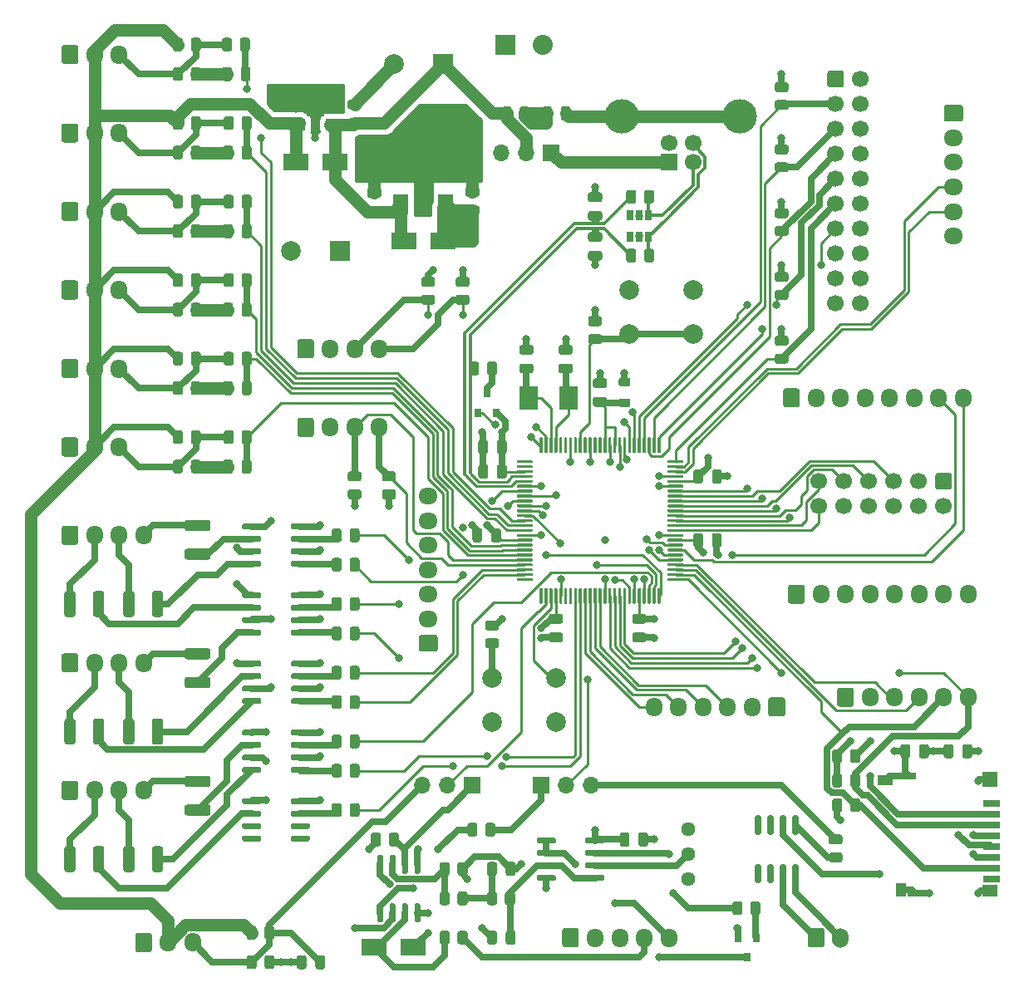
<source format=gbr>
%TF.GenerationSoftware,KiCad,Pcbnew,5.1.9-73d0e3b20d~88~ubuntu20.04.1*%
%TF.CreationDate,2021-04-20T13:41:42-04:00*%
%TF.ProjectId,control,636f6e74-726f-46c2-9e6b-696361645f70,rev?*%
%TF.SameCoordinates,Original*%
%TF.FileFunction,Copper,L1,Top*%
%TF.FilePolarity,Positive*%
%FSLAX46Y46*%
G04 Gerber Fmt 4.6, Leading zero omitted, Abs format (unit mm)*
G04 Created by KiCad (PCBNEW 5.1.9-73d0e3b20d~88~ubuntu20.04.1) date 2021-04-20 13:41:42*
%MOMM*%
%LPD*%
G01*
G04 APERTURE LIST*
%TA.AperFunction,ComponentPad*%
%ADD10C,1.700000*%
%TD*%
%TA.AperFunction,SMDPad,CuDef*%
%ADD11R,1.550000X1.000000*%
%TD*%
%TA.AperFunction,SMDPad,CuDef*%
%ADD12R,1.500000X1.500000*%
%TD*%
%TA.AperFunction,SMDPad,CuDef*%
%ADD13R,1.750000X0.700000*%
%TD*%
%TA.AperFunction,SMDPad,CuDef*%
%ADD14R,1.400000X0.800000*%
%TD*%
%TA.AperFunction,SMDPad,CuDef*%
%ADD15R,1.000000X1.450000*%
%TD*%
%TA.AperFunction,SMDPad,CuDef*%
%ADD16R,1.500000X0.800000*%
%TD*%
%TA.AperFunction,SMDPad,CuDef*%
%ADD17R,1.500000X1.300000*%
%TD*%
%TA.AperFunction,ComponentPad*%
%ADD18O,1.700000X1.950000*%
%TD*%
%TA.AperFunction,ComponentPad*%
%ADD19O,1.950000X1.700000*%
%TD*%
%TA.AperFunction,SMDPad,CuDef*%
%ADD20R,1.900000X2.400000*%
%TD*%
%TA.AperFunction,ComponentPad*%
%ADD21O,1.700000X2.000000*%
%TD*%
%TA.AperFunction,SMDPad,CuDef*%
%ADD22R,1.500000X2.000000*%
%TD*%
%TA.AperFunction,SMDPad,CuDef*%
%ADD23R,3.800000X2.000000*%
%TD*%
%TA.AperFunction,SMDPad,CuDef*%
%ADD24C,0.100000*%
%TD*%
%TA.AperFunction,SMDPad,CuDef*%
%ADD25R,0.900000X1.300000*%
%TD*%
%TA.AperFunction,SMDPad,CuDef*%
%ADD26R,0.650000X1.060000*%
%TD*%
%TA.AperFunction,ComponentPad*%
%ADD27C,2.000000*%
%TD*%
%TA.AperFunction,ComponentPad*%
%ADD28C,1.440000*%
%TD*%
%TA.AperFunction,SMDPad,CuDef*%
%ADD29R,0.800000X0.900000*%
%TD*%
%TA.AperFunction,ComponentPad*%
%ADD30O,1.700000X1.700000*%
%TD*%
%TA.AperFunction,ComponentPad*%
%ADD31R,1.700000X1.700000*%
%TD*%
%TA.AperFunction,ComponentPad*%
%ADD32C,3.500000*%
%TD*%
%TA.AperFunction,ComponentPad*%
%ADD33C,2.032000*%
%TD*%
%TA.AperFunction,ComponentPad*%
%ADD34R,2.032000X2.032000*%
%TD*%
%TA.AperFunction,SMDPad,CuDef*%
%ADD35R,2.500000X1.800000*%
%TD*%
%TA.AperFunction,ComponentPad*%
%ADD36R,2.000000X2.000000*%
%TD*%
%TA.AperFunction,ViaPad*%
%ADD37C,0.800000*%
%TD*%
%TA.AperFunction,Conductor*%
%ADD38C,0.635000*%
%TD*%
%TA.AperFunction,Conductor*%
%ADD39C,1.270000*%
%TD*%
%TA.AperFunction,Conductor*%
%ADD40C,0.254000*%
%TD*%
%TA.AperFunction,Conductor*%
%ADD41C,0.330200*%
%TD*%
%TA.AperFunction,Conductor*%
%ADD42C,0.100000*%
%TD*%
G04 APERTURE END LIST*
%TO.P,R2,2*%
%TO.N,/mcu/USB_D-*%
%TA.AperFunction,SMDPad,CuDef*%
G36*
G01*
X82687500Y-39049999D02*
X82687500Y-39950001D01*
G75*
G02*
X82437501Y-40200000I-249999J0D01*
G01*
X81912499Y-40200000D01*
G75*
G02*
X81662500Y-39950001I0J249999D01*
G01*
X81662500Y-39049999D01*
G75*
G02*
X81912499Y-38800000I249999J0D01*
G01*
X82437501Y-38800000D01*
G75*
G02*
X82687500Y-39049999I0J-249999D01*
G01*
G37*
%TD.AperFunction*%
%TO.P,R2,1*%
%TO.N,/J2_D-*%
%TA.AperFunction,SMDPad,CuDef*%
G36*
G01*
X84512500Y-39049999D02*
X84512500Y-39950001D01*
G75*
G02*
X84262501Y-40200000I-249999J0D01*
G01*
X83737499Y-40200000D01*
G75*
G02*
X83487500Y-39950001I0J249999D01*
G01*
X83487500Y-39049999D01*
G75*
G02*
X83737499Y-38800000I249999J0D01*
G01*
X84262501Y-38800000D01*
G75*
G02*
X84512500Y-39049999I0J-249999D01*
G01*
G37*
%TD.AperFunction*%
%TD*%
%TO.P,C4,2*%
%TO.N,GNDD*%
%TA.AperFunction,SMDPad,CuDef*%
G36*
G01*
X78975000Y-40050000D02*
X78025000Y-40050000D01*
G75*
G02*
X77775000Y-39800000I0J250000D01*
G01*
X77775000Y-39300000D01*
G75*
G02*
X78025000Y-39050000I250000J0D01*
G01*
X78975000Y-39050000D01*
G75*
G02*
X79225000Y-39300000I0J-250000D01*
G01*
X79225000Y-39800000D01*
G75*
G02*
X78975000Y-40050000I-250000J0D01*
G01*
G37*
%TD.AperFunction*%
%TO.P,C4,1*%
%TO.N,/mcu/USB_D-*%
%TA.AperFunction,SMDPad,CuDef*%
G36*
G01*
X78975000Y-41950000D02*
X78025000Y-41950000D01*
G75*
G02*
X77775000Y-41700000I0J250000D01*
G01*
X77775000Y-41200000D01*
G75*
G02*
X78025000Y-40950000I250000J0D01*
G01*
X78975000Y-40950000D01*
G75*
G02*
X79225000Y-41200000I0J-250000D01*
G01*
X79225000Y-41700000D01*
G75*
G02*
X78975000Y-41950000I-250000J0D01*
G01*
G37*
%TD.AperFunction*%
%TD*%
D10*
%TO.P,J34,12*%
%TO.N,/mcu/ENET_MDIO*%
X101300000Y-71040000D03*
%TO.P,J34,10*%
%TO.N,/mcu/ENET_REF_CLK*%
X103840000Y-71040000D03*
%TO.P,J34,8*%
%TO.N,/mcu/ENET_RXD1*%
X106380000Y-71040000D03*
%TO.P,J34,6*%
%TO.N,/mcu/ENET_CRS*%
X108920000Y-71040000D03*
%TO.P,J34,4*%
%TO.N,/mcu/ENET_TXD1*%
X111460000Y-71040000D03*
%TO.P,J34,2*%
%TO.N,+3V3*%
X114000000Y-71040000D03*
%TO.P,J34,11*%
%TO.N,/mcu/ENET_MDC*%
X101300000Y-68500000D03*
%TO.P,J34,9*%
%TO.N,/mcu/ENET_RX_ER*%
X103840000Y-68500000D03*
%TO.P,J34,7*%
%TO.N,/mcu/ENET_RXD0*%
X106380000Y-68500000D03*
%TO.P,J34,5*%
%TO.N,/mcu/ENET_TX_EN*%
X108920000Y-68500000D03*
%TO.P,J34,3*%
%TO.N,/mcu/ENET_TXD0*%
X111460000Y-68500000D03*
%TO.P,J34,1*%
%TO.N,GNDD*%
%TA.AperFunction,ComponentPad*%
G36*
G01*
X113400000Y-67650000D02*
X114600000Y-67650000D01*
G75*
G02*
X114850000Y-67900000I0J-250000D01*
G01*
X114850000Y-69100000D01*
G75*
G02*
X114600000Y-69350000I-250000J0D01*
G01*
X113400000Y-69350000D01*
G75*
G02*
X113150000Y-69100000I0J250000D01*
G01*
X113150000Y-67900000D01*
G75*
G02*
X113400000Y-67650000I250000J0D01*
G01*
G37*
%TD.AperFunction*%
%TD*%
D11*
%TO.P,J33,10*%
%TO.N,GNDD*%
X108050000Y-98925000D03*
D12*
%TO.P,J33,11*%
X118725000Y-98875000D03*
D13*
%TO.P,J33,1*%
%TO.N,Net-(J33-Pad1)*%
X118850000Y-101325000D03*
%TO.P,J33,2*%
%TO.N,/mcu/SD_CS*%
X118850000Y-102425000D03*
%TO.P,J33,3*%
%TO.N,/mcu/SD_MOSI*%
X118850000Y-103525000D03*
%TO.P,J33,4*%
%TO.N,+3V3*%
X118850000Y-104625000D03*
%TO.P,J33,5*%
%TO.N,/mcu/SD_SCK*%
X118850000Y-105725000D03*
%TO.P,J33,6*%
%TO.N,GNDD*%
X118850000Y-106825000D03*
%TO.P,J33,7*%
%TO.N,/mcu/SD_MISO*%
X118850000Y-107925000D03*
D14*
%TO.P,J33,11*%
%TO.N,GNDD*%
X110475000Y-98525000D03*
D15*
%TO.P,J33,9*%
X109625000Y-110150000D03*
D16*
%TO.P,J33,11*%
X111125000Y-110475000D03*
D17*
X118725000Y-110225000D03*
D13*
%TO.P,J33,8*%
%TO.N,Net-(J33-Pad8)*%
X118850000Y-109025000D03*
%TD*%
D18*
%TO.P,J29,8*%
%TO.N,/mcu/P2_3*%
X116500000Y-80000000D03*
%TO.P,J29,7*%
%TO.N,/mcu/P2_4*%
X114000000Y-80000000D03*
%TO.P,J29,6*%
%TO.N,/mcu/P2_5*%
X111500000Y-80000000D03*
%TO.P,J29,5*%
%TO.N,/mcu/P2_6*%
X109000000Y-80000000D03*
%TO.P,J29,4*%
%TO.N,/mcu/P2_7*%
X106500000Y-80000000D03*
%TO.P,J29,3*%
%TO.N,/mcu/P2_8*%
X104000000Y-80000000D03*
%TO.P,J29,2*%
%TO.N,+3V3*%
X101500000Y-80000000D03*
%TO.P,J29,1*%
%TO.N,GNDD*%
%TA.AperFunction,ComponentPad*%
G36*
G01*
X98150000Y-80725000D02*
X98150000Y-79275000D01*
G75*
G02*
X98400000Y-79025000I250000J0D01*
G01*
X99600000Y-79025000D01*
G75*
G02*
X99850000Y-79275000I0J-250000D01*
G01*
X99850000Y-80725000D01*
G75*
G02*
X99600000Y-80975000I-250000J0D01*
G01*
X98400000Y-80975000D01*
G75*
G02*
X98150000Y-80725000I0J250000D01*
G01*
G37*
%TD.AperFunction*%
%TD*%
D19*
%TO.P,J25,7*%
%TO.N,/mcu/P1_18*%
X61500000Y-70000000D03*
%TO.P,J25,6*%
%TO.N,/mcu/P1_19*%
X61500000Y-72500000D03*
%TO.P,J25,5*%
%TO.N,/mcu/P1_20*%
X61500000Y-75000000D03*
%TO.P,J25,4*%
%TO.N,/mcu/P1_21*%
X61500000Y-77500000D03*
%TO.P,J25,3*%
%TO.N,/mcu/P1_22*%
X61500000Y-80000000D03*
%TO.P,J25,2*%
%TO.N,+3V3*%
X61500000Y-82500000D03*
%TO.P,J25,1*%
%TO.N,GNDD*%
%TA.AperFunction,ComponentPad*%
G36*
G01*
X62225000Y-85850000D02*
X60775000Y-85850000D01*
G75*
G02*
X60525000Y-85600000I0J250000D01*
G01*
X60525000Y-84400000D01*
G75*
G02*
X60775000Y-84150000I250000J0D01*
G01*
X62225000Y-84150000D01*
G75*
G02*
X62475000Y-84400000I0J-250000D01*
G01*
X62475000Y-85600000D01*
G75*
G02*
X62225000Y-85850000I-250000J0D01*
G01*
G37*
%TD.AperFunction*%
%TD*%
D18*
%TO.P,J24,8*%
%TO.N,/mcu/P4_28*%
X116000000Y-60000000D03*
%TO.P,J24,7*%
%TO.N,/mcu/P4_29*%
X113500000Y-60000000D03*
%TO.P,J24,6*%
%TO.N,/mcu/PO_23*%
X111000000Y-60000000D03*
%TO.P,J24,5*%
%TO.N,/mcu/PO_24*%
X108500000Y-60000000D03*
%TO.P,J24,4*%
%TO.N,/mcu/PO_25*%
X106000000Y-60000000D03*
%TO.P,J24,3*%
%TO.N,/mcu/PO_26*%
X103500000Y-60000000D03*
%TO.P,J24,2*%
%TO.N,+3V3*%
X101000000Y-60000000D03*
%TO.P,J24,1*%
%TO.N,GNDD*%
%TA.AperFunction,ComponentPad*%
G36*
G01*
X97650000Y-60725000D02*
X97650000Y-59275000D01*
G75*
G02*
X97900000Y-59025000I250000J0D01*
G01*
X99100000Y-59025000D01*
G75*
G02*
X99350000Y-59275000I0J-250000D01*
G01*
X99350000Y-60725000D01*
G75*
G02*
X99100000Y-60975000I-250000J0D01*
G01*
X97900000Y-60975000D01*
G75*
G02*
X97650000Y-60725000I0J250000D01*
G01*
G37*
%TD.AperFunction*%
%TD*%
D20*
%TO.P,Y1,2*%
%TO.N,Net-(C25-Pad1)*%
X71700000Y-60000000D03*
%TO.P,Y1,1*%
%TO.N,Net-(C24-Pad1)*%
X75800000Y-60000000D03*
%TD*%
D18*
%TO.P,J12,5*%
%TO.N,/spindle/CONTROLLER_SV*%
X86000000Y-115000000D03*
%TO.P,J12,4*%
%TO.N,/spindle/CONTROLLER_PG*%
X83500000Y-115000000D03*
%TO.P,J12,3*%
%TO.N,/spindle/CONTROLLER_EN*%
X81000000Y-115000000D03*
%TO.P,J12,2*%
%TO.N,/spindle/CONTROLLER_10V*%
X78500000Y-115000000D03*
%TO.P,J12,1*%
%TO.N,/spindle/CONTROLLER_GND*%
%TA.AperFunction,ComponentPad*%
G36*
G01*
X75150000Y-115725000D02*
X75150000Y-114275000D01*
G75*
G02*
X75400000Y-114025000I250000J0D01*
G01*
X76600000Y-114025000D01*
G75*
G02*
X76850000Y-114275000I0J-250000D01*
G01*
X76850000Y-115725000D01*
G75*
G02*
X76600000Y-115975000I-250000J0D01*
G01*
X75400000Y-115975000D01*
G75*
G02*
X75150000Y-115725000I0J250000D01*
G01*
G37*
%TD.AperFunction*%
%TD*%
D21*
%TO.P,J11,2*%
%TO.N,Net-(J11-Pad2)*%
X103500000Y-115000000D03*
%TO.P,J11,1*%
%TO.N,Net-(J11-Pad1)*%
%TA.AperFunction,ComponentPad*%
G36*
G01*
X100150000Y-115750000D02*
X100150000Y-114250000D01*
G75*
G02*
X100400000Y-114000000I250000J0D01*
G01*
X101600000Y-114000000D01*
G75*
G02*
X101850000Y-114250000I0J-250000D01*
G01*
X101850000Y-115750000D01*
G75*
G02*
X101600000Y-116000000I-250000J0D01*
G01*
X100400000Y-116000000D01*
G75*
G02*
X100150000Y-115750000I0J250000D01*
G01*
G37*
%TD.AperFunction*%
%TD*%
%TO.P,U5,8*%
%TO.N,Net-(R19-Pad1)*%
%TA.AperFunction,SMDPad,CuDef*%
G36*
G01*
X44500000Y-97755000D02*
X44500000Y-98055000D01*
G75*
G02*
X44350000Y-98205000I-150000J0D01*
G01*
X42700000Y-98205000D01*
G75*
G02*
X42550000Y-98055000I0J150000D01*
G01*
X42550000Y-97755000D01*
G75*
G02*
X42700000Y-97605000I150000J0D01*
G01*
X44350000Y-97605000D01*
G75*
G02*
X44500000Y-97755000I0J-150000D01*
G01*
G37*
%TD.AperFunction*%
%TO.P,U5,7*%
%TO.N,/steppers/OPTO_Z_GND*%
%TA.AperFunction,SMDPad,CuDef*%
G36*
G01*
X44500000Y-96485000D02*
X44500000Y-96785000D01*
G75*
G02*
X44350000Y-96935000I-150000J0D01*
G01*
X42700000Y-96935000D01*
G75*
G02*
X42550000Y-96785000I0J150000D01*
G01*
X42550000Y-96485000D01*
G75*
G02*
X42700000Y-96335000I150000J0D01*
G01*
X44350000Y-96335000D01*
G75*
G02*
X44500000Y-96485000I0J-150000D01*
G01*
G37*
%TD.AperFunction*%
%TO.P,U5,6*%
%TO.N,Net-(R28-Pad1)*%
%TA.AperFunction,SMDPad,CuDef*%
G36*
G01*
X44500000Y-95215000D02*
X44500000Y-95515000D01*
G75*
G02*
X44350000Y-95665000I-150000J0D01*
G01*
X42700000Y-95665000D01*
G75*
G02*
X42550000Y-95515000I0J150000D01*
G01*
X42550000Y-95215000D01*
G75*
G02*
X42700000Y-95065000I150000J0D01*
G01*
X44350000Y-95065000D01*
G75*
G02*
X44500000Y-95215000I0J-150000D01*
G01*
G37*
%TD.AperFunction*%
%TO.P,U5,5*%
%TO.N,/steppers/OPTO_Z_GND*%
%TA.AperFunction,SMDPad,CuDef*%
G36*
G01*
X44500000Y-93945000D02*
X44500000Y-94245000D01*
G75*
G02*
X44350000Y-94395000I-150000J0D01*
G01*
X42700000Y-94395000D01*
G75*
G02*
X42550000Y-94245000I0J150000D01*
G01*
X42550000Y-93945000D01*
G75*
G02*
X42700000Y-93795000I150000J0D01*
G01*
X44350000Y-93795000D01*
G75*
G02*
X44500000Y-93945000I0J-150000D01*
G01*
G37*
%TD.AperFunction*%
%TO.P,U5,4*%
%TO.N,GNDD*%
%TA.AperFunction,SMDPad,CuDef*%
G36*
G01*
X49450000Y-93945000D02*
X49450000Y-94245000D01*
G75*
G02*
X49300000Y-94395000I-150000J0D01*
G01*
X47650000Y-94395000D01*
G75*
G02*
X47500000Y-94245000I0J150000D01*
G01*
X47500000Y-93945000D01*
G75*
G02*
X47650000Y-93795000I150000J0D01*
G01*
X49300000Y-93795000D01*
G75*
G02*
X49450000Y-93945000I0J-150000D01*
G01*
G37*
%TD.AperFunction*%
%TO.P,U5,3*%
%TO.N,Net-(R24-Pad1)*%
%TA.AperFunction,SMDPad,CuDef*%
G36*
G01*
X49450000Y-95215000D02*
X49450000Y-95515000D01*
G75*
G02*
X49300000Y-95665000I-150000J0D01*
G01*
X47650000Y-95665000D01*
G75*
G02*
X47500000Y-95515000I0J150000D01*
G01*
X47500000Y-95215000D01*
G75*
G02*
X47650000Y-95065000I150000J0D01*
G01*
X49300000Y-95065000D01*
G75*
G02*
X49450000Y-95215000I0J-150000D01*
G01*
G37*
%TD.AperFunction*%
%TO.P,U5,2*%
%TO.N,GNDD*%
%TA.AperFunction,SMDPad,CuDef*%
G36*
G01*
X49450000Y-96485000D02*
X49450000Y-96785000D01*
G75*
G02*
X49300000Y-96935000I-150000J0D01*
G01*
X47650000Y-96935000D01*
G75*
G02*
X47500000Y-96785000I0J150000D01*
G01*
X47500000Y-96485000D01*
G75*
G02*
X47650000Y-96335000I150000J0D01*
G01*
X49300000Y-96335000D01*
G75*
G02*
X49450000Y-96485000I0J-150000D01*
G01*
G37*
%TD.AperFunction*%
%TO.P,U5,1*%
%TO.N,Net-(R15-Pad1)*%
%TA.AperFunction,SMDPad,CuDef*%
G36*
G01*
X49450000Y-97755000D02*
X49450000Y-98055000D01*
G75*
G02*
X49300000Y-98205000I-150000J0D01*
G01*
X47650000Y-98205000D01*
G75*
G02*
X47500000Y-98055000I0J150000D01*
G01*
X47500000Y-97755000D01*
G75*
G02*
X47650000Y-97605000I150000J0D01*
G01*
X49300000Y-97605000D01*
G75*
G02*
X49450000Y-97755000I0J-150000D01*
G01*
G37*
%TD.AperFunction*%
%TD*%
%TO.P,U4,8*%
%TO.N,Net-(R9-Pad1)*%
%TA.AperFunction,SMDPad,CuDef*%
G36*
G01*
X44500000Y-90755000D02*
X44500000Y-91055000D01*
G75*
G02*
X44350000Y-91205000I-150000J0D01*
G01*
X42700000Y-91205000D01*
G75*
G02*
X42550000Y-91055000I0J150000D01*
G01*
X42550000Y-90755000D01*
G75*
G02*
X42700000Y-90605000I150000J0D01*
G01*
X44350000Y-90605000D01*
G75*
G02*
X44500000Y-90755000I0J-150000D01*
G01*
G37*
%TD.AperFunction*%
%TO.P,U4,7*%
%TO.N,/steppers/OPTO_Y_GND*%
%TA.AperFunction,SMDPad,CuDef*%
G36*
G01*
X44500000Y-89485000D02*
X44500000Y-89785000D01*
G75*
G02*
X44350000Y-89935000I-150000J0D01*
G01*
X42700000Y-89935000D01*
G75*
G02*
X42550000Y-89785000I0J150000D01*
G01*
X42550000Y-89485000D01*
G75*
G02*
X42700000Y-89335000I150000J0D01*
G01*
X44350000Y-89335000D01*
G75*
G02*
X44500000Y-89485000I0J-150000D01*
G01*
G37*
%TD.AperFunction*%
%TO.P,U4,6*%
%TO.N,Net-(R18-Pad1)*%
%TA.AperFunction,SMDPad,CuDef*%
G36*
G01*
X44500000Y-88215000D02*
X44500000Y-88515000D01*
G75*
G02*
X44350000Y-88665000I-150000J0D01*
G01*
X42700000Y-88665000D01*
G75*
G02*
X42550000Y-88515000I0J150000D01*
G01*
X42550000Y-88215000D01*
G75*
G02*
X42700000Y-88065000I150000J0D01*
G01*
X44350000Y-88065000D01*
G75*
G02*
X44500000Y-88215000I0J-150000D01*
G01*
G37*
%TD.AperFunction*%
%TO.P,U4,5*%
%TO.N,/steppers/OPTO_Y_GND*%
%TA.AperFunction,SMDPad,CuDef*%
G36*
G01*
X44500000Y-86945000D02*
X44500000Y-87245000D01*
G75*
G02*
X44350000Y-87395000I-150000J0D01*
G01*
X42700000Y-87395000D01*
G75*
G02*
X42550000Y-87245000I0J150000D01*
G01*
X42550000Y-86945000D01*
G75*
G02*
X42700000Y-86795000I150000J0D01*
G01*
X44350000Y-86795000D01*
G75*
G02*
X44500000Y-86945000I0J-150000D01*
G01*
G37*
%TD.AperFunction*%
%TO.P,U4,4*%
%TO.N,GNDD*%
%TA.AperFunction,SMDPad,CuDef*%
G36*
G01*
X49450000Y-86945000D02*
X49450000Y-87245000D01*
G75*
G02*
X49300000Y-87395000I-150000J0D01*
G01*
X47650000Y-87395000D01*
G75*
G02*
X47500000Y-87245000I0J150000D01*
G01*
X47500000Y-86945000D01*
G75*
G02*
X47650000Y-86795000I150000J0D01*
G01*
X49300000Y-86795000D01*
G75*
G02*
X49450000Y-86945000I0J-150000D01*
G01*
G37*
%TD.AperFunction*%
%TO.P,U4,3*%
%TO.N,Net-(R13-Pad1)*%
%TA.AperFunction,SMDPad,CuDef*%
G36*
G01*
X49450000Y-88215000D02*
X49450000Y-88515000D01*
G75*
G02*
X49300000Y-88665000I-150000J0D01*
G01*
X47650000Y-88665000D01*
G75*
G02*
X47500000Y-88515000I0J150000D01*
G01*
X47500000Y-88215000D01*
G75*
G02*
X47650000Y-88065000I150000J0D01*
G01*
X49300000Y-88065000D01*
G75*
G02*
X49450000Y-88215000I0J-150000D01*
G01*
G37*
%TD.AperFunction*%
%TO.P,U4,2*%
%TO.N,GNDD*%
%TA.AperFunction,SMDPad,CuDef*%
G36*
G01*
X49450000Y-89485000D02*
X49450000Y-89785000D01*
G75*
G02*
X49300000Y-89935000I-150000J0D01*
G01*
X47650000Y-89935000D01*
G75*
G02*
X47500000Y-89785000I0J150000D01*
G01*
X47500000Y-89485000D01*
G75*
G02*
X47650000Y-89335000I150000J0D01*
G01*
X49300000Y-89335000D01*
G75*
G02*
X49450000Y-89485000I0J-150000D01*
G01*
G37*
%TD.AperFunction*%
%TO.P,U4,1*%
%TO.N,Net-(R4-Pad1)*%
%TA.AperFunction,SMDPad,CuDef*%
G36*
G01*
X49450000Y-90755000D02*
X49450000Y-91055000D01*
G75*
G02*
X49300000Y-91205000I-150000J0D01*
G01*
X47650000Y-91205000D01*
G75*
G02*
X47500000Y-91055000I0J150000D01*
G01*
X47500000Y-90755000D01*
G75*
G02*
X47650000Y-90605000I150000J0D01*
G01*
X49300000Y-90605000D01*
G75*
G02*
X49450000Y-90755000I0J-150000D01*
G01*
G37*
%TD.AperFunction*%
%TD*%
%TO.P,U2,8*%
%TO.N,Net-(R20-Pad1)*%
%TA.AperFunction,SMDPad,CuDef*%
G36*
G01*
X44500000Y-76755000D02*
X44500000Y-77055000D01*
G75*
G02*
X44350000Y-77205000I-150000J0D01*
G01*
X42700000Y-77205000D01*
G75*
G02*
X42550000Y-77055000I0J150000D01*
G01*
X42550000Y-76755000D01*
G75*
G02*
X42700000Y-76605000I150000J0D01*
G01*
X44350000Y-76605000D01*
G75*
G02*
X44500000Y-76755000I0J-150000D01*
G01*
G37*
%TD.AperFunction*%
%TO.P,U2,7*%
%TO.N,/steppers/OPTO_X_GND*%
%TA.AperFunction,SMDPad,CuDef*%
G36*
G01*
X44500000Y-75485000D02*
X44500000Y-75785000D01*
G75*
G02*
X44350000Y-75935000I-150000J0D01*
G01*
X42700000Y-75935000D01*
G75*
G02*
X42550000Y-75785000I0J150000D01*
G01*
X42550000Y-75485000D01*
G75*
G02*
X42700000Y-75335000I150000J0D01*
G01*
X44350000Y-75335000D01*
G75*
G02*
X44500000Y-75485000I0J-150000D01*
G01*
G37*
%TD.AperFunction*%
%TO.P,U2,6*%
%TO.N,Net-(R29-Pad1)*%
%TA.AperFunction,SMDPad,CuDef*%
G36*
G01*
X44500000Y-74215000D02*
X44500000Y-74515000D01*
G75*
G02*
X44350000Y-74665000I-150000J0D01*
G01*
X42700000Y-74665000D01*
G75*
G02*
X42550000Y-74515000I0J150000D01*
G01*
X42550000Y-74215000D01*
G75*
G02*
X42700000Y-74065000I150000J0D01*
G01*
X44350000Y-74065000D01*
G75*
G02*
X44500000Y-74215000I0J-150000D01*
G01*
G37*
%TD.AperFunction*%
%TO.P,U2,5*%
%TO.N,/steppers/OPTO_X_GND*%
%TA.AperFunction,SMDPad,CuDef*%
G36*
G01*
X44500000Y-72945000D02*
X44500000Y-73245000D01*
G75*
G02*
X44350000Y-73395000I-150000J0D01*
G01*
X42700000Y-73395000D01*
G75*
G02*
X42550000Y-73245000I0J150000D01*
G01*
X42550000Y-72945000D01*
G75*
G02*
X42700000Y-72795000I150000J0D01*
G01*
X44350000Y-72795000D01*
G75*
G02*
X44500000Y-72945000I0J-150000D01*
G01*
G37*
%TD.AperFunction*%
%TO.P,U2,4*%
%TO.N,GNDD*%
%TA.AperFunction,SMDPad,CuDef*%
G36*
G01*
X49450000Y-72945000D02*
X49450000Y-73245000D01*
G75*
G02*
X49300000Y-73395000I-150000J0D01*
G01*
X47650000Y-73395000D01*
G75*
G02*
X47500000Y-73245000I0J150000D01*
G01*
X47500000Y-72945000D01*
G75*
G02*
X47650000Y-72795000I150000J0D01*
G01*
X49300000Y-72795000D01*
G75*
G02*
X49450000Y-72945000I0J-150000D01*
G01*
G37*
%TD.AperFunction*%
%TO.P,U2,3*%
%TO.N,Net-(R26-Pad1)*%
%TA.AperFunction,SMDPad,CuDef*%
G36*
G01*
X49450000Y-74215000D02*
X49450000Y-74515000D01*
G75*
G02*
X49300000Y-74665000I-150000J0D01*
G01*
X47650000Y-74665000D01*
G75*
G02*
X47500000Y-74515000I0J150000D01*
G01*
X47500000Y-74215000D01*
G75*
G02*
X47650000Y-74065000I150000J0D01*
G01*
X49300000Y-74065000D01*
G75*
G02*
X49450000Y-74215000I0J-150000D01*
G01*
G37*
%TD.AperFunction*%
%TO.P,U2,2*%
%TO.N,GNDD*%
%TA.AperFunction,SMDPad,CuDef*%
G36*
G01*
X49450000Y-75485000D02*
X49450000Y-75785000D01*
G75*
G02*
X49300000Y-75935000I-150000J0D01*
G01*
X47650000Y-75935000D01*
G75*
G02*
X47500000Y-75785000I0J150000D01*
G01*
X47500000Y-75485000D01*
G75*
G02*
X47650000Y-75335000I150000J0D01*
G01*
X49300000Y-75335000D01*
G75*
G02*
X49450000Y-75485000I0J-150000D01*
G01*
G37*
%TD.AperFunction*%
%TO.P,U2,1*%
%TO.N,Net-(R17-Pad1)*%
%TA.AperFunction,SMDPad,CuDef*%
G36*
G01*
X49450000Y-76755000D02*
X49450000Y-77055000D01*
G75*
G02*
X49300000Y-77205000I-150000J0D01*
G01*
X47650000Y-77205000D01*
G75*
G02*
X47500000Y-77055000I0J150000D01*
G01*
X47500000Y-76755000D01*
G75*
G02*
X47650000Y-76605000I150000J0D01*
G01*
X49300000Y-76605000D01*
G75*
G02*
X49450000Y-76755000I0J-150000D01*
G01*
G37*
%TD.AperFunction*%
%TD*%
%TO.P,U3,8*%
%TO.N,Net-(R27-Pad1)*%
%TA.AperFunction,SMDPad,CuDef*%
G36*
G01*
X44500000Y-83755000D02*
X44500000Y-84055000D01*
G75*
G02*
X44350000Y-84205000I-150000J0D01*
G01*
X42700000Y-84205000D01*
G75*
G02*
X42550000Y-84055000I0J150000D01*
G01*
X42550000Y-83755000D01*
G75*
G02*
X42700000Y-83605000I150000J0D01*
G01*
X44350000Y-83605000D01*
G75*
G02*
X44500000Y-83755000I0J-150000D01*
G01*
G37*
%TD.AperFunction*%
%TO.P,U3,7*%
%TO.N,/steppers/OPTO_Y_GND*%
%TA.AperFunction,SMDPad,CuDef*%
G36*
G01*
X44500000Y-82485000D02*
X44500000Y-82785000D01*
G75*
G02*
X44350000Y-82935000I-150000J0D01*
G01*
X42700000Y-82935000D01*
G75*
G02*
X42550000Y-82785000I0J150000D01*
G01*
X42550000Y-82485000D01*
G75*
G02*
X42700000Y-82335000I150000J0D01*
G01*
X44350000Y-82335000D01*
G75*
G02*
X44500000Y-82485000I0J-150000D01*
G01*
G37*
%TD.AperFunction*%
%TO.P,U3,6*%
%TO.N,Net-(R11-Pad1)*%
%TA.AperFunction,SMDPad,CuDef*%
G36*
G01*
X44500000Y-81215000D02*
X44500000Y-81515000D01*
G75*
G02*
X44350000Y-81665000I-150000J0D01*
G01*
X42700000Y-81665000D01*
G75*
G02*
X42550000Y-81515000I0J150000D01*
G01*
X42550000Y-81215000D01*
G75*
G02*
X42700000Y-81065000I150000J0D01*
G01*
X44350000Y-81065000D01*
G75*
G02*
X44500000Y-81215000I0J-150000D01*
G01*
G37*
%TD.AperFunction*%
%TO.P,U3,5*%
%TO.N,/steppers/OPTO_X_GND*%
%TA.AperFunction,SMDPad,CuDef*%
G36*
G01*
X44500000Y-79945000D02*
X44500000Y-80245000D01*
G75*
G02*
X44350000Y-80395000I-150000J0D01*
G01*
X42700000Y-80395000D01*
G75*
G02*
X42550000Y-80245000I0J150000D01*
G01*
X42550000Y-79945000D01*
G75*
G02*
X42700000Y-79795000I150000J0D01*
G01*
X44350000Y-79795000D01*
G75*
G02*
X44500000Y-79945000I0J-150000D01*
G01*
G37*
%TD.AperFunction*%
%TO.P,U3,4*%
%TO.N,GNDD*%
%TA.AperFunction,SMDPad,CuDef*%
G36*
G01*
X49450000Y-79945000D02*
X49450000Y-80245000D01*
G75*
G02*
X49300000Y-80395000I-150000J0D01*
G01*
X47650000Y-80395000D01*
G75*
G02*
X47500000Y-80245000I0J150000D01*
G01*
X47500000Y-79945000D01*
G75*
G02*
X47650000Y-79795000I150000J0D01*
G01*
X49300000Y-79795000D01*
G75*
G02*
X49450000Y-79945000I0J-150000D01*
G01*
G37*
%TD.AperFunction*%
%TO.P,U3,3*%
%TO.N,Net-(R8-Pad1)*%
%TA.AperFunction,SMDPad,CuDef*%
G36*
G01*
X49450000Y-81215000D02*
X49450000Y-81515000D01*
G75*
G02*
X49300000Y-81665000I-150000J0D01*
G01*
X47650000Y-81665000D01*
G75*
G02*
X47500000Y-81515000I0J150000D01*
G01*
X47500000Y-81215000D01*
G75*
G02*
X47650000Y-81065000I150000J0D01*
G01*
X49300000Y-81065000D01*
G75*
G02*
X49450000Y-81215000I0J-150000D01*
G01*
G37*
%TD.AperFunction*%
%TO.P,U3,2*%
%TO.N,GNDD*%
%TA.AperFunction,SMDPad,CuDef*%
G36*
G01*
X49450000Y-82485000D02*
X49450000Y-82785000D01*
G75*
G02*
X49300000Y-82935000I-150000J0D01*
G01*
X47650000Y-82935000D01*
G75*
G02*
X47500000Y-82785000I0J150000D01*
G01*
X47500000Y-82485000D01*
G75*
G02*
X47650000Y-82335000I150000J0D01*
G01*
X49300000Y-82335000D01*
G75*
G02*
X49450000Y-82485000I0J-150000D01*
G01*
G37*
%TD.AperFunction*%
%TO.P,U3,1*%
%TO.N,Net-(R22-Pad1)*%
%TA.AperFunction,SMDPad,CuDef*%
G36*
G01*
X49450000Y-83755000D02*
X49450000Y-84055000D01*
G75*
G02*
X49300000Y-84205000I-150000J0D01*
G01*
X47650000Y-84205000D01*
G75*
G02*
X47500000Y-84055000I0J150000D01*
G01*
X47500000Y-83755000D01*
G75*
G02*
X47650000Y-83605000I150000J0D01*
G01*
X49300000Y-83605000D01*
G75*
G02*
X49450000Y-83755000I0J-150000D01*
G01*
G37*
%TD.AperFunction*%
%TD*%
%TO.P,U14,100*%
%TO.N,/mcu/JTAG_RTCK*%
%TA.AperFunction,SMDPad,CuDef*%
G36*
G01*
X85950000Y-66350000D02*
X87400000Y-66350000D01*
G75*
G02*
X87475000Y-66425000I0J-75000D01*
G01*
X87475000Y-66575000D01*
G75*
G02*
X87400000Y-66650000I-75000J0D01*
G01*
X85950000Y-66650000D01*
G75*
G02*
X85875000Y-66575000I0J75000D01*
G01*
X85875000Y-66425000D01*
G75*
G02*
X85950000Y-66350000I75000J0D01*
G01*
G37*
%TD.AperFunction*%
%TO.P,U14,99*%
%TO.N,/mcu/UART0_RX*%
%TA.AperFunction,SMDPad,CuDef*%
G36*
G01*
X85950000Y-66850000D02*
X87400000Y-66850000D01*
G75*
G02*
X87475000Y-66925000I0J-75000D01*
G01*
X87475000Y-67075000D01*
G75*
G02*
X87400000Y-67150000I-75000J0D01*
G01*
X85950000Y-67150000D01*
G75*
G02*
X85875000Y-67075000I0J75000D01*
G01*
X85875000Y-66925000D01*
G75*
G02*
X85950000Y-66850000I75000J0D01*
G01*
G37*
%TD.AperFunction*%
%TO.P,U14,98*%
%TO.N,/mcu/UART0_TX*%
%TA.AperFunction,SMDPad,CuDef*%
G36*
G01*
X85950000Y-67350000D02*
X87400000Y-67350000D01*
G75*
G02*
X87475000Y-67425000I0J-75000D01*
G01*
X87475000Y-67575000D01*
G75*
G02*
X87400000Y-67650000I-75000J0D01*
G01*
X85950000Y-67650000D01*
G75*
G02*
X85875000Y-67575000I0J75000D01*
G01*
X85875000Y-67425000D01*
G75*
G02*
X85950000Y-67350000I75000J0D01*
G01*
G37*
%TD.AperFunction*%
%TO.P,U14,97*%
%TO.N,GNDD*%
%TA.AperFunction,SMDPad,CuDef*%
G36*
G01*
X85950000Y-67850000D02*
X87400000Y-67850000D01*
G75*
G02*
X87475000Y-67925000I0J-75000D01*
G01*
X87475000Y-68075000D01*
G75*
G02*
X87400000Y-68150000I-75000J0D01*
G01*
X85950000Y-68150000D01*
G75*
G02*
X85875000Y-68075000I0J75000D01*
G01*
X85875000Y-67925000D01*
G75*
G02*
X85950000Y-67850000I75000J0D01*
G01*
G37*
%TD.AperFunction*%
%TO.P,U14,96*%
%TO.N,+3V3*%
%TA.AperFunction,SMDPad,CuDef*%
G36*
G01*
X85950000Y-68350000D02*
X87400000Y-68350000D01*
G75*
G02*
X87475000Y-68425000I0J-75000D01*
G01*
X87475000Y-68575000D01*
G75*
G02*
X87400000Y-68650000I-75000J0D01*
G01*
X85950000Y-68650000D01*
G75*
G02*
X85875000Y-68575000I0J75000D01*
G01*
X85875000Y-68425000D01*
G75*
G02*
X85950000Y-68350000I75000J0D01*
G01*
G37*
%TD.AperFunction*%
%TO.P,U14,95*%
%TO.N,/mcu/ENET_TXD0*%
%TA.AperFunction,SMDPad,CuDef*%
G36*
G01*
X85950000Y-68850000D02*
X87400000Y-68850000D01*
G75*
G02*
X87475000Y-68925000I0J-75000D01*
G01*
X87475000Y-69075000D01*
G75*
G02*
X87400000Y-69150000I-75000J0D01*
G01*
X85950000Y-69150000D01*
G75*
G02*
X85875000Y-69075000I0J75000D01*
G01*
X85875000Y-68925000D01*
G75*
G02*
X85950000Y-68850000I75000J0D01*
G01*
G37*
%TD.AperFunction*%
%TO.P,U14,94*%
%TO.N,/mcu/ENET_TXD1*%
%TA.AperFunction,SMDPad,CuDef*%
G36*
G01*
X85950000Y-69350000D02*
X87400000Y-69350000D01*
G75*
G02*
X87475000Y-69425000I0J-75000D01*
G01*
X87475000Y-69575000D01*
G75*
G02*
X87400000Y-69650000I-75000J0D01*
G01*
X85950000Y-69650000D01*
G75*
G02*
X85875000Y-69575000I0J75000D01*
G01*
X85875000Y-69425000D01*
G75*
G02*
X85950000Y-69350000I75000J0D01*
G01*
G37*
%TD.AperFunction*%
%TO.P,U14,93*%
%TO.N,/mcu/ENET_TX_EN*%
%TA.AperFunction,SMDPad,CuDef*%
G36*
G01*
X85950000Y-69850000D02*
X87400000Y-69850000D01*
G75*
G02*
X87475000Y-69925000I0J-75000D01*
G01*
X87475000Y-70075000D01*
G75*
G02*
X87400000Y-70150000I-75000J0D01*
G01*
X85950000Y-70150000D01*
G75*
G02*
X85875000Y-70075000I0J75000D01*
G01*
X85875000Y-69925000D01*
G75*
G02*
X85950000Y-69850000I75000J0D01*
G01*
G37*
%TD.AperFunction*%
%TO.P,U14,92*%
%TO.N,/mcu/ENET_CRS*%
%TA.AperFunction,SMDPad,CuDef*%
G36*
G01*
X85950000Y-70350000D02*
X87400000Y-70350000D01*
G75*
G02*
X87475000Y-70425000I0J-75000D01*
G01*
X87475000Y-70575000D01*
G75*
G02*
X87400000Y-70650000I-75000J0D01*
G01*
X85950000Y-70650000D01*
G75*
G02*
X85875000Y-70575000I0J75000D01*
G01*
X85875000Y-70425000D01*
G75*
G02*
X85950000Y-70350000I75000J0D01*
G01*
G37*
%TD.AperFunction*%
%TO.P,U14,91*%
%TO.N,/mcu/ENET_RXD0*%
%TA.AperFunction,SMDPad,CuDef*%
G36*
G01*
X85950000Y-70850000D02*
X87400000Y-70850000D01*
G75*
G02*
X87475000Y-70925000I0J-75000D01*
G01*
X87475000Y-71075000D01*
G75*
G02*
X87400000Y-71150000I-75000J0D01*
G01*
X85950000Y-71150000D01*
G75*
G02*
X85875000Y-71075000I0J75000D01*
G01*
X85875000Y-70925000D01*
G75*
G02*
X85950000Y-70850000I75000J0D01*
G01*
G37*
%TD.AperFunction*%
%TO.P,U14,90*%
%TO.N,/mcu/ENET_RXD1*%
%TA.AperFunction,SMDPad,CuDef*%
G36*
G01*
X85950000Y-71350000D02*
X87400000Y-71350000D01*
G75*
G02*
X87475000Y-71425000I0J-75000D01*
G01*
X87475000Y-71575000D01*
G75*
G02*
X87400000Y-71650000I-75000J0D01*
G01*
X85950000Y-71650000D01*
G75*
G02*
X85875000Y-71575000I0J75000D01*
G01*
X85875000Y-71425000D01*
G75*
G02*
X85950000Y-71350000I75000J0D01*
G01*
G37*
%TD.AperFunction*%
%TO.P,U14,89*%
%TO.N,/mcu/ENET_RX_ER*%
%TA.AperFunction,SMDPad,CuDef*%
G36*
G01*
X85950000Y-71850000D02*
X87400000Y-71850000D01*
G75*
G02*
X87475000Y-71925000I0J-75000D01*
G01*
X87475000Y-72075000D01*
G75*
G02*
X87400000Y-72150000I-75000J0D01*
G01*
X85950000Y-72150000D01*
G75*
G02*
X85875000Y-72075000I0J75000D01*
G01*
X85875000Y-71925000D01*
G75*
G02*
X85950000Y-71850000I75000J0D01*
G01*
G37*
%TD.AperFunction*%
%TO.P,U14,88*%
%TO.N,/mcu/ENET_REF_CLK*%
%TA.AperFunction,SMDPad,CuDef*%
G36*
G01*
X85950000Y-72350000D02*
X87400000Y-72350000D01*
G75*
G02*
X87475000Y-72425000I0J-75000D01*
G01*
X87475000Y-72575000D01*
G75*
G02*
X87400000Y-72650000I-75000J0D01*
G01*
X85950000Y-72650000D01*
G75*
G02*
X85875000Y-72575000I0J75000D01*
G01*
X85875000Y-72425000D01*
G75*
G02*
X85950000Y-72350000I75000J0D01*
G01*
G37*
%TD.AperFunction*%
%TO.P,U14,87*%
%TO.N,/mcu/ENET_MDC*%
%TA.AperFunction,SMDPad,CuDef*%
G36*
G01*
X85950000Y-72850000D02*
X87400000Y-72850000D01*
G75*
G02*
X87475000Y-72925000I0J-75000D01*
G01*
X87475000Y-73075000D01*
G75*
G02*
X87400000Y-73150000I-75000J0D01*
G01*
X85950000Y-73150000D01*
G75*
G02*
X85875000Y-73075000I0J75000D01*
G01*
X85875000Y-72925000D01*
G75*
G02*
X85950000Y-72850000I75000J0D01*
G01*
G37*
%TD.AperFunction*%
%TO.P,U14,86*%
%TO.N,/mcu/ENET_MDIO*%
%TA.AperFunction,SMDPad,CuDef*%
G36*
G01*
X85950000Y-73350000D02*
X87400000Y-73350000D01*
G75*
G02*
X87475000Y-73425000I0J-75000D01*
G01*
X87475000Y-73575000D01*
G75*
G02*
X87400000Y-73650000I-75000J0D01*
G01*
X85950000Y-73650000D01*
G75*
G02*
X85875000Y-73575000I0J75000D01*
G01*
X85875000Y-73425000D01*
G75*
G02*
X85950000Y-73350000I75000J0D01*
G01*
G37*
%TD.AperFunction*%
%TO.P,U14,85*%
%TO.N,/mcu/P4_29*%
%TA.AperFunction,SMDPad,CuDef*%
G36*
G01*
X85950000Y-73850000D02*
X87400000Y-73850000D01*
G75*
G02*
X87475000Y-73925000I0J-75000D01*
G01*
X87475000Y-74075000D01*
G75*
G02*
X87400000Y-74150000I-75000J0D01*
G01*
X85950000Y-74150000D01*
G75*
G02*
X85875000Y-74075000I0J75000D01*
G01*
X85875000Y-73925000D01*
G75*
G02*
X85950000Y-73850000I75000J0D01*
G01*
G37*
%TD.AperFunction*%
%TO.P,U14,84*%
%TO.N,+3V3*%
%TA.AperFunction,SMDPad,CuDef*%
G36*
G01*
X85950000Y-74350000D02*
X87400000Y-74350000D01*
G75*
G02*
X87475000Y-74425000I0J-75000D01*
G01*
X87475000Y-74575000D01*
G75*
G02*
X87400000Y-74650000I-75000J0D01*
G01*
X85950000Y-74650000D01*
G75*
G02*
X85875000Y-74575000I0J75000D01*
G01*
X85875000Y-74425000D01*
G75*
G02*
X85950000Y-74350000I75000J0D01*
G01*
G37*
%TD.AperFunction*%
%TO.P,U14,83*%
%TO.N,GNDD*%
%TA.AperFunction,SMDPad,CuDef*%
G36*
G01*
X85950000Y-74850000D02*
X87400000Y-74850000D01*
G75*
G02*
X87475000Y-74925000I0J-75000D01*
G01*
X87475000Y-75075000D01*
G75*
G02*
X87400000Y-75150000I-75000J0D01*
G01*
X85950000Y-75150000D01*
G75*
G02*
X85875000Y-75075000I0J75000D01*
G01*
X85875000Y-74925000D01*
G75*
G02*
X85950000Y-74850000I75000J0D01*
G01*
G37*
%TD.AperFunction*%
%TO.P,U14,82*%
%TO.N,/mcu/P4_28*%
%TA.AperFunction,SMDPad,CuDef*%
G36*
G01*
X85950000Y-75350000D02*
X87400000Y-75350000D01*
G75*
G02*
X87475000Y-75425000I0J-75000D01*
G01*
X87475000Y-75575000D01*
G75*
G02*
X87400000Y-75650000I-75000J0D01*
G01*
X85950000Y-75650000D01*
G75*
G02*
X85875000Y-75575000I0J75000D01*
G01*
X85875000Y-75425000D01*
G75*
G02*
X85950000Y-75350000I75000J0D01*
G01*
G37*
%TD.AperFunction*%
%TO.P,U14,81*%
%TO.N,/mcu/X_EN*%
%TA.AperFunction,SMDPad,CuDef*%
G36*
G01*
X85950000Y-75850000D02*
X87400000Y-75850000D01*
G75*
G02*
X87475000Y-75925000I0J-75000D01*
G01*
X87475000Y-76075000D01*
G75*
G02*
X87400000Y-76150000I-75000J0D01*
G01*
X85950000Y-76150000D01*
G75*
G02*
X85875000Y-76075000I0J75000D01*
G01*
X85875000Y-75925000D01*
G75*
G02*
X85950000Y-75850000I75000J0D01*
G01*
G37*
%TD.AperFunction*%
%TO.P,U14,80*%
%TO.N,/mcu/X_DIR*%
%TA.AperFunction,SMDPad,CuDef*%
G36*
G01*
X85950000Y-76350000D02*
X87400000Y-76350000D01*
G75*
G02*
X87475000Y-76425000I0J-75000D01*
G01*
X87475000Y-76575000D01*
G75*
G02*
X87400000Y-76650000I-75000J0D01*
G01*
X85950000Y-76650000D01*
G75*
G02*
X85875000Y-76575000I0J75000D01*
G01*
X85875000Y-76425000D01*
G75*
G02*
X85950000Y-76350000I75000J0D01*
G01*
G37*
%TD.AperFunction*%
%TO.P,U14,79*%
%TO.N,/mcu/SD_CS*%
%TA.AperFunction,SMDPad,CuDef*%
G36*
G01*
X85950000Y-76850000D02*
X87400000Y-76850000D01*
G75*
G02*
X87475000Y-76925000I0J-75000D01*
G01*
X87475000Y-77075000D01*
G75*
G02*
X87400000Y-77150000I-75000J0D01*
G01*
X85950000Y-77150000D01*
G75*
G02*
X85875000Y-77075000I0J75000D01*
G01*
X85875000Y-76925000D01*
G75*
G02*
X85950000Y-76850000I75000J0D01*
G01*
G37*
%TD.AperFunction*%
%TO.P,U14,78*%
%TO.N,/mcu/SD_SCK*%
%TA.AperFunction,SMDPad,CuDef*%
G36*
G01*
X85950000Y-77350000D02*
X87400000Y-77350000D01*
G75*
G02*
X87475000Y-77425000I0J-75000D01*
G01*
X87475000Y-77575000D01*
G75*
G02*
X87400000Y-77650000I-75000J0D01*
G01*
X85950000Y-77650000D01*
G75*
G02*
X85875000Y-77575000I0J75000D01*
G01*
X85875000Y-77425000D01*
G75*
G02*
X85950000Y-77350000I75000J0D01*
G01*
G37*
%TD.AperFunction*%
%TO.P,U14,77*%
%TO.N,/mcu/SD_MISO*%
%TA.AperFunction,SMDPad,CuDef*%
G36*
G01*
X85950000Y-77850000D02*
X87400000Y-77850000D01*
G75*
G02*
X87475000Y-77925000I0J-75000D01*
G01*
X87475000Y-78075000D01*
G75*
G02*
X87400000Y-78150000I-75000J0D01*
G01*
X85950000Y-78150000D01*
G75*
G02*
X85875000Y-78075000I0J75000D01*
G01*
X85875000Y-77925000D01*
G75*
G02*
X85950000Y-77850000I75000J0D01*
G01*
G37*
%TD.AperFunction*%
%TO.P,U14,76*%
%TO.N,/mcu/SD_MOSI*%
%TA.AperFunction,SMDPad,CuDef*%
G36*
G01*
X85950000Y-78350000D02*
X87400000Y-78350000D01*
G75*
G02*
X87475000Y-78425000I0J-75000D01*
G01*
X87475000Y-78575000D01*
G75*
G02*
X87400000Y-78650000I-75000J0D01*
G01*
X85950000Y-78650000D01*
G75*
G02*
X85875000Y-78575000I0J75000D01*
G01*
X85875000Y-78425000D01*
G75*
G02*
X85950000Y-78350000I75000J0D01*
G01*
G37*
%TD.AperFunction*%
%TO.P,U14,75*%
%TO.N,/mcu/X_STEP*%
%TA.AperFunction,SMDPad,CuDef*%
G36*
G01*
X84925000Y-79375000D02*
X85075000Y-79375000D01*
G75*
G02*
X85150000Y-79450000I0J-75000D01*
G01*
X85150000Y-80900000D01*
G75*
G02*
X85075000Y-80975000I-75000J0D01*
G01*
X84925000Y-80975000D01*
G75*
G02*
X84850000Y-80900000I0J75000D01*
G01*
X84850000Y-79450000D01*
G75*
G02*
X84925000Y-79375000I75000J0D01*
G01*
G37*
%TD.AperFunction*%
%TO.P,U14,74*%
%TO.N,/mcu/Y_STEP*%
%TA.AperFunction,SMDPad,CuDef*%
G36*
G01*
X84425000Y-79375000D02*
X84575000Y-79375000D01*
G75*
G02*
X84650000Y-79450000I0J-75000D01*
G01*
X84650000Y-80900000D01*
G75*
G02*
X84575000Y-80975000I-75000J0D01*
G01*
X84425000Y-80975000D01*
G75*
G02*
X84350000Y-80900000I0J75000D01*
G01*
X84350000Y-79450000D01*
G75*
G02*
X84425000Y-79375000I75000J0D01*
G01*
G37*
%TD.AperFunction*%
%TO.P,U14,73*%
%TO.N,/mcu/Z_STEP*%
%TA.AperFunction,SMDPad,CuDef*%
G36*
G01*
X83925000Y-79375000D02*
X84075000Y-79375000D01*
G75*
G02*
X84150000Y-79450000I0J-75000D01*
G01*
X84150000Y-80900000D01*
G75*
G02*
X84075000Y-80975000I-75000J0D01*
G01*
X83925000Y-80975000D01*
G75*
G02*
X83850000Y-80900000I0J75000D01*
G01*
X83850000Y-79450000D01*
G75*
G02*
X83925000Y-79375000I75000J0D01*
G01*
G37*
%TD.AperFunction*%
%TO.P,U14,72*%
%TO.N,GNDD*%
%TA.AperFunction,SMDPad,CuDef*%
G36*
G01*
X83425000Y-79375000D02*
X83575000Y-79375000D01*
G75*
G02*
X83650000Y-79450000I0J-75000D01*
G01*
X83650000Y-80900000D01*
G75*
G02*
X83575000Y-80975000I-75000J0D01*
G01*
X83425000Y-80975000D01*
G75*
G02*
X83350000Y-80900000I0J75000D01*
G01*
X83350000Y-79450000D01*
G75*
G02*
X83425000Y-79375000I75000J0D01*
G01*
G37*
%TD.AperFunction*%
%TO.P,U14,71*%
%TO.N,+3V3*%
%TA.AperFunction,SMDPad,CuDef*%
G36*
G01*
X82925000Y-79375000D02*
X83075000Y-79375000D01*
G75*
G02*
X83150000Y-79450000I0J-75000D01*
G01*
X83150000Y-80900000D01*
G75*
G02*
X83075000Y-80975000I-75000J0D01*
G01*
X82925000Y-80975000D01*
G75*
G02*
X82850000Y-80900000I0J75000D01*
G01*
X82850000Y-79450000D01*
G75*
G02*
X82925000Y-79375000I75000J0D01*
G01*
G37*
%TD.AperFunction*%
%TO.P,U14,70*%
%TO.N,/mcu/P2_3*%
%TA.AperFunction,SMDPad,CuDef*%
G36*
G01*
X82425000Y-79375000D02*
X82575000Y-79375000D01*
G75*
G02*
X82650000Y-79450000I0J-75000D01*
G01*
X82650000Y-80900000D01*
G75*
G02*
X82575000Y-80975000I-75000J0D01*
G01*
X82425000Y-80975000D01*
G75*
G02*
X82350000Y-80900000I0J75000D01*
G01*
X82350000Y-79450000D01*
G75*
G02*
X82425000Y-79375000I75000J0D01*
G01*
G37*
%TD.AperFunction*%
%TO.P,U14,69*%
%TO.N,/mcu/P2_4*%
%TA.AperFunction,SMDPad,CuDef*%
G36*
G01*
X81925000Y-79375000D02*
X82075000Y-79375000D01*
G75*
G02*
X82150000Y-79450000I0J-75000D01*
G01*
X82150000Y-80900000D01*
G75*
G02*
X82075000Y-80975000I-75000J0D01*
G01*
X81925000Y-80975000D01*
G75*
G02*
X81850000Y-80900000I0J75000D01*
G01*
X81850000Y-79450000D01*
G75*
G02*
X81925000Y-79375000I75000J0D01*
G01*
G37*
%TD.AperFunction*%
%TO.P,U14,68*%
%TO.N,/mcu/P2_5*%
%TA.AperFunction,SMDPad,CuDef*%
G36*
G01*
X81425000Y-79375000D02*
X81575000Y-79375000D01*
G75*
G02*
X81650000Y-79450000I0J-75000D01*
G01*
X81650000Y-80900000D01*
G75*
G02*
X81575000Y-80975000I-75000J0D01*
G01*
X81425000Y-80975000D01*
G75*
G02*
X81350000Y-80900000I0J75000D01*
G01*
X81350000Y-79450000D01*
G75*
G02*
X81425000Y-79375000I75000J0D01*
G01*
G37*
%TD.AperFunction*%
%TO.P,U14,67*%
%TO.N,/mcu/P2_6*%
%TA.AperFunction,SMDPad,CuDef*%
G36*
G01*
X80925000Y-79375000D02*
X81075000Y-79375000D01*
G75*
G02*
X81150000Y-79450000I0J-75000D01*
G01*
X81150000Y-80900000D01*
G75*
G02*
X81075000Y-80975000I-75000J0D01*
G01*
X80925000Y-80975000D01*
G75*
G02*
X80850000Y-80900000I0J75000D01*
G01*
X80850000Y-79450000D01*
G75*
G02*
X80925000Y-79375000I75000J0D01*
G01*
G37*
%TD.AperFunction*%
%TO.P,U14,66*%
%TO.N,/mcu/P2_7*%
%TA.AperFunction,SMDPad,CuDef*%
G36*
G01*
X80425000Y-79375000D02*
X80575000Y-79375000D01*
G75*
G02*
X80650000Y-79450000I0J-75000D01*
G01*
X80650000Y-80900000D01*
G75*
G02*
X80575000Y-80975000I-75000J0D01*
G01*
X80425000Y-80975000D01*
G75*
G02*
X80350000Y-80900000I0J75000D01*
G01*
X80350000Y-79450000D01*
G75*
G02*
X80425000Y-79375000I75000J0D01*
G01*
G37*
%TD.AperFunction*%
%TO.P,U14,65*%
%TO.N,/mcu/P2_8*%
%TA.AperFunction,SMDPad,CuDef*%
G36*
G01*
X79925000Y-79375000D02*
X80075000Y-79375000D01*
G75*
G02*
X80150000Y-79450000I0J-75000D01*
G01*
X80150000Y-80900000D01*
G75*
G02*
X80075000Y-80975000I-75000J0D01*
G01*
X79925000Y-80975000D01*
G75*
G02*
X79850000Y-80900000I0J75000D01*
G01*
X79850000Y-79450000D01*
G75*
G02*
X79925000Y-79375000I75000J0D01*
G01*
G37*
%TD.AperFunction*%
%TO.P,U14,64*%
%TO.N,/mcu/SCON*%
%TA.AperFunction,SMDPad,CuDef*%
G36*
G01*
X79425000Y-79375000D02*
X79575000Y-79375000D01*
G75*
G02*
X79650000Y-79450000I0J-75000D01*
G01*
X79650000Y-80900000D01*
G75*
G02*
X79575000Y-80975000I-75000J0D01*
G01*
X79425000Y-80975000D01*
G75*
G02*
X79350000Y-80900000I0J75000D01*
G01*
X79350000Y-79450000D01*
G75*
G02*
X79425000Y-79375000I75000J0D01*
G01*
G37*
%TD.AperFunction*%
%TO.P,U14,63*%
%TO.N,/mcu/SPI0_SSEL*%
%TA.AperFunction,SMDPad,CuDef*%
G36*
G01*
X78925000Y-79375000D02*
X79075000Y-79375000D01*
G75*
G02*
X79150000Y-79450000I0J-75000D01*
G01*
X79150000Y-80900000D01*
G75*
G02*
X79075000Y-80975000I-75000J0D01*
G01*
X78925000Y-80975000D01*
G75*
G02*
X78850000Y-80900000I0J75000D01*
G01*
X78850000Y-79450000D01*
G75*
G02*
X78925000Y-79375000I75000J0D01*
G01*
G37*
%TD.AperFunction*%
%TO.P,U14,62*%
%TO.N,/mcu/SPI0_SCK*%
%TA.AperFunction,SMDPad,CuDef*%
G36*
G01*
X78425000Y-79375000D02*
X78575000Y-79375000D01*
G75*
G02*
X78650000Y-79450000I0J-75000D01*
G01*
X78650000Y-80900000D01*
G75*
G02*
X78575000Y-80975000I-75000J0D01*
G01*
X78425000Y-80975000D01*
G75*
G02*
X78350000Y-80900000I0J75000D01*
G01*
X78350000Y-79450000D01*
G75*
G02*
X78425000Y-79375000I75000J0D01*
G01*
G37*
%TD.AperFunction*%
%TO.P,U14,61*%
%TO.N,/mcu/SPI0_MISO*%
%TA.AperFunction,SMDPad,CuDef*%
G36*
G01*
X77925000Y-79375000D02*
X78075000Y-79375000D01*
G75*
G02*
X78150000Y-79450000I0J-75000D01*
G01*
X78150000Y-80900000D01*
G75*
G02*
X78075000Y-80975000I-75000J0D01*
G01*
X77925000Y-80975000D01*
G75*
G02*
X77850000Y-80900000I0J75000D01*
G01*
X77850000Y-79450000D01*
G75*
G02*
X77925000Y-79375000I75000J0D01*
G01*
G37*
%TD.AperFunction*%
%TO.P,U14,60*%
%TO.N,/mcu/SPI0_MOSI*%
%TA.AperFunction,SMDPad,CuDef*%
G36*
G01*
X77425000Y-79375000D02*
X77575000Y-79375000D01*
G75*
G02*
X77650000Y-79450000I0J-75000D01*
G01*
X77650000Y-80900000D01*
G75*
G02*
X77575000Y-80975000I-75000J0D01*
G01*
X77425000Y-80975000D01*
G75*
G02*
X77350000Y-80900000I0J75000D01*
G01*
X77350000Y-79450000D01*
G75*
G02*
X77425000Y-79375000I75000J0D01*
G01*
G37*
%TD.AperFunction*%
%TO.P,U14,59*%
%TO.N,/mcu/Z_EN*%
%TA.AperFunction,SMDPad,CuDef*%
G36*
G01*
X76925000Y-79375000D02*
X77075000Y-79375000D01*
G75*
G02*
X77150000Y-79450000I0J-75000D01*
G01*
X77150000Y-80900000D01*
G75*
G02*
X77075000Y-80975000I-75000J0D01*
G01*
X76925000Y-80975000D01*
G75*
G02*
X76850000Y-80900000I0J75000D01*
G01*
X76850000Y-79450000D01*
G75*
G02*
X76925000Y-79375000I75000J0D01*
G01*
G37*
%TD.AperFunction*%
%TO.P,U14,58*%
%TO.N,/mcu/Z_DIR*%
%TA.AperFunction,SMDPad,CuDef*%
G36*
G01*
X76425000Y-79375000D02*
X76575000Y-79375000D01*
G75*
G02*
X76650000Y-79450000I0J-75000D01*
G01*
X76650000Y-80900000D01*
G75*
G02*
X76575000Y-80975000I-75000J0D01*
G01*
X76425000Y-80975000D01*
G75*
G02*
X76350000Y-80900000I0J75000D01*
G01*
X76350000Y-79450000D01*
G75*
G02*
X76425000Y-79375000I75000J0D01*
G01*
G37*
%TD.AperFunction*%
%TO.P,U14,57*%
%TO.N,Net-(U14-Pad57)*%
%TA.AperFunction,SMDPad,CuDef*%
G36*
G01*
X75925000Y-79375000D02*
X76075000Y-79375000D01*
G75*
G02*
X76150000Y-79450000I0J-75000D01*
G01*
X76150000Y-80900000D01*
G75*
G02*
X76075000Y-80975000I-75000J0D01*
G01*
X75925000Y-80975000D01*
G75*
G02*
X75850000Y-80900000I0J75000D01*
G01*
X75850000Y-79450000D01*
G75*
G02*
X75925000Y-79375000I75000J0D01*
G01*
G37*
%TD.AperFunction*%
%TO.P,U14,56*%
%TO.N,Net-(U14-Pad56)*%
%TA.AperFunction,SMDPad,CuDef*%
G36*
G01*
X75425000Y-79375000D02*
X75575000Y-79375000D01*
G75*
G02*
X75650000Y-79450000I0J-75000D01*
G01*
X75650000Y-80900000D01*
G75*
G02*
X75575000Y-80975000I-75000J0D01*
G01*
X75425000Y-80975000D01*
G75*
G02*
X75350000Y-80900000I0J75000D01*
G01*
X75350000Y-79450000D01*
G75*
G02*
X75425000Y-79375000I75000J0D01*
G01*
G37*
%TD.AperFunction*%
%TO.P,U14,55*%
%TO.N,GNDD*%
%TA.AperFunction,SMDPad,CuDef*%
G36*
G01*
X74925000Y-79375000D02*
X75075000Y-79375000D01*
G75*
G02*
X75150000Y-79450000I0J-75000D01*
G01*
X75150000Y-80900000D01*
G75*
G02*
X75075000Y-80975000I-75000J0D01*
G01*
X74925000Y-80975000D01*
G75*
G02*
X74850000Y-80900000I0J75000D01*
G01*
X74850000Y-79450000D01*
G75*
G02*
X74925000Y-79375000I75000J0D01*
G01*
G37*
%TD.AperFunction*%
%TO.P,U14,54*%
%TO.N,+3V3*%
%TA.AperFunction,SMDPad,CuDef*%
G36*
G01*
X74425000Y-79375000D02*
X74575000Y-79375000D01*
G75*
G02*
X74650000Y-79450000I0J-75000D01*
G01*
X74650000Y-80900000D01*
G75*
G02*
X74575000Y-80975000I-75000J0D01*
G01*
X74425000Y-80975000D01*
G75*
G02*
X74350000Y-80900000I0J75000D01*
G01*
X74350000Y-79450000D01*
G75*
G02*
X74425000Y-79375000I75000J0D01*
G01*
G37*
%TD.AperFunction*%
%TO.P,U14,53*%
%TO.N,/mcu/~ISP_BOOT*%
%TA.AperFunction,SMDPad,CuDef*%
G36*
G01*
X73925000Y-79375000D02*
X74075000Y-79375000D01*
G75*
G02*
X74150000Y-79450000I0J-75000D01*
G01*
X74150000Y-80900000D01*
G75*
G02*
X74075000Y-80975000I-75000J0D01*
G01*
X73925000Y-80975000D01*
G75*
G02*
X73850000Y-80900000I0J75000D01*
G01*
X73850000Y-79450000D01*
G75*
G02*
X73925000Y-79375000I75000J0D01*
G01*
G37*
%TD.AperFunction*%
%TO.P,U14,52*%
%TO.N,/spindle/FEEDBACK*%
%TA.AperFunction,SMDPad,CuDef*%
G36*
G01*
X73425000Y-79375000D02*
X73575000Y-79375000D01*
G75*
G02*
X73650000Y-79450000I0J-75000D01*
G01*
X73650000Y-80900000D01*
G75*
G02*
X73575000Y-80975000I-75000J0D01*
G01*
X73425000Y-80975000D01*
G75*
G02*
X73350000Y-80900000I0J75000D01*
G01*
X73350000Y-79450000D01*
G75*
G02*
X73425000Y-79375000I75000J0D01*
G01*
G37*
%TD.AperFunction*%
%TO.P,U14,51*%
%TO.N,Net-(U14-Pad51)*%
%TA.AperFunction,SMDPad,CuDef*%
G36*
G01*
X72925000Y-79375000D02*
X73075000Y-79375000D01*
G75*
G02*
X73150000Y-79450000I0J-75000D01*
G01*
X73150000Y-80900000D01*
G75*
G02*
X73075000Y-80975000I-75000J0D01*
G01*
X72925000Y-80975000D01*
G75*
G02*
X72850000Y-80900000I0J75000D01*
G01*
X72850000Y-79450000D01*
G75*
G02*
X72925000Y-79375000I75000J0D01*
G01*
G37*
%TD.AperFunction*%
%TO.P,U14,50*%
%TO.N,Net-(U14-Pad50)*%
%TA.AperFunction,SMDPad,CuDef*%
G36*
G01*
X70600000Y-78350000D02*
X72050000Y-78350000D01*
G75*
G02*
X72125000Y-78425000I0J-75000D01*
G01*
X72125000Y-78575000D01*
G75*
G02*
X72050000Y-78650000I-75000J0D01*
G01*
X70600000Y-78650000D01*
G75*
G02*
X70525000Y-78575000I0J75000D01*
G01*
X70525000Y-78425000D01*
G75*
G02*
X70600000Y-78350000I75000J0D01*
G01*
G37*
%TD.AperFunction*%
%TO.P,U14,49*%
%TO.N,/mcu/Y_EN*%
%TA.AperFunction,SMDPad,CuDef*%
G36*
G01*
X70600000Y-77850000D02*
X72050000Y-77850000D01*
G75*
G02*
X72125000Y-77925000I0J-75000D01*
G01*
X72125000Y-78075000D01*
G75*
G02*
X72050000Y-78150000I-75000J0D01*
G01*
X70600000Y-78150000D01*
G75*
G02*
X70525000Y-78075000I0J75000D01*
G01*
X70525000Y-77925000D01*
G75*
G02*
X70600000Y-77850000I75000J0D01*
G01*
G37*
%TD.AperFunction*%
%TO.P,U14,48*%
%TO.N,/mcu/Y_DIR*%
%TA.AperFunction,SMDPad,CuDef*%
G36*
G01*
X70600000Y-77350000D02*
X72050000Y-77350000D01*
G75*
G02*
X72125000Y-77425000I0J-75000D01*
G01*
X72125000Y-77575000D01*
G75*
G02*
X72050000Y-77650000I-75000J0D01*
G01*
X70600000Y-77650000D01*
G75*
G02*
X70525000Y-77575000I0J75000D01*
G01*
X70525000Y-77425000D01*
G75*
G02*
X70600000Y-77350000I75000J0D01*
G01*
G37*
%TD.AperFunction*%
%TO.P,U14,47*%
%TO.N,/mcu/I2C0_SCL*%
%TA.AperFunction,SMDPad,CuDef*%
G36*
G01*
X70600000Y-76850000D02*
X72050000Y-76850000D01*
G75*
G02*
X72125000Y-76925000I0J-75000D01*
G01*
X72125000Y-77075000D01*
G75*
G02*
X72050000Y-77150000I-75000J0D01*
G01*
X70600000Y-77150000D01*
G75*
G02*
X70525000Y-77075000I0J75000D01*
G01*
X70525000Y-76925000D01*
G75*
G02*
X70600000Y-76850000I75000J0D01*
G01*
G37*
%TD.AperFunction*%
%TO.P,U14,46*%
%TO.N,/mcu/I2C0_SDA*%
%TA.AperFunction,SMDPad,CuDef*%
G36*
G01*
X70600000Y-76350000D02*
X72050000Y-76350000D01*
G75*
G02*
X72125000Y-76425000I0J-75000D01*
G01*
X72125000Y-76575000D01*
G75*
G02*
X72050000Y-76650000I-75000J0D01*
G01*
X70600000Y-76650000D01*
G75*
G02*
X70525000Y-76575000I0J75000D01*
G01*
X70525000Y-76425000D01*
G75*
G02*
X70600000Y-76350000I75000J0D01*
G01*
G37*
%TD.AperFunction*%
%TO.P,U14,45*%
%TO.N,/endstops/Z_MAX*%
%TA.AperFunction,SMDPad,CuDef*%
G36*
G01*
X70600000Y-75850000D02*
X72050000Y-75850000D01*
G75*
G02*
X72125000Y-75925000I0J-75000D01*
G01*
X72125000Y-76075000D01*
G75*
G02*
X72050000Y-76150000I-75000J0D01*
G01*
X70600000Y-76150000D01*
G75*
G02*
X70525000Y-76075000I0J75000D01*
G01*
X70525000Y-75925000D01*
G75*
G02*
X70600000Y-75850000I75000J0D01*
G01*
G37*
%TD.AperFunction*%
%TO.P,U14,44*%
%TO.N,/endstops/Z_MIN*%
%TA.AperFunction,SMDPad,CuDef*%
G36*
G01*
X70600000Y-75350000D02*
X72050000Y-75350000D01*
G75*
G02*
X72125000Y-75425000I0J-75000D01*
G01*
X72125000Y-75575000D01*
G75*
G02*
X72050000Y-75650000I-75000J0D01*
G01*
X70600000Y-75650000D01*
G75*
G02*
X70525000Y-75575000I0J75000D01*
G01*
X70525000Y-75425000D01*
G75*
G02*
X70600000Y-75350000I75000J0D01*
G01*
G37*
%TD.AperFunction*%
%TO.P,U14,43*%
%TO.N,/endstops/Y_MAX*%
%TA.AperFunction,SMDPad,CuDef*%
G36*
G01*
X70600000Y-74850000D02*
X72050000Y-74850000D01*
G75*
G02*
X72125000Y-74925000I0J-75000D01*
G01*
X72125000Y-75075000D01*
G75*
G02*
X72050000Y-75150000I-75000J0D01*
G01*
X70600000Y-75150000D01*
G75*
G02*
X70525000Y-75075000I0J75000D01*
G01*
X70525000Y-74925000D01*
G75*
G02*
X70600000Y-74850000I75000J0D01*
G01*
G37*
%TD.AperFunction*%
%TO.P,U14,42*%
%TO.N,+3V3*%
%TA.AperFunction,SMDPad,CuDef*%
G36*
G01*
X70600000Y-74350000D02*
X72050000Y-74350000D01*
G75*
G02*
X72125000Y-74425000I0J-75000D01*
G01*
X72125000Y-74575000D01*
G75*
G02*
X72050000Y-74650000I-75000J0D01*
G01*
X70600000Y-74650000D01*
G75*
G02*
X70525000Y-74575000I0J75000D01*
G01*
X70525000Y-74425000D01*
G75*
G02*
X70600000Y-74350000I75000J0D01*
G01*
G37*
%TD.AperFunction*%
%TO.P,U14,41*%
%TO.N,GNDD*%
%TA.AperFunction,SMDPad,CuDef*%
G36*
G01*
X70600000Y-73850000D02*
X72050000Y-73850000D01*
G75*
G02*
X72125000Y-73925000I0J-75000D01*
G01*
X72125000Y-74075000D01*
G75*
G02*
X72050000Y-74150000I-75000J0D01*
G01*
X70600000Y-74150000D01*
G75*
G02*
X70525000Y-74075000I0J75000D01*
G01*
X70525000Y-73925000D01*
G75*
G02*
X70600000Y-73850000I75000J0D01*
G01*
G37*
%TD.AperFunction*%
%TO.P,U14,40*%
%TO.N,/endstops/Y_MIN*%
%TA.AperFunction,SMDPad,CuDef*%
G36*
G01*
X70600000Y-73350000D02*
X72050000Y-73350000D01*
G75*
G02*
X72125000Y-73425000I0J-75000D01*
G01*
X72125000Y-73575000D01*
G75*
G02*
X72050000Y-73650000I-75000J0D01*
G01*
X70600000Y-73650000D01*
G75*
G02*
X70525000Y-73575000I0J75000D01*
G01*
X70525000Y-73425000D01*
G75*
G02*
X70600000Y-73350000I75000J0D01*
G01*
G37*
%TD.AperFunction*%
%TO.P,U14,39*%
%TO.N,/endstops/X_MAX*%
%TA.AperFunction,SMDPad,CuDef*%
G36*
G01*
X70600000Y-72850000D02*
X72050000Y-72850000D01*
G75*
G02*
X72125000Y-72925000I0J-75000D01*
G01*
X72125000Y-73075000D01*
G75*
G02*
X72050000Y-73150000I-75000J0D01*
G01*
X70600000Y-73150000D01*
G75*
G02*
X70525000Y-73075000I0J75000D01*
G01*
X70525000Y-72925000D01*
G75*
G02*
X70600000Y-72850000I75000J0D01*
G01*
G37*
%TD.AperFunction*%
%TO.P,U14,38*%
%TO.N,/endstops/X_MIN*%
%TA.AperFunction,SMDPad,CuDef*%
G36*
G01*
X70600000Y-72350000D02*
X72050000Y-72350000D01*
G75*
G02*
X72125000Y-72425000I0J-75000D01*
G01*
X72125000Y-72575000D01*
G75*
G02*
X72050000Y-72650000I-75000J0D01*
G01*
X70600000Y-72650000D01*
G75*
G02*
X70525000Y-72575000I0J75000D01*
G01*
X70525000Y-72425000D01*
G75*
G02*
X70600000Y-72350000I75000J0D01*
G01*
G37*
%TD.AperFunction*%
%TO.P,U14,37*%
%TO.N,/spindle/PWM*%
%TA.AperFunction,SMDPad,CuDef*%
G36*
G01*
X70600000Y-71850000D02*
X72050000Y-71850000D01*
G75*
G02*
X72125000Y-71925000I0J-75000D01*
G01*
X72125000Y-72075000D01*
G75*
G02*
X72050000Y-72150000I-75000J0D01*
G01*
X70600000Y-72150000D01*
G75*
G02*
X70525000Y-72075000I0J75000D01*
G01*
X70525000Y-71925000D01*
G75*
G02*
X70600000Y-71850000I75000J0D01*
G01*
G37*
%TD.AperFunction*%
%TO.P,U14,36*%
%TO.N,/mcu/P1_22*%
%TA.AperFunction,SMDPad,CuDef*%
G36*
G01*
X70600000Y-71350000D02*
X72050000Y-71350000D01*
G75*
G02*
X72125000Y-71425000I0J-75000D01*
G01*
X72125000Y-71575000D01*
G75*
G02*
X72050000Y-71650000I-75000J0D01*
G01*
X70600000Y-71650000D01*
G75*
G02*
X70525000Y-71575000I0J75000D01*
G01*
X70525000Y-71425000D01*
G75*
G02*
X70600000Y-71350000I75000J0D01*
G01*
G37*
%TD.AperFunction*%
%TO.P,U14,35*%
%TO.N,/mcu/P1_21*%
%TA.AperFunction,SMDPad,CuDef*%
G36*
G01*
X70600000Y-70850000D02*
X72050000Y-70850000D01*
G75*
G02*
X72125000Y-70925000I0J-75000D01*
G01*
X72125000Y-71075000D01*
G75*
G02*
X72050000Y-71150000I-75000J0D01*
G01*
X70600000Y-71150000D01*
G75*
G02*
X70525000Y-71075000I0J75000D01*
G01*
X70525000Y-70925000D01*
G75*
G02*
X70600000Y-70850000I75000J0D01*
G01*
G37*
%TD.AperFunction*%
%TO.P,U14,34*%
%TO.N,/mcu/P1_20*%
%TA.AperFunction,SMDPad,CuDef*%
G36*
G01*
X70600000Y-70350000D02*
X72050000Y-70350000D01*
G75*
G02*
X72125000Y-70425000I0J-75000D01*
G01*
X72125000Y-70575000D01*
G75*
G02*
X72050000Y-70650000I-75000J0D01*
G01*
X70600000Y-70650000D01*
G75*
G02*
X70525000Y-70575000I0J75000D01*
G01*
X70525000Y-70425000D01*
G75*
G02*
X70600000Y-70350000I75000J0D01*
G01*
G37*
%TD.AperFunction*%
%TO.P,U14,33*%
%TO.N,/mcu/P1_19*%
%TA.AperFunction,SMDPad,CuDef*%
G36*
G01*
X70600000Y-69850000D02*
X72050000Y-69850000D01*
G75*
G02*
X72125000Y-69925000I0J-75000D01*
G01*
X72125000Y-70075000D01*
G75*
G02*
X72050000Y-70150000I-75000J0D01*
G01*
X70600000Y-70150000D01*
G75*
G02*
X70525000Y-70075000I0J75000D01*
G01*
X70525000Y-69925000D01*
G75*
G02*
X70600000Y-69850000I75000J0D01*
G01*
G37*
%TD.AperFunction*%
%TO.P,U14,32*%
%TO.N,/mcu/P1_18*%
%TA.AperFunction,SMDPad,CuDef*%
G36*
G01*
X70600000Y-69350000D02*
X72050000Y-69350000D01*
G75*
G02*
X72125000Y-69425000I0J-75000D01*
G01*
X72125000Y-69575000D01*
G75*
G02*
X72050000Y-69650000I-75000J0D01*
G01*
X70600000Y-69650000D01*
G75*
G02*
X70525000Y-69575000I0J75000D01*
G01*
X70525000Y-69425000D01*
G75*
G02*
X70600000Y-69350000I75000J0D01*
G01*
G37*
%TD.AperFunction*%
%TO.P,U14,31*%
%TO.N,GNDD*%
%TA.AperFunction,SMDPad,CuDef*%
G36*
G01*
X70600000Y-68850000D02*
X72050000Y-68850000D01*
G75*
G02*
X72125000Y-68925000I0J-75000D01*
G01*
X72125000Y-69075000D01*
G75*
G02*
X72050000Y-69150000I-75000J0D01*
G01*
X70600000Y-69150000D01*
G75*
G02*
X70525000Y-69075000I0J75000D01*
G01*
X70525000Y-68925000D01*
G75*
G02*
X70600000Y-68850000I75000J0D01*
G01*
G37*
%TD.AperFunction*%
%TO.P,U14,30*%
%TO.N,/mcu/USB_D-*%
%TA.AperFunction,SMDPad,CuDef*%
G36*
G01*
X70597500Y-68355000D02*
X72052500Y-68355000D01*
G75*
G02*
X72125000Y-68427500I0J-72500D01*
G01*
X72125000Y-68572500D01*
G75*
G02*
X72052500Y-68645000I-72500J0D01*
G01*
X70597500Y-68645000D01*
G75*
G02*
X70525000Y-68572500I0J72500D01*
G01*
X70525000Y-68427500D01*
G75*
G02*
X70597500Y-68355000I72500J0D01*
G01*
G37*
%TD.AperFunction*%
%TO.P,U14,29*%
%TO.N,/mcu/USB_D+*%
%TA.AperFunction,SMDPad,CuDef*%
G36*
G01*
X70597500Y-67855000D02*
X72052500Y-67855000D01*
G75*
G02*
X72125000Y-67927500I0J-72500D01*
G01*
X72125000Y-68072500D01*
G75*
G02*
X72052500Y-68145000I-72500J0D01*
G01*
X70597500Y-68145000D01*
G75*
G02*
X70525000Y-68072500I0J72500D01*
G01*
X70525000Y-67927500D01*
G75*
G02*
X70597500Y-67855000I72500J0D01*
G01*
G37*
%TD.AperFunction*%
%TO.P,U14,28*%
%TO.N,+3V3*%
%TA.AperFunction,SMDPad,CuDef*%
G36*
G01*
X70597500Y-67355000D02*
X72052500Y-67355000D01*
G75*
G02*
X72125000Y-67427500I0J-72500D01*
G01*
X72125000Y-67572500D01*
G75*
G02*
X72052500Y-67645000I-72500J0D01*
G01*
X70597500Y-67645000D01*
G75*
G02*
X70525000Y-67572500I0J72500D01*
G01*
X70525000Y-67427500D01*
G75*
G02*
X70597500Y-67355000I72500J0D01*
G01*
G37*
%TD.AperFunction*%
%TO.P,U14,27*%
%TO.N,Net-(U14-Pad27)*%
%TA.AperFunction,SMDPad,CuDef*%
G36*
G01*
X70600000Y-66850000D02*
X72050000Y-66850000D01*
G75*
G02*
X72125000Y-66925000I0J-75000D01*
G01*
X72125000Y-67075000D01*
G75*
G02*
X72050000Y-67150000I-75000J0D01*
G01*
X70600000Y-67150000D01*
G75*
G02*
X70525000Y-67075000I0J75000D01*
G01*
X70525000Y-66925000D01*
G75*
G02*
X70600000Y-66850000I75000J0D01*
G01*
G37*
%TD.AperFunction*%
%TO.P,U14,26*%
%TO.N,Net-(U14-Pad26)*%
%TA.AperFunction,SMDPad,CuDef*%
G36*
G01*
X70600000Y-66350000D02*
X72050000Y-66350000D01*
G75*
G02*
X72125000Y-66425000I0J-75000D01*
G01*
X72125000Y-66575000D01*
G75*
G02*
X72050000Y-66650000I-75000J0D01*
G01*
X70600000Y-66650000D01*
G75*
G02*
X70525000Y-66575000I0J75000D01*
G01*
X70525000Y-66425000D01*
G75*
G02*
X70600000Y-66350000I75000J0D01*
G01*
G37*
%TD.AperFunction*%
%TO.P,U14,25*%
%TO.N,/mcu/I2C1_SDA*%
%TA.AperFunction,SMDPad,CuDef*%
G36*
G01*
X72925000Y-64025000D02*
X73075000Y-64025000D01*
G75*
G02*
X73150000Y-64100000I0J-75000D01*
G01*
X73150000Y-65550000D01*
G75*
G02*
X73075000Y-65625000I-75000J0D01*
G01*
X72925000Y-65625000D01*
G75*
G02*
X72850000Y-65550000I0J75000D01*
G01*
X72850000Y-64100000D01*
G75*
G02*
X72925000Y-64025000I75000J0D01*
G01*
G37*
%TD.AperFunction*%
%TO.P,U14,24*%
%TO.N,/mcu/I2C1_SCL*%
%TA.AperFunction,SMDPad,CuDef*%
G36*
G01*
X73425000Y-64025000D02*
X73575000Y-64025000D01*
G75*
G02*
X73650000Y-64100000I0J-75000D01*
G01*
X73650000Y-65550000D01*
G75*
G02*
X73575000Y-65625000I-75000J0D01*
G01*
X73425000Y-65625000D01*
G75*
G02*
X73350000Y-65550000I0J75000D01*
G01*
X73350000Y-64100000D01*
G75*
G02*
X73425000Y-64025000I75000J0D01*
G01*
G37*
%TD.AperFunction*%
%TO.P,U14,23*%
%TO.N,Net-(C25-Pad1)*%
%TA.AperFunction,SMDPad,CuDef*%
G36*
G01*
X73925000Y-64025000D02*
X74075000Y-64025000D01*
G75*
G02*
X74150000Y-64100000I0J-75000D01*
G01*
X74150000Y-65550000D01*
G75*
G02*
X74075000Y-65625000I-75000J0D01*
G01*
X73925000Y-65625000D01*
G75*
G02*
X73850000Y-65550000I0J75000D01*
G01*
X73850000Y-64100000D01*
G75*
G02*
X73925000Y-64025000I75000J0D01*
G01*
G37*
%TD.AperFunction*%
%TO.P,U14,22*%
%TO.N,Net-(C24-Pad1)*%
%TA.AperFunction,SMDPad,CuDef*%
G36*
G01*
X74425000Y-64025000D02*
X74575000Y-64025000D01*
G75*
G02*
X74650000Y-64100000I0J-75000D01*
G01*
X74650000Y-65550000D01*
G75*
G02*
X74575000Y-65625000I-75000J0D01*
G01*
X74425000Y-65625000D01*
G75*
G02*
X74350000Y-65550000I0J75000D01*
G01*
X74350000Y-64100000D01*
G75*
G02*
X74425000Y-64025000I75000J0D01*
G01*
G37*
%TD.AperFunction*%
%TO.P,U14,21*%
%TO.N,Net-(U14-Pad21)*%
%TA.AperFunction,SMDPad,CuDef*%
G36*
G01*
X74925000Y-64025000D02*
X75075000Y-64025000D01*
G75*
G02*
X75150000Y-64100000I0J-75000D01*
G01*
X75150000Y-65550000D01*
G75*
G02*
X75075000Y-65625000I-75000J0D01*
G01*
X74925000Y-65625000D01*
G75*
G02*
X74850000Y-65550000I0J75000D01*
G01*
X74850000Y-64100000D01*
G75*
G02*
X74925000Y-64025000I75000J0D01*
G01*
G37*
%TD.AperFunction*%
%TO.P,U14,20*%
%TO.N,Net-(U14-Pad20)*%
%TA.AperFunction,SMDPad,CuDef*%
G36*
G01*
X75425000Y-64025000D02*
X75575000Y-64025000D01*
G75*
G02*
X75650000Y-64100000I0J-75000D01*
G01*
X75650000Y-65550000D01*
G75*
G02*
X75575000Y-65625000I-75000J0D01*
G01*
X75425000Y-65625000D01*
G75*
G02*
X75350000Y-65550000I0J75000D01*
G01*
X75350000Y-64100000D01*
G75*
G02*
X75425000Y-64025000I75000J0D01*
G01*
G37*
%TD.AperFunction*%
%TO.P,U14,19*%
%TO.N,+3V3*%
%TA.AperFunction,SMDPad,CuDef*%
G36*
G01*
X75925000Y-64025000D02*
X76075000Y-64025000D01*
G75*
G02*
X76150000Y-64100000I0J-75000D01*
G01*
X76150000Y-65550000D01*
G75*
G02*
X76075000Y-65625000I-75000J0D01*
G01*
X75925000Y-65625000D01*
G75*
G02*
X75850000Y-65550000I0J75000D01*
G01*
X75850000Y-64100000D01*
G75*
G02*
X75925000Y-64025000I75000J0D01*
G01*
G37*
%TD.AperFunction*%
%TO.P,U14,18*%
%TO.N,Net-(U14-Pad18)*%
%TA.AperFunction,SMDPad,CuDef*%
G36*
G01*
X76425000Y-64025000D02*
X76575000Y-64025000D01*
G75*
G02*
X76650000Y-64100000I0J-75000D01*
G01*
X76650000Y-65550000D01*
G75*
G02*
X76575000Y-65625000I-75000J0D01*
G01*
X76425000Y-65625000D01*
G75*
G02*
X76350000Y-65550000I0J75000D01*
G01*
X76350000Y-64100000D01*
G75*
G02*
X76425000Y-64025000I75000J0D01*
G01*
G37*
%TD.AperFunction*%
%TO.P,U14,17*%
%TO.N,/mcu/~RESET*%
%TA.AperFunction,SMDPad,CuDef*%
G36*
G01*
X76925000Y-64025000D02*
X77075000Y-64025000D01*
G75*
G02*
X77150000Y-64100000I0J-75000D01*
G01*
X77150000Y-65550000D01*
G75*
G02*
X77075000Y-65625000I-75000J0D01*
G01*
X76925000Y-65625000D01*
G75*
G02*
X76850000Y-65550000I0J75000D01*
G01*
X76850000Y-64100000D01*
G75*
G02*
X76925000Y-64025000I75000J0D01*
G01*
G37*
%TD.AperFunction*%
%TO.P,U14,16*%
%TO.N,Net-(U14-Pad16)*%
%TA.AperFunction,SMDPad,CuDef*%
G36*
G01*
X77425000Y-64025000D02*
X77575000Y-64025000D01*
G75*
G02*
X77650000Y-64100000I0J-75000D01*
G01*
X77650000Y-65550000D01*
G75*
G02*
X77575000Y-65625000I-75000J0D01*
G01*
X77425000Y-65625000D01*
G75*
G02*
X77350000Y-65550000I0J75000D01*
G01*
X77350000Y-64100000D01*
G75*
G02*
X77425000Y-64025000I75000J0D01*
G01*
G37*
%TD.AperFunction*%
%TO.P,U14,15*%
%TO.N,GNDD*%
%TA.AperFunction,SMDPad,CuDef*%
G36*
G01*
X77925000Y-64025000D02*
X78075000Y-64025000D01*
G75*
G02*
X78150000Y-64100000I0J-75000D01*
G01*
X78150000Y-65550000D01*
G75*
G02*
X78075000Y-65625000I-75000J0D01*
G01*
X77925000Y-65625000D01*
G75*
G02*
X77850000Y-65550000I0J75000D01*
G01*
X77850000Y-64100000D01*
G75*
G02*
X77925000Y-64025000I75000J0D01*
G01*
G37*
%TD.AperFunction*%
%TO.P,U14,14*%
%TO.N,Net-(U14-Pad14)*%
%TA.AperFunction,SMDPad,CuDef*%
G36*
G01*
X78425000Y-64025000D02*
X78575000Y-64025000D01*
G75*
G02*
X78650000Y-64100000I0J-75000D01*
G01*
X78650000Y-65550000D01*
G75*
G02*
X78575000Y-65625000I-75000J0D01*
G01*
X78425000Y-65625000D01*
G75*
G02*
X78350000Y-65550000I0J75000D01*
G01*
X78350000Y-64100000D01*
G75*
G02*
X78425000Y-64025000I75000J0D01*
G01*
G37*
%TD.AperFunction*%
%TO.P,U14,13*%
%TO.N,Net-(U14-Pad13)*%
%TA.AperFunction,SMDPad,CuDef*%
G36*
G01*
X78925000Y-64025000D02*
X79075000Y-64025000D01*
G75*
G02*
X79150000Y-64100000I0J-75000D01*
G01*
X79150000Y-65550000D01*
G75*
G02*
X79075000Y-65625000I-75000J0D01*
G01*
X78925000Y-65625000D01*
G75*
G02*
X78850000Y-65550000I0J75000D01*
G01*
X78850000Y-64100000D01*
G75*
G02*
X78925000Y-64025000I75000J0D01*
G01*
G37*
%TD.AperFunction*%
%TO.P,U14,12*%
%TO.N,Net-(C26-Pad1)*%
%TA.AperFunction,SMDPad,CuDef*%
G36*
G01*
X79425000Y-64025000D02*
X79575000Y-64025000D01*
G75*
G02*
X79650000Y-64100000I0J-75000D01*
G01*
X79650000Y-65550000D01*
G75*
G02*
X79575000Y-65625000I-75000J0D01*
G01*
X79425000Y-65625000D01*
G75*
G02*
X79350000Y-65550000I0J75000D01*
G01*
X79350000Y-64100000D01*
G75*
G02*
X79425000Y-64025000I75000J0D01*
G01*
G37*
%TD.AperFunction*%
%TO.P,U14,11*%
%TO.N,GNDD*%
%TA.AperFunction,SMDPad,CuDef*%
G36*
G01*
X79925000Y-64025000D02*
X80075000Y-64025000D01*
G75*
G02*
X80150000Y-64100000I0J-75000D01*
G01*
X80150000Y-65550000D01*
G75*
G02*
X80075000Y-65625000I-75000J0D01*
G01*
X79925000Y-65625000D01*
G75*
G02*
X79850000Y-65550000I0J75000D01*
G01*
X79850000Y-64100000D01*
G75*
G02*
X79925000Y-64025000I75000J0D01*
G01*
G37*
%TD.AperFunction*%
%TO.P,U14,10*%
%TO.N,Net-(C26-Pad1)*%
%TA.AperFunction,SMDPad,CuDef*%
G36*
G01*
X80425000Y-64025000D02*
X80575000Y-64025000D01*
G75*
G02*
X80650000Y-64100000I0J-75000D01*
G01*
X80650000Y-65550000D01*
G75*
G02*
X80575000Y-65625000I-75000J0D01*
G01*
X80425000Y-65625000D01*
G75*
G02*
X80350000Y-65550000I0J75000D01*
G01*
X80350000Y-64100000D01*
G75*
G02*
X80425000Y-64025000I75000J0D01*
G01*
G37*
%TD.AperFunction*%
%TO.P,U14,9*%
%TO.N,/mcu/PO_23*%
%TA.AperFunction,SMDPad,CuDef*%
G36*
G01*
X80925000Y-64025000D02*
X81075000Y-64025000D01*
G75*
G02*
X81150000Y-64100000I0J-75000D01*
G01*
X81150000Y-65550000D01*
G75*
G02*
X81075000Y-65625000I-75000J0D01*
G01*
X80925000Y-65625000D01*
G75*
G02*
X80850000Y-65550000I0J75000D01*
G01*
X80850000Y-64100000D01*
G75*
G02*
X80925000Y-64025000I75000J0D01*
G01*
G37*
%TD.AperFunction*%
%TO.P,U14,8*%
%TO.N,/mcu/PO_24*%
%TA.AperFunction,SMDPad,CuDef*%
G36*
G01*
X81425000Y-64025000D02*
X81575000Y-64025000D01*
G75*
G02*
X81650000Y-64100000I0J-75000D01*
G01*
X81650000Y-65550000D01*
G75*
G02*
X81575000Y-65625000I-75000J0D01*
G01*
X81425000Y-65625000D01*
G75*
G02*
X81350000Y-65550000I0J75000D01*
G01*
X81350000Y-64100000D01*
G75*
G02*
X81425000Y-64025000I75000J0D01*
G01*
G37*
%TD.AperFunction*%
%TO.P,U14,7*%
%TO.N,/mcu/PO_25*%
%TA.AperFunction,SMDPad,CuDef*%
G36*
G01*
X81925000Y-64025000D02*
X82075000Y-64025000D01*
G75*
G02*
X82150000Y-64100000I0J-75000D01*
G01*
X82150000Y-65550000D01*
G75*
G02*
X82075000Y-65625000I-75000J0D01*
G01*
X81925000Y-65625000D01*
G75*
G02*
X81850000Y-65550000I0J75000D01*
G01*
X81850000Y-64100000D01*
G75*
G02*
X81925000Y-64025000I75000J0D01*
G01*
G37*
%TD.AperFunction*%
%TO.P,U14,6*%
%TO.N,/mcu/PO_26*%
%TA.AperFunction,SMDPad,CuDef*%
G36*
G01*
X82425000Y-64025000D02*
X82575000Y-64025000D01*
G75*
G02*
X82650000Y-64100000I0J-75000D01*
G01*
X82650000Y-65550000D01*
G75*
G02*
X82575000Y-65625000I-75000J0D01*
G01*
X82425000Y-65625000D01*
G75*
G02*
X82350000Y-65550000I0J75000D01*
G01*
X82350000Y-64100000D01*
G75*
G02*
X82425000Y-64025000I75000J0D01*
G01*
G37*
%TD.AperFunction*%
%TO.P,U14,5*%
%TO.N,/mcu/JTAG_TCK*%
%TA.AperFunction,SMDPad,CuDef*%
G36*
G01*
X82925000Y-64025000D02*
X83075000Y-64025000D01*
G75*
G02*
X83150000Y-64100000I0J-75000D01*
G01*
X83150000Y-65550000D01*
G75*
G02*
X83075000Y-65625000I-75000J0D01*
G01*
X82925000Y-65625000D01*
G75*
G02*
X82850000Y-65550000I0J75000D01*
G01*
X82850000Y-64100000D01*
G75*
G02*
X82925000Y-64025000I75000J0D01*
G01*
G37*
%TD.AperFunction*%
%TO.P,U14,4*%
%TO.N,/mcu/~JTAG_TRST*%
%TA.AperFunction,SMDPad,CuDef*%
G36*
G01*
X83425000Y-64025000D02*
X83575000Y-64025000D01*
G75*
G02*
X83650000Y-64100000I0J-75000D01*
G01*
X83650000Y-65550000D01*
G75*
G02*
X83575000Y-65625000I-75000J0D01*
G01*
X83425000Y-65625000D01*
G75*
G02*
X83350000Y-65550000I0J75000D01*
G01*
X83350000Y-64100000D01*
G75*
G02*
X83425000Y-64025000I75000J0D01*
G01*
G37*
%TD.AperFunction*%
%TO.P,U14,3*%
%TO.N,/mcu/JTAG_TMS*%
%TA.AperFunction,SMDPad,CuDef*%
G36*
G01*
X83925000Y-64025000D02*
X84075000Y-64025000D01*
G75*
G02*
X84150000Y-64100000I0J-75000D01*
G01*
X84150000Y-65550000D01*
G75*
G02*
X84075000Y-65625000I-75000J0D01*
G01*
X83925000Y-65625000D01*
G75*
G02*
X83850000Y-65550000I0J75000D01*
G01*
X83850000Y-64100000D01*
G75*
G02*
X83925000Y-64025000I75000J0D01*
G01*
G37*
%TD.AperFunction*%
%TO.P,U14,2*%
%TO.N,/mcu/JTAG_TDI*%
%TA.AperFunction,SMDPad,CuDef*%
G36*
G01*
X84425000Y-64025000D02*
X84575000Y-64025000D01*
G75*
G02*
X84650000Y-64100000I0J-75000D01*
G01*
X84650000Y-65550000D01*
G75*
G02*
X84575000Y-65625000I-75000J0D01*
G01*
X84425000Y-65625000D01*
G75*
G02*
X84350000Y-65550000I0J75000D01*
G01*
X84350000Y-64100000D01*
G75*
G02*
X84425000Y-64025000I75000J0D01*
G01*
G37*
%TD.AperFunction*%
%TO.P,U14,1*%
%TO.N,/mcu/JTAG_TDO*%
%TA.AperFunction,SMDPad,CuDef*%
G36*
G01*
X84925000Y-64025000D02*
X85075000Y-64025000D01*
G75*
G02*
X85150000Y-64100000I0J-75000D01*
G01*
X85150000Y-65550000D01*
G75*
G02*
X85075000Y-65625000I-75000J0D01*
G01*
X84925000Y-65625000D01*
G75*
G02*
X84850000Y-65550000I0J75000D01*
G01*
X84850000Y-64100000D01*
G75*
G02*
X84925000Y-64025000I75000J0D01*
G01*
G37*
%TD.AperFunction*%
%TD*%
D22*
%TO.P,U11,1*%
%TO.N,+5V*%
X58700000Y-40300000D03*
%TO.P,U11,3*%
%TO.N,+3V3*%
X63300000Y-40300000D03*
%TO.P,U11,2*%
%TO.N,GNDD*%
X61000000Y-40300000D03*
D23*
X61000000Y-34000000D03*
%TD*%
%TA.AperFunction,SMDPad,CuDef*%
D24*
%TO.P,U10,2*%
%TO.N,GNDD*%
G36*
X50866500Y-28200000D02*
G01*
X50866500Y-31325000D01*
X50450000Y-31325000D01*
X50450000Y-32800000D01*
X49550000Y-32800000D01*
X49550000Y-31325000D01*
X49133500Y-31325000D01*
X49133500Y-28200000D01*
X50866500Y-28200000D01*
G37*
%TD.AperFunction*%
D25*
%TO.P,U10,3*%
%TO.N,+5V*%
X51500000Y-32150000D03*
%TO.P,U10,1*%
%TO.N,ENDSTOPS_3.3V*%
X48500000Y-32150000D03*
%TD*%
%TO.P,U9,8*%
%TO.N,/spindle/CONTROLLER_10V*%
%TA.AperFunction,SMDPad,CuDef*%
G36*
G01*
X77500000Y-105245000D02*
X77500000Y-104945000D01*
G75*
G02*
X77650000Y-104795000I150000J0D01*
G01*
X79300000Y-104795000D01*
G75*
G02*
X79450000Y-104945000I0J-150000D01*
G01*
X79450000Y-105245000D01*
G75*
G02*
X79300000Y-105395000I-150000J0D01*
G01*
X77650000Y-105395000D01*
G75*
G02*
X77500000Y-105245000I0J150000D01*
G01*
G37*
%TD.AperFunction*%
%TO.P,U9,7*%
%TO.N,Net-(R39-Pad2)*%
%TA.AperFunction,SMDPad,CuDef*%
G36*
G01*
X77500000Y-106515000D02*
X77500000Y-106215000D01*
G75*
G02*
X77650000Y-106065000I150000J0D01*
G01*
X79300000Y-106065000D01*
G75*
G02*
X79450000Y-106215000I0J-150000D01*
G01*
X79450000Y-106515000D01*
G75*
G02*
X79300000Y-106665000I-150000J0D01*
G01*
X77650000Y-106665000D01*
G75*
G02*
X77500000Y-106515000I0J150000D01*
G01*
G37*
%TD.AperFunction*%
%TO.P,U9,6*%
%TO.N,Net-(RV3-Pad2)*%
%TA.AperFunction,SMDPad,CuDef*%
G36*
G01*
X77500000Y-107785000D02*
X77500000Y-107485000D01*
G75*
G02*
X77650000Y-107335000I150000J0D01*
G01*
X79300000Y-107335000D01*
G75*
G02*
X79450000Y-107485000I0J-150000D01*
G01*
X79450000Y-107785000D01*
G75*
G02*
X79300000Y-107935000I-150000J0D01*
G01*
X77650000Y-107935000D01*
G75*
G02*
X77500000Y-107785000I0J150000D01*
G01*
G37*
%TD.AperFunction*%
%TO.P,U9,5*%
%TO.N,Net-(C14-Pad1)*%
%TA.AperFunction,SMDPad,CuDef*%
G36*
G01*
X77500000Y-109055000D02*
X77500000Y-108755000D01*
G75*
G02*
X77650000Y-108605000I150000J0D01*
G01*
X79300000Y-108605000D01*
G75*
G02*
X79450000Y-108755000I0J-150000D01*
G01*
X79450000Y-109055000D01*
G75*
G02*
X79300000Y-109205000I-150000J0D01*
G01*
X77650000Y-109205000D01*
G75*
G02*
X77500000Y-109055000I0J150000D01*
G01*
G37*
%TD.AperFunction*%
%TO.P,U9,4*%
%TO.N,/spindle/CONTROLLER_GND*%
%TA.AperFunction,SMDPad,CuDef*%
G36*
G01*
X72550000Y-109055000D02*
X72550000Y-108755000D01*
G75*
G02*
X72700000Y-108605000I150000J0D01*
G01*
X74350000Y-108605000D01*
G75*
G02*
X74500000Y-108755000I0J-150000D01*
G01*
X74500000Y-109055000D01*
G75*
G02*
X74350000Y-109205000I-150000J0D01*
G01*
X72700000Y-109205000D01*
G75*
G02*
X72550000Y-109055000I0J150000D01*
G01*
G37*
%TD.AperFunction*%
%TO.P,U9,3*%
%TO.N,Net-(C14-Pad1)*%
%TA.AperFunction,SMDPad,CuDef*%
G36*
G01*
X72550000Y-107785000D02*
X72550000Y-107485000D01*
G75*
G02*
X72700000Y-107335000I150000J0D01*
G01*
X74350000Y-107335000D01*
G75*
G02*
X74500000Y-107485000I0J-150000D01*
G01*
X74500000Y-107785000D01*
G75*
G02*
X74350000Y-107935000I-150000J0D01*
G01*
X72700000Y-107935000D01*
G75*
G02*
X72550000Y-107785000I0J150000D01*
G01*
G37*
%TD.AperFunction*%
%TO.P,U9,2*%
%TO.N,/spindle/CONTROLLER_SV*%
%TA.AperFunction,SMDPad,CuDef*%
G36*
G01*
X72550000Y-106515000D02*
X72550000Y-106215000D01*
G75*
G02*
X72700000Y-106065000I150000J0D01*
G01*
X74350000Y-106065000D01*
G75*
G02*
X74500000Y-106215000I0J-150000D01*
G01*
X74500000Y-106515000D01*
G75*
G02*
X74350000Y-106665000I-150000J0D01*
G01*
X72700000Y-106665000D01*
G75*
G02*
X72550000Y-106515000I0J150000D01*
G01*
G37*
%TD.AperFunction*%
%TO.P,U9,1*%
%TA.AperFunction,SMDPad,CuDef*%
G36*
G01*
X72550000Y-105245000D02*
X72550000Y-104945000D01*
G75*
G02*
X72700000Y-104795000I150000J0D01*
G01*
X74350000Y-104795000D01*
G75*
G02*
X74500000Y-104945000I0J-150000D01*
G01*
X74500000Y-105245000D01*
G75*
G02*
X74350000Y-105395000I-150000J0D01*
G01*
X72700000Y-105395000D01*
G75*
G02*
X72550000Y-105245000I0J150000D01*
G01*
G37*
%TD.AperFunction*%
%TD*%
%TO.P,U8,8*%
%TO.N,Net-(J11-Pad2)*%
%TA.AperFunction,SMDPad,CuDef*%
G36*
G01*
X98755000Y-107500000D02*
X99055000Y-107500000D01*
G75*
G02*
X99205000Y-107650000I0J-150000D01*
G01*
X99205000Y-109300000D01*
G75*
G02*
X99055000Y-109450000I-150000J0D01*
G01*
X98755000Y-109450000D01*
G75*
G02*
X98605000Y-109300000I0J150000D01*
G01*
X98605000Y-107650000D01*
G75*
G02*
X98755000Y-107500000I150000J0D01*
G01*
G37*
%TD.AperFunction*%
%TO.P,U8,7*%
%TO.N,Net-(J11-Pad1)*%
%TA.AperFunction,SMDPad,CuDef*%
G36*
G01*
X97485000Y-107500000D02*
X97785000Y-107500000D01*
G75*
G02*
X97935000Y-107650000I0J-150000D01*
G01*
X97935000Y-109300000D01*
G75*
G02*
X97785000Y-109450000I-150000J0D01*
G01*
X97485000Y-109450000D01*
G75*
G02*
X97335000Y-109300000I0J150000D01*
G01*
X97335000Y-107650000D01*
G75*
G02*
X97485000Y-107500000I150000J0D01*
G01*
G37*
%TD.AperFunction*%
%TO.P,U8,6*%
%TO.N,N/C*%
%TA.AperFunction,SMDPad,CuDef*%
G36*
G01*
X96215000Y-107500000D02*
X96515000Y-107500000D01*
G75*
G02*
X96665000Y-107650000I0J-150000D01*
G01*
X96665000Y-109300000D01*
G75*
G02*
X96515000Y-109450000I-150000J0D01*
G01*
X96215000Y-109450000D01*
G75*
G02*
X96065000Y-109300000I0J150000D01*
G01*
X96065000Y-107650000D01*
G75*
G02*
X96215000Y-107500000I150000J0D01*
G01*
G37*
%TD.AperFunction*%
%TO.P,U8,5*%
%TA.AperFunction,SMDPad,CuDef*%
G36*
G01*
X94945000Y-107500000D02*
X95245000Y-107500000D01*
G75*
G02*
X95395000Y-107650000I0J-150000D01*
G01*
X95395000Y-109300000D01*
G75*
G02*
X95245000Y-109450000I-150000J0D01*
G01*
X94945000Y-109450000D01*
G75*
G02*
X94795000Y-109300000I0J150000D01*
G01*
X94795000Y-107650000D01*
G75*
G02*
X94945000Y-107500000I150000J0D01*
G01*
G37*
%TD.AperFunction*%
%TO.P,U8,4*%
%TA.AperFunction,SMDPad,CuDef*%
G36*
G01*
X94945000Y-102550000D02*
X95245000Y-102550000D01*
G75*
G02*
X95395000Y-102700000I0J-150000D01*
G01*
X95395000Y-104350000D01*
G75*
G02*
X95245000Y-104500000I-150000J0D01*
G01*
X94945000Y-104500000D01*
G75*
G02*
X94795000Y-104350000I0J150000D01*
G01*
X94795000Y-102700000D01*
G75*
G02*
X94945000Y-102550000I150000J0D01*
G01*
G37*
%TD.AperFunction*%
%TO.P,U8,3*%
%TA.AperFunction,SMDPad,CuDef*%
G36*
G01*
X96215000Y-102550000D02*
X96515000Y-102550000D01*
G75*
G02*
X96665000Y-102700000I0J-150000D01*
G01*
X96665000Y-104350000D01*
G75*
G02*
X96515000Y-104500000I-150000J0D01*
G01*
X96215000Y-104500000D01*
G75*
G02*
X96065000Y-104350000I0J150000D01*
G01*
X96065000Y-102700000D01*
G75*
G02*
X96215000Y-102550000I150000J0D01*
G01*
G37*
%TD.AperFunction*%
%TO.P,U8,2*%
%TO.N,GNDD*%
%TA.AperFunction,SMDPad,CuDef*%
G36*
G01*
X97485000Y-102550000D02*
X97785000Y-102550000D01*
G75*
G02*
X97935000Y-102700000I0J-150000D01*
G01*
X97935000Y-104350000D01*
G75*
G02*
X97785000Y-104500000I-150000J0D01*
G01*
X97485000Y-104500000D01*
G75*
G02*
X97335000Y-104350000I0J150000D01*
G01*
X97335000Y-102700000D01*
G75*
G02*
X97485000Y-102550000I150000J0D01*
G01*
G37*
%TD.AperFunction*%
%TO.P,U8,1*%
%TO.N,Net-(R36-Pad2)*%
%TA.AperFunction,SMDPad,CuDef*%
G36*
G01*
X98755000Y-102550000D02*
X99055000Y-102550000D01*
G75*
G02*
X99205000Y-102700000I0J-150000D01*
G01*
X99205000Y-104350000D01*
G75*
G02*
X99055000Y-104500000I-150000J0D01*
G01*
X98755000Y-104500000D01*
G75*
G02*
X98605000Y-104350000I0J150000D01*
G01*
X98605000Y-102700000D01*
G75*
G02*
X98755000Y-102550000I150000J0D01*
G01*
G37*
%TD.AperFunction*%
%TD*%
%TO.P,U7,8*%
%TO.N,/spindle/CONTROLLER_10V*%
%TA.AperFunction,SMDPad,CuDef*%
G36*
G01*
X56745000Y-108500000D02*
X56445000Y-108500000D01*
G75*
G02*
X56295000Y-108350000I0J150000D01*
G01*
X56295000Y-106700000D01*
G75*
G02*
X56445000Y-106550000I150000J0D01*
G01*
X56745000Y-106550000D01*
G75*
G02*
X56895000Y-106700000I0J-150000D01*
G01*
X56895000Y-108350000D01*
G75*
G02*
X56745000Y-108500000I-150000J0D01*
G01*
G37*
%TD.AperFunction*%
%TO.P,U7,7*%
%TO.N,Net-(R34-Pad1)*%
%TA.AperFunction,SMDPad,CuDef*%
G36*
G01*
X58015000Y-108500000D02*
X57715000Y-108500000D01*
G75*
G02*
X57565000Y-108350000I0J150000D01*
G01*
X57565000Y-106700000D01*
G75*
G02*
X57715000Y-106550000I150000J0D01*
G01*
X58015000Y-106550000D01*
G75*
G02*
X58165000Y-106700000I0J-150000D01*
G01*
X58165000Y-108350000D01*
G75*
G02*
X58015000Y-108500000I-150000J0D01*
G01*
G37*
%TD.AperFunction*%
%TO.P,U7,6*%
%TO.N,/spindle/BLDC_FEEDBACK*%
%TA.AperFunction,SMDPad,CuDef*%
G36*
G01*
X59285000Y-108500000D02*
X58985000Y-108500000D01*
G75*
G02*
X58835000Y-108350000I0J150000D01*
G01*
X58835000Y-106700000D01*
G75*
G02*
X58985000Y-106550000I150000J0D01*
G01*
X59285000Y-106550000D01*
G75*
G02*
X59435000Y-106700000I0J-150000D01*
G01*
X59435000Y-108350000D01*
G75*
G02*
X59285000Y-108500000I-150000J0D01*
G01*
G37*
%TD.AperFunction*%
%TO.P,U7,5*%
%TO.N,GNDD*%
%TA.AperFunction,SMDPad,CuDef*%
G36*
G01*
X60555000Y-108500000D02*
X60255000Y-108500000D01*
G75*
G02*
X60105000Y-108350000I0J150000D01*
G01*
X60105000Y-106700000D01*
G75*
G02*
X60255000Y-106550000I150000J0D01*
G01*
X60555000Y-106550000D01*
G75*
G02*
X60705000Y-106700000I0J-150000D01*
G01*
X60705000Y-108350000D01*
G75*
G02*
X60555000Y-108500000I-150000J0D01*
G01*
G37*
%TD.AperFunction*%
%TO.P,U7,4*%
%TO.N,/spindle/CONTROLLER_GND*%
%TA.AperFunction,SMDPad,CuDef*%
G36*
G01*
X60555000Y-113450000D02*
X60255000Y-113450000D01*
G75*
G02*
X60105000Y-113300000I0J150000D01*
G01*
X60105000Y-111650000D01*
G75*
G02*
X60255000Y-111500000I150000J0D01*
G01*
X60555000Y-111500000D01*
G75*
G02*
X60705000Y-111650000I0J-150000D01*
G01*
X60705000Y-113300000D01*
G75*
G02*
X60555000Y-113450000I-150000J0D01*
G01*
G37*
%TD.AperFunction*%
%TO.P,U7,3*%
%TO.N,Net-(D3-Pad1)*%
%TA.AperFunction,SMDPad,CuDef*%
G36*
G01*
X59285000Y-113450000D02*
X58985000Y-113450000D01*
G75*
G02*
X58835000Y-113300000I0J150000D01*
G01*
X58835000Y-111650000D01*
G75*
G02*
X58985000Y-111500000I150000J0D01*
G01*
X59285000Y-111500000D01*
G75*
G02*
X59435000Y-111650000I0J-150000D01*
G01*
X59435000Y-113300000D01*
G75*
G02*
X59285000Y-113450000I-150000J0D01*
G01*
G37*
%TD.AperFunction*%
%TO.P,U7,2*%
%TO.N,GNDD*%
%TA.AperFunction,SMDPad,CuDef*%
G36*
G01*
X58015000Y-113450000D02*
X57715000Y-113450000D01*
G75*
G02*
X57565000Y-113300000I0J150000D01*
G01*
X57565000Y-111650000D01*
G75*
G02*
X57715000Y-111500000I150000J0D01*
G01*
X58015000Y-111500000D01*
G75*
G02*
X58165000Y-111650000I0J-150000D01*
G01*
X58165000Y-113300000D01*
G75*
G02*
X58015000Y-113450000I-150000J0D01*
G01*
G37*
%TD.AperFunction*%
%TO.P,U7,1*%
%TO.N,Net-(R32-Pad2)*%
%TA.AperFunction,SMDPad,CuDef*%
G36*
G01*
X56745000Y-113450000D02*
X56445000Y-113450000D01*
G75*
G02*
X56295000Y-113300000I0J150000D01*
G01*
X56295000Y-111650000D01*
G75*
G02*
X56445000Y-111500000I150000J0D01*
G01*
X56745000Y-111500000D01*
G75*
G02*
X56895000Y-111650000I0J-150000D01*
G01*
X56895000Y-113300000D01*
G75*
G02*
X56745000Y-113450000I-150000J0D01*
G01*
G37*
%TD.AperFunction*%
%TD*%
%TO.P,U6,8*%
%TO.N,N/C*%
%TA.AperFunction,SMDPad,CuDef*%
G36*
G01*
X44500000Y-104755000D02*
X44500000Y-105055000D01*
G75*
G02*
X44350000Y-105205000I-150000J0D01*
G01*
X42700000Y-105205000D01*
G75*
G02*
X42550000Y-105055000I0J150000D01*
G01*
X42550000Y-104755000D01*
G75*
G02*
X42700000Y-104605000I150000J0D01*
G01*
X44350000Y-104605000D01*
G75*
G02*
X44500000Y-104755000I0J-150000D01*
G01*
G37*
%TD.AperFunction*%
%TO.P,U6,7*%
%TA.AperFunction,SMDPad,CuDef*%
G36*
G01*
X44500000Y-103485000D02*
X44500000Y-103785000D01*
G75*
G02*
X44350000Y-103935000I-150000J0D01*
G01*
X42700000Y-103935000D01*
G75*
G02*
X42550000Y-103785000I0J150000D01*
G01*
X42550000Y-103485000D01*
G75*
G02*
X42700000Y-103335000I150000J0D01*
G01*
X44350000Y-103335000D01*
G75*
G02*
X44500000Y-103485000I0J-150000D01*
G01*
G37*
%TD.AperFunction*%
%TO.P,U6,6*%
%TO.N,Net-(R10-Pad1)*%
%TA.AperFunction,SMDPad,CuDef*%
G36*
G01*
X44500000Y-102215000D02*
X44500000Y-102515000D01*
G75*
G02*
X44350000Y-102665000I-150000J0D01*
G01*
X42700000Y-102665000D01*
G75*
G02*
X42550000Y-102515000I0J150000D01*
G01*
X42550000Y-102215000D01*
G75*
G02*
X42700000Y-102065000I150000J0D01*
G01*
X44350000Y-102065000D01*
G75*
G02*
X44500000Y-102215000I0J-150000D01*
G01*
G37*
%TD.AperFunction*%
%TO.P,U6,5*%
%TO.N,/steppers/OPTO_Z_GND*%
%TA.AperFunction,SMDPad,CuDef*%
G36*
G01*
X44500000Y-100945000D02*
X44500000Y-101245000D01*
G75*
G02*
X44350000Y-101395000I-150000J0D01*
G01*
X42700000Y-101395000D01*
G75*
G02*
X42550000Y-101245000I0J150000D01*
G01*
X42550000Y-100945000D01*
G75*
G02*
X42700000Y-100795000I150000J0D01*
G01*
X44350000Y-100795000D01*
G75*
G02*
X44500000Y-100945000I0J-150000D01*
G01*
G37*
%TD.AperFunction*%
%TO.P,U6,4*%
%TO.N,GNDD*%
%TA.AperFunction,SMDPad,CuDef*%
G36*
G01*
X49450000Y-100945000D02*
X49450000Y-101245000D01*
G75*
G02*
X49300000Y-101395000I-150000J0D01*
G01*
X47650000Y-101395000D01*
G75*
G02*
X47500000Y-101245000I0J150000D01*
G01*
X47500000Y-100945000D01*
G75*
G02*
X47650000Y-100795000I150000J0D01*
G01*
X49300000Y-100795000D01*
G75*
G02*
X49450000Y-100945000I0J-150000D01*
G01*
G37*
%TD.AperFunction*%
%TO.P,U6,3*%
%TO.N,Net-(R6-Pad1)*%
%TA.AperFunction,SMDPad,CuDef*%
G36*
G01*
X49450000Y-102215000D02*
X49450000Y-102515000D01*
G75*
G02*
X49300000Y-102665000I-150000J0D01*
G01*
X47650000Y-102665000D01*
G75*
G02*
X47500000Y-102515000I0J150000D01*
G01*
X47500000Y-102215000D01*
G75*
G02*
X47650000Y-102065000I150000J0D01*
G01*
X49300000Y-102065000D01*
G75*
G02*
X49450000Y-102215000I0J-150000D01*
G01*
G37*
%TD.AperFunction*%
%TO.P,U6,2*%
%TO.N,N/C*%
%TA.AperFunction,SMDPad,CuDef*%
G36*
G01*
X49450000Y-103485000D02*
X49450000Y-103785000D01*
G75*
G02*
X49300000Y-103935000I-150000J0D01*
G01*
X47650000Y-103935000D01*
G75*
G02*
X47500000Y-103785000I0J150000D01*
G01*
X47500000Y-103485000D01*
G75*
G02*
X47650000Y-103335000I150000J0D01*
G01*
X49300000Y-103335000D01*
G75*
G02*
X49450000Y-103485000I0J-150000D01*
G01*
G37*
%TD.AperFunction*%
%TO.P,U6,1*%
%TA.AperFunction,SMDPad,CuDef*%
G36*
G01*
X49450000Y-104755000D02*
X49450000Y-105055000D01*
G75*
G02*
X49300000Y-105205000I-150000J0D01*
G01*
X47650000Y-105205000D01*
G75*
G02*
X47500000Y-105055000I0J150000D01*
G01*
X47500000Y-104755000D01*
G75*
G02*
X47650000Y-104605000I150000J0D01*
G01*
X49300000Y-104605000D01*
G75*
G02*
X49450000Y-104755000I0J-150000D01*
G01*
G37*
%TD.AperFunction*%
%TD*%
D26*
%TO.P,U1,5*%
%TO.N,VBUS*%
X83000000Y-43600000D03*
%TO.P,U1,6*%
%TO.N,/J2_D+*%
X83950000Y-43600000D03*
%TO.P,U1,4*%
%TO.N,Net-(U1-Pad4)*%
X82050000Y-43600000D03*
%TO.P,U1,3*%
%TO.N,Net-(U1-Pad3)*%
X82050000Y-41400000D03*
%TO.P,U1,2*%
%TO.N,GNDD*%
X83000000Y-41400000D03*
%TO.P,U1,1*%
%TO.N,/J2_D-*%
X83950000Y-41400000D03*
%TD*%
D27*
%TO.P,SW2,1*%
%TO.N,/mcu/~ISP_BOOT*%
X74500000Y-88500000D03*
%TO.P,SW2,2*%
%TO.N,GNDD*%
X74500000Y-93000000D03*
%TO.P,SW2,1*%
%TO.N,/mcu/~ISP_BOOT*%
X68000000Y-88500000D03*
%TO.P,SW2,2*%
%TO.N,GNDD*%
X68000000Y-93000000D03*
%TD*%
%TO.P,SW1,1*%
%TO.N,/mcu/~RESET*%
X82000000Y-53500000D03*
%TO.P,SW1,2*%
%TO.N,GNDD*%
X82000000Y-49000000D03*
%TO.P,SW1,1*%
%TO.N,/mcu/~RESET*%
X88500000Y-53500000D03*
%TO.P,SW1,2*%
%TO.N,GNDD*%
X88500000Y-49000000D03*
%TD*%
%TO.P,RV9,2*%
%TO.N,Net-(J18-Pad3)*%
%TA.AperFunction,SMDPad,CuDef*%
G36*
G01*
X36512500Y-34549999D02*
X36512500Y-35450001D01*
G75*
G02*
X36262501Y-35700000I-249999J0D01*
G01*
X35737499Y-35700000D01*
G75*
G02*
X35487500Y-35450001I0J249999D01*
G01*
X35487500Y-34549999D01*
G75*
G02*
X35737499Y-34300000I249999J0D01*
G01*
X36262501Y-34300000D01*
G75*
G02*
X36512500Y-34549999I0J-249999D01*
G01*
G37*
%TD.AperFunction*%
%TO.P,RV9,1*%
%TO.N,GNDD*%
%TA.AperFunction,SMDPad,CuDef*%
G36*
G01*
X38337500Y-34549999D02*
X38337500Y-35450001D01*
G75*
G02*
X38087501Y-35700000I-249999J0D01*
G01*
X37562499Y-35700000D01*
G75*
G02*
X37312500Y-35450001I0J249999D01*
G01*
X37312500Y-34549999D01*
G75*
G02*
X37562499Y-34300000I249999J0D01*
G01*
X38087501Y-34300000D01*
G75*
G02*
X38337500Y-34549999I0J-249999D01*
G01*
G37*
%TD.AperFunction*%
%TD*%
%TO.P,RV8,2*%
%TO.N,Net-(J17-Pad3)*%
%TA.AperFunction,SMDPad,CuDef*%
G36*
G01*
X36512500Y-50549999D02*
X36512500Y-51450001D01*
G75*
G02*
X36262501Y-51700000I-249999J0D01*
G01*
X35737499Y-51700000D01*
G75*
G02*
X35487500Y-51450001I0J249999D01*
G01*
X35487500Y-50549999D01*
G75*
G02*
X35737499Y-50300000I249999J0D01*
G01*
X36262501Y-50300000D01*
G75*
G02*
X36512500Y-50549999I0J-249999D01*
G01*
G37*
%TD.AperFunction*%
%TO.P,RV8,1*%
%TO.N,GNDD*%
%TA.AperFunction,SMDPad,CuDef*%
G36*
G01*
X38337500Y-50549999D02*
X38337500Y-51450001D01*
G75*
G02*
X38087501Y-51700000I-249999J0D01*
G01*
X37562499Y-51700000D01*
G75*
G02*
X37312500Y-51450001I0J249999D01*
G01*
X37312500Y-50549999D01*
G75*
G02*
X37562499Y-50300000I249999J0D01*
G01*
X38087501Y-50300000D01*
G75*
G02*
X38337500Y-50549999I0J-249999D01*
G01*
G37*
%TD.AperFunction*%
%TD*%
%TO.P,RV7,2*%
%TO.N,Net-(J16-Pad3)*%
%TA.AperFunction,SMDPad,CuDef*%
G36*
G01*
X36512500Y-66549999D02*
X36512500Y-67450001D01*
G75*
G02*
X36262501Y-67700000I-249999J0D01*
G01*
X35737499Y-67700000D01*
G75*
G02*
X35487500Y-67450001I0J249999D01*
G01*
X35487500Y-66549999D01*
G75*
G02*
X35737499Y-66300000I249999J0D01*
G01*
X36262501Y-66300000D01*
G75*
G02*
X36512500Y-66549999I0J-249999D01*
G01*
G37*
%TD.AperFunction*%
%TO.P,RV7,1*%
%TO.N,GNDD*%
%TA.AperFunction,SMDPad,CuDef*%
G36*
G01*
X38337500Y-66549999D02*
X38337500Y-67450001D01*
G75*
G02*
X38087501Y-67700000I-249999J0D01*
G01*
X37562499Y-67700000D01*
G75*
G02*
X37312500Y-67450001I0J249999D01*
G01*
X37312500Y-66549999D01*
G75*
G02*
X37562499Y-66300000I249999J0D01*
G01*
X38087501Y-66300000D01*
G75*
G02*
X38337500Y-66549999I0J-249999D01*
G01*
G37*
%TD.AperFunction*%
%TD*%
%TO.P,RV6,2*%
%TO.N,Net-(J15-Pad3)*%
%TA.AperFunction,SMDPad,CuDef*%
G36*
G01*
X36512500Y-26549999D02*
X36512500Y-27450001D01*
G75*
G02*
X36262501Y-27700000I-249999J0D01*
G01*
X35737499Y-27700000D01*
G75*
G02*
X35487500Y-27450001I0J249999D01*
G01*
X35487500Y-26549999D01*
G75*
G02*
X35737499Y-26300000I249999J0D01*
G01*
X36262501Y-26300000D01*
G75*
G02*
X36512500Y-26549999I0J-249999D01*
G01*
G37*
%TD.AperFunction*%
%TO.P,RV6,1*%
%TO.N,GNDD*%
%TA.AperFunction,SMDPad,CuDef*%
G36*
G01*
X38337500Y-26549999D02*
X38337500Y-27450001D01*
G75*
G02*
X38087501Y-27700000I-249999J0D01*
G01*
X37562499Y-27700000D01*
G75*
G02*
X37312500Y-27450001I0J249999D01*
G01*
X37312500Y-26549999D01*
G75*
G02*
X37562499Y-26300000I249999J0D01*
G01*
X38087501Y-26300000D01*
G75*
G02*
X38337500Y-26549999I0J-249999D01*
G01*
G37*
%TD.AperFunction*%
%TD*%
%TO.P,RV5,2*%
%TO.N,Net-(J14-Pad3)*%
%TA.AperFunction,SMDPad,CuDef*%
G36*
G01*
X36512500Y-58549999D02*
X36512500Y-59450001D01*
G75*
G02*
X36262501Y-59700000I-249999J0D01*
G01*
X35737499Y-59700000D01*
G75*
G02*
X35487500Y-59450001I0J249999D01*
G01*
X35487500Y-58549999D01*
G75*
G02*
X35737499Y-58300000I249999J0D01*
G01*
X36262501Y-58300000D01*
G75*
G02*
X36512500Y-58549999I0J-249999D01*
G01*
G37*
%TD.AperFunction*%
%TO.P,RV5,1*%
%TO.N,GNDD*%
%TA.AperFunction,SMDPad,CuDef*%
G36*
G01*
X38337500Y-58549999D02*
X38337500Y-59450001D01*
G75*
G02*
X38087501Y-59700000I-249999J0D01*
G01*
X37562499Y-59700000D01*
G75*
G02*
X37312500Y-59450001I0J249999D01*
G01*
X37312500Y-58549999D01*
G75*
G02*
X37562499Y-58300000I249999J0D01*
G01*
X38087501Y-58300000D01*
G75*
G02*
X38337500Y-58549999I0J-249999D01*
G01*
G37*
%TD.AperFunction*%
%TD*%
%TO.P,RV4,2*%
%TO.N,Net-(J13-Pad3)*%
%TA.AperFunction,SMDPad,CuDef*%
G36*
G01*
X36512500Y-42549999D02*
X36512500Y-43450001D01*
G75*
G02*
X36262501Y-43700000I-249999J0D01*
G01*
X35737499Y-43700000D01*
G75*
G02*
X35487500Y-43450001I0J249999D01*
G01*
X35487500Y-42549999D01*
G75*
G02*
X35737499Y-42300000I249999J0D01*
G01*
X36262501Y-42300000D01*
G75*
G02*
X36512500Y-42549999I0J-249999D01*
G01*
G37*
%TD.AperFunction*%
%TO.P,RV4,1*%
%TO.N,GNDD*%
%TA.AperFunction,SMDPad,CuDef*%
G36*
G01*
X38337500Y-42549999D02*
X38337500Y-43450001D01*
G75*
G02*
X38087501Y-43700000I-249999J0D01*
G01*
X37562499Y-43700000D01*
G75*
G02*
X37312500Y-43450001I0J249999D01*
G01*
X37312500Y-42549999D01*
G75*
G02*
X37562499Y-42300000I249999J0D01*
G01*
X38087501Y-42300000D01*
G75*
G02*
X38337500Y-42549999I0J-249999D01*
G01*
G37*
%TD.AperFunction*%
%TD*%
D28*
%TO.P,RV3,3*%
%TO.N,/spindle/CONTROLLER_GND*%
X88000000Y-103920000D03*
%TO.P,RV3,2*%
%TO.N,Net-(RV3-Pad2)*%
X88000000Y-106460000D03*
%TO.P,RV3,1*%
%TO.N,/spindle/CONTROLLER_10V*%
X88000000Y-109000000D03*
%TD*%
%TO.P,RV2,2*%
%TO.N,/spindle/HALL_EFFECT_FEEDBACK*%
%TA.AperFunction,SMDPad,CuDef*%
G36*
G01*
X44012500Y-117049999D02*
X44012500Y-117950001D01*
G75*
G02*
X43762501Y-118200000I-249999J0D01*
G01*
X43237499Y-118200000D01*
G75*
G02*
X42987500Y-117950001I0J249999D01*
G01*
X42987500Y-117049999D01*
G75*
G02*
X43237499Y-116800000I249999J0D01*
G01*
X43762501Y-116800000D01*
G75*
G02*
X44012500Y-117049999I0J-249999D01*
G01*
G37*
%TD.AperFunction*%
%TO.P,RV2,1*%
%TO.N,GNDD*%
%TA.AperFunction,SMDPad,CuDef*%
G36*
G01*
X45837500Y-117049999D02*
X45837500Y-117950001D01*
G75*
G02*
X45587501Y-118200000I-249999J0D01*
G01*
X45062499Y-118200000D01*
G75*
G02*
X44812500Y-117950001I0J249999D01*
G01*
X44812500Y-117049999D01*
G75*
G02*
X45062499Y-116800000I249999J0D01*
G01*
X45587501Y-116800000D01*
G75*
G02*
X45837500Y-117049999I0J-249999D01*
G01*
G37*
%TD.AperFunction*%
%TD*%
%TO.P,RV1,2*%
%TO.N,GNDD*%
%TA.AperFunction,SMDPad,CuDef*%
G36*
G01*
X70812500Y-31450001D02*
X70812500Y-30549999D01*
G75*
G02*
X71062499Y-30300000I249999J0D01*
G01*
X71587501Y-30300000D01*
G75*
G02*
X71837500Y-30549999I0J-249999D01*
G01*
X71837500Y-31450001D01*
G75*
G02*
X71587501Y-31700000I-249999J0D01*
G01*
X71062499Y-31700000D01*
G75*
G02*
X70812500Y-31450001I0J249999D01*
G01*
G37*
%TD.AperFunction*%
%TO.P,RV1,1*%
%TO.N,+5V*%
%TA.AperFunction,SMDPad,CuDef*%
G36*
G01*
X68987500Y-31450001D02*
X68987500Y-30549999D01*
G75*
G02*
X69237499Y-30300000I249999J0D01*
G01*
X69762501Y-30300000D01*
G75*
G02*
X70012500Y-30549999I0J-249999D01*
G01*
X70012500Y-31450001D01*
G75*
G02*
X69762501Y-31700000I-249999J0D01*
G01*
X69237499Y-31700000D01*
G75*
G02*
X68987500Y-31450001I0J249999D01*
G01*
G37*
%TD.AperFunction*%
%TD*%
%TO.P,R66,2*%
%TO.N,/mcu/SD_MISO*%
%TA.AperFunction,SMDPad,CuDef*%
G36*
G01*
X104487500Y-101950001D02*
X104487500Y-101049999D01*
G75*
G02*
X104737499Y-100800000I249999J0D01*
G01*
X105262501Y-100800000D01*
G75*
G02*
X105512500Y-101049999I0J-249999D01*
G01*
X105512500Y-101950001D01*
G75*
G02*
X105262501Y-102200000I-249999J0D01*
G01*
X104737499Y-102200000D01*
G75*
G02*
X104487500Y-101950001I0J249999D01*
G01*
G37*
%TD.AperFunction*%
%TO.P,R66,1*%
%TO.N,+3V3*%
%TA.AperFunction,SMDPad,CuDef*%
G36*
G01*
X102662500Y-101950001D02*
X102662500Y-101049999D01*
G75*
G02*
X102912499Y-100800000I249999J0D01*
G01*
X103437501Y-100800000D01*
G75*
G02*
X103687500Y-101049999I0J-249999D01*
G01*
X103687500Y-101950001D01*
G75*
G02*
X103437501Y-102200000I-249999J0D01*
G01*
X102912499Y-102200000D01*
G75*
G02*
X102662500Y-101950001I0J249999D01*
G01*
G37*
%TD.AperFunction*%
%TD*%
%TO.P,R65,2*%
%TO.N,/mcu/SD_MOSI*%
%TA.AperFunction,SMDPad,CuDef*%
G36*
G01*
X104487500Y-99450001D02*
X104487500Y-98549999D01*
G75*
G02*
X104737499Y-98300000I249999J0D01*
G01*
X105262501Y-98300000D01*
G75*
G02*
X105512500Y-98549999I0J-249999D01*
G01*
X105512500Y-99450001D01*
G75*
G02*
X105262501Y-99700000I-249999J0D01*
G01*
X104737499Y-99700000D01*
G75*
G02*
X104487500Y-99450001I0J249999D01*
G01*
G37*
%TD.AperFunction*%
%TO.P,R65,1*%
%TO.N,+3V3*%
%TA.AperFunction,SMDPad,CuDef*%
G36*
G01*
X102662500Y-99450001D02*
X102662500Y-98549999D01*
G75*
G02*
X102912499Y-98300000I249999J0D01*
G01*
X103437501Y-98300000D01*
G75*
G02*
X103687500Y-98549999I0J-249999D01*
G01*
X103687500Y-99450001D01*
G75*
G02*
X103437501Y-99700000I-249999J0D01*
G01*
X102912499Y-99700000D01*
G75*
G02*
X102662500Y-99450001I0J249999D01*
G01*
G37*
%TD.AperFunction*%
%TD*%
%TO.P,R64,2*%
%TO.N,/mcu/SD_CS*%
%TA.AperFunction,SMDPad,CuDef*%
G36*
G01*
X104487500Y-96950001D02*
X104487500Y-96049999D01*
G75*
G02*
X104737499Y-95800000I249999J0D01*
G01*
X105262501Y-95800000D01*
G75*
G02*
X105512500Y-96049999I0J-249999D01*
G01*
X105512500Y-96950001D01*
G75*
G02*
X105262501Y-97200000I-249999J0D01*
G01*
X104737499Y-97200000D01*
G75*
G02*
X104487500Y-96950001I0J249999D01*
G01*
G37*
%TD.AperFunction*%
%TO.P,R64,1*%
%TO.N,+3V3*%
%TA.AperFunction,SMDPad,CuDef*%
G36*
G01*
X102662500Y-96950001D02*
X102662500Y-96049999D01*
G75*
G02*
X102912499Y-95800000I249999J0D01*
G01*
X103437501Y-95800000D01*
G75*
G02*
X103687500Y-96049999I0J-249999D01*
G01*
X103687500Y-96950001D01*
G75*
G02*
X103437501Y-97200000I-249999J0D01*
G01*
X102912499Y-97200000D01*
G75*
G02*
X102662500Y-96950001I0J249999D01*
G01*
G37*
%TD.AperFunction*%
%TD*%
%TO.P,R63,2*%
%TO.N,/mcu/I2C1_SDA*%
%TA.AperFunction,SMDPad,CuDef*%
G36*
G01*
X61049999Y-49487500D02*
X61950001Y-49487500D01*
G75*
G02*
X62200000Y-49737499I0J-249999D01*
G01*
X62200000Y-50262501D01*
G75*
G02*
X61950001Y-50512500I-249999J0D01*
G01*
X61049999Y-50512500D01*
G75*
G02*
X60800000Y-50262501I0J249999D01*
G01*
X60800000Y-49737499D01*
G75*
G02*
X61049999Y-49487500I249999J0D01*
G01*
G37*
%TD.AperFunction*%
%TO.P,R63,1*%
%TO.N,+3V3*%
%TA.AperFunction,SMDPad,CuDef*%
G36*
G01*
X61049999Y-47662500D02*
X61950001Y-47662500D01*
G75*
G02*
X62200000Y-47912499I0J-249999D01*
G01*
X62200000Y-48437501D01*
G75*
G02*
X61950001Y-48687500I-249999J0D01*
G01*
X61049999Y-48687500D01*
G75*
G02*
X60800000Y-48437501I0J249999D01*
G01*
X60800000Y-47912499D01*
G75*
G02*
X61049999Y-47662500I249999J0D01*
G01*
G37*
%TD.AperFunction*%
%TD*%
%TO.P,R62,2*%
%TO.N,/mcu/I2C1_SCL*%
%TA.AperFunction,SMDPad,CuDef*%
G36*
G01*
X64549999Y-49487500D02*
X65450001Y-49487500D01*
G75*
G02*
X65700000Y-49737499I0J-249999D01*
G01*
X65700000Y-50262501D01*
G75*
G02*
X65450001Y-50512500I-249999J0D01*
G01*
X64549999Y-50512500D01*
G75*
G02*
X64300000Y-50262501I0J249999D01*
G01*
X64300000Y-49737499D01*
G75*
G02*
X64549999Y-49487500I249999J0D01*
G01*
G37*
%TD.AperFunction*%
%TO.P,R62,1*%
%TO.N,+3V3*%
%TA.AperFunction,SMDPad,CuDef*%
G36*
G01*
X64549999Y-47662500D02*
X65450001Y-47662500D01*
G75*
G02*
X65700000Y-47912499I0J-249999D01*
G01*
X65700000Y-48437501D01*
G75*
G02*
X65450001Y-48687500I-249999J0D01*
G01*
X64549999Y-48687500D01*
G75*
G02*
X64300000Y-48437501I0J249999D01*
G01*
X64300000Y-47912499D01*
G75*
G02*
X64549999Y-47662500I249999J0D01*
G01*
G37*
%TD.AperFunction*%
%TD*%
%TO.P,R61,2*%
%TO.N,/mcu/JTAG_RTCK*%
%TA.AperFunction,SMDPad,CuDef*%
G36*
G01*
X97049999Y-55487500D02*
X97950001Y-55487500D01*
G75*
G02*
X98200000Y-55737499I0J-249999D01*
G01*
X98200000Y-56262501D01*
G75*
G02*
X97950001Y-56512500I-249999J0D01*
G01*
X97049999Y-56512500D01*
G75*
G02*
X96800000Y-56262501I0J249999D01*
G01*
X96800000Y-55737499D01*
G75*
G02*
X97049999Y-55487500I249999J0D01*
G01*
G37*
%TD.AperFunction*%
%TO.P,R61,1*%
%TO.N,+3V3*%
%TA.AperFunction,SMDPad,CuDef*%
G36*
G01*
X97049999Y-53662500D02*
X97950001Y-53662500D01*
G75*
G02*
X98200000Y-53912499I0J-249999D01*
G01*
X98200000Y-54437501D01*
G75*
G02*
X97950001Y-54687500I-249999J0D01*
G01*
X97049999Y-54687500D01*
G75*
G02*
X96800000Y-54437501I0J249999D01*
G01*
X96800000Y-53912499D01*
G75*
G02*
X97049999Y-53662500I249999J0D01*
G01*
G37*
%TD.AperFunction*%
%TD*%
%TO.P,R60,2*%
%TO.N,/mcu/JTAG_TCK*%
%TA.AperFunction,SMDPad,CuDef*%
G36*
G01*
X97049999Y-48987500D02*
X97950001Y-48987500D01*
G75*
G02*
X98200000Y-49237499I0J-249999D01*
G01*
X98200000Y-49762501D01*
G75*
G02*
X97950001Y-50012500I-249999J0D01*
G01*
X97049999Y-50012500D01*
G75*
G02*
X96800000Y-49762501I0J249999D01*
G01*
X96800000Y-49237499D01*
G75*
G02*
X97049999Y-48987500I249999J0D01*
G01*
G37*
%TD.AperFunction*%
%TO.P,R60,1*%
%TO.N,GNDD*%
%TA.AperFunction,SMDPad,CuDef*%
G36*
G01*
X97049999Y-47162500D02*
X97950001Y-47162500D01*
G75*
G02*
X98200000Y-47412499I0J-249999D01*
G01*
X98200000Y-47937501D01*
G75*
G02*
X97950001Y-48187500I-249999J0D01*
G01*
X97049999Y-48187500D01*
G75*
G02*
X96800000Y-47937501I0J249999D01*
G01*
X96800000Y-47412499D01*
G75*
G02*
X97049999Y-47162500I249999J0D01*
G01*
G37*
%TD.AperFunction*%
%TD*%
%TO.P,R59,2*%
%TO.N,/mcu/USB_D+*%
%TA.AperFunction,SMDPad,CuDef*%
G36*
G01*
X66687500Y-56549999D02*
X66687500Y-57450001D01*
G75*
G02*
X66437501Y-57700000I-249999J0D01*
G01*
X65912499Y-57700000D01*
G75*
G02*
X65662500Y-57450001I0J249999D01*
G01*
X65662500Y-56549999D01*
G75*
G02*
X65912499Y-56300000I249999J0D01*
G01*
X66437501Y-56300000D01*
G75*
G02*
X66687500Y-56549999I0J-249999D01*
G01*
G37*
%TD.AperFunction*%
%TO.P,R59,1*%
%TO.N,Net-(Q8-Pad3)*%
%TA.AperFunction,SMDPad,CuDef*%
G36*
G01*
X68512500Y-56549999D02*
X68512500Y-57450001D01*
G75*
G02*
X68262501Y-57700000I-249999J0D01*
G01*
X67737499Y-57700000D01*
G75*
G02*
X67487500Y-57450001I0J249999D01*
G01*
X67487500Y-56549999D01*
G75*
G02*
X67737499Y-56300000I249999J0D01*
G01*
X68262501Y-56300000D01*
G75*
G02*
X68512500Y-56549999I0J-249999D01*
G01*
G37*
%TD.AperFunction*%
%TD*%
%TO.P,R58,2*%
%TO.N,/mcu/JTAG_TMS*%
%TA.AperFunction,SMDPad,CuDef*%
G36*
G01*
X97049999Y-42487500D02*
X97950001Y-42487500D01*
G75*
G02*
X98200000Y-42737499I0J-249999D01*
G01*
X98200000Y-43262501D01*
G75*
G02*
X97950001Y-43512500I-249999J0D01*
G01*
X97049999Y-43512500D01*
G75*
G02*
X96800000Y-43262501I0J249999D01*
G01*
X96800000Y-42737499D01*
G75*
G02*
X97049999Y-42487500I249999J0D01*
G01*
G37*
%TD.AperFunction*%
%TO.P,R58,1*%
%TO.N,+3V3*%
%TA.AperFunction,SMDPad,CuDef*%
G36*
G01*
X97049999Y-40662500D02*
X97950001Y-40662500D01*
G75*
G02*
X98200000Y-40912499I0J-249999D01*
G01*
X98200000Y-41437501D01*
G75*
G02*
X97950001Y-41687500I-249999J0D01*
G01*
X97049999Y-41687500D01*
G75*
G02*
X96800000Y-41437501I0J249999D01*
G01*
X96800000Y-40912499D01*
G75*
G02*
X97049999Y-40662500I249999J0D01*
G01*
G37*
%TD.AperFunction*%
%TD*%
%TO.P,R57,2*%
%TO.N,/mcu/~ISP_BOOT*%
%TA.AperFunction,SMDPad,CuDef*%
G36*
G01*
X67549999Y-84487500D02*
X68450001Y-84487500D01*
G75*
G02*
X68700000Y-84737499I0J-249999D01*
G01*
X68700000Y-85262501D01*
G75*
G02*
X68450001Y-85512500I-249999J0D01*
G01*
X67549999Y-85512500D01*
G75*
G02*
X67300000Y-85262501I0J249999D01*
G01*
X67300000Y-84737499D01*
G75*
G02*
X67549999Y-84487500I249999J0D01*
G01*
G37*
%TD.AperFunction*%
%TO.P,R57,1*%
%TO.N,+3V3*%
%TA.AperFunction,SMDPad,CuDef*%
G36*
G01*
X67549999Y-82662500D02*
X68450001Y-82662500D01*
G75*
G02*
X68700000Y-82912499I0J-249999D01*
G01*
X68700000Y-83437501D01*
G75*
G02*
X68450001Y-83687500I-249999J0D01*
G01*
X67549999Y-83687500D01*
G75*
G02*
X67300000Y-83437501I0J249999D01*
G01*
X67300000Y-82912499D01*
G75*
G02*
X67549999Y-82662500I249999J0D01*
G01*
G37*
%TD.AperFunction*%
%TD*%
%TO.P,R56,2*%
%TO.N,/mcu/I2C0_SDA*%
%TA.AperFunction,SMDPad,CuDef*%
G36*
G01*
X54450001Y-68512500D02*
X53549999Y-68512500D01*
G75*
G02*
X53300000Y-68262501I0J249999D01*
G01*
X53300000Y-67737499D01*
G75*
G02*
X53549999Y-67487500I249999J0D01*
G01*
X54450001Y-67487500D01*
G75*
G02*
X54700000Y-67737499I0J-249999D01*
G01*
X54700000Y-68262501D01*
G75*
G02*
X54450001Y-68512500I-249999J0D01*
G01*
G37*
%TD.AperFunction*%
%TO.P,R56,1*%
%TO.N,+3V3*%
%TA.AperFunction,SMDPad,CuDef*%
G36*
G01*
X54450001Y-70337500D02*
X53549999Y-70337500D01*
G75*
G02*
X53300000Y-70087501I0J249999D01*
G01*
X53300000Y-69562499D01*
G75*
G02*
X53549999Y-69312500I249999J0D01*
G01*
X54450001Y-69312500D01*
G75*
G02*
X54700000Y-69562499I0J-249999D01*
G01*
X54700000Y-70087501D01*
G75*
G02*
X54450001Y-70337500I-249999J0D01*
G01*
G37*
%TD.AperFunction*%
%TD*%
%TO.P,R55,2*%
%TO.N,/mcu/JTAG_TDI*%
%TA.AperFunction,SMDPad,CuDef*%
G36*
G01*
X97049999Y-35987500D02*
X97950001Y-35987500D01*
G75*
G02*
X98200000Y-36237499I0J-249999D01*
G01*
X98200000Y-36762501D01*
G75*
G02*
X97950001Y-37012500I-249999J0D01*
G01*
X97049999Y-37012500D01*
G75*
G02*
X96800000Y-36762501I0J249999D01*
G01*
X96800000Y-36237499D01*
G75*
G02*
X97049999Y-35987500I249999J0D01*
G01*
G37*
%TD.AperFunction*%
%TO.P,R55,1*%
%TO.N,+3V3*%
%TA.AperFunction,SMDPad,CuDef*%
G36*
G01*
X97049999Y-34162500D02*
X97950001Y-34162500D01*
G75*
G02*
X98200000Y-34412499I0J-249999D01*
G01*
X98200000Y-34937501D01*
G75*
G02*
X97950001Y-35187500I-249999J0D01*
G01*
X97049999Y-35187500D01*
G75*
G02*
X96800000Y-34937501I0J249999D01*
G01*
X96800000Y-34412499D01*
G75*
G02*
X97049999Y-34162500I249999J0D01*
G01*
G37*
%TD.AperFunction*%
%TD*%
%TO.P,R54,2*%
%TO.N,/mcu/~JTAG_TRST*%
%TA.AperFunction,SMDPad,CuDef*%
G36*
G01*
X97049999Y-29637500D02*
X97950001Y-29637500D01*
G75*
G02*
X98200000Y-29887499I0J-249999D01*
G01*
X98200000Y-30412501D01*
G75*
G02*
X97950001Y-30662500I-249999J0D01*
G01*
X97049999Y-30662500D01*
G75*
G02*
X96800000Y-30412501I0J249999D01*
G01*
X96800000Y-29887499D01*
G75*
G02*
X97049999Y-29637500I249999J0D01*
G01*
G37*
%TD.AperFunction*%
%TO.P,R54,1*%
%TO.N,+3V3*%
%TA.AperFunction,SMDPad,CuDef*%
G36*
G01*
X97049999Y-27812500D02*
X97950001Y-27812500D01*
G75*
G02*
X98200000Y-28062499I0J-249999D01*
G01*
X98200000Y-28587501D01*
G75*
G02*
X97950001Y-28837500I-249999J0D01*
G01*
X97049999Y-28837500D01*
G75*
G02*
X96800000Y-28587501I0J249999D01*
G01*
X96800000Y-28062499D01*
G75*
G02*
X97049999Y-27812500I249999J0D01*
G01*
G37*
%TD.AperFunction*%
%TD*%
%TO.P,R53,2*%
%TO.N,/mcu/I2C0_SCL*%
%TA.AperFunction,SMDPad,CuDef*%
G36*
G01*
X57950001Y-68512500D02*
X57049999Y-68512500D01*
G75*
G02*
X56800000Y-68262501I0J249999D01*
G01*
X56800000Y-67737499D01*
G75*
G02*
X57049999Y-67487500I249999J0D01*
G01*
X57950001Y-67487500D01*
G75*
G02*
X58200000Y-67737499I0J-249999D01*
G01*
X58200000Y-68262501D01*
G75*
G02*
X57950001Y-68512500I-249999J0D01*
G01*
G37*
%TD.AperFunction*%
%TO.P,R53,1*%
%TO.N,+3V3*%
%TA.AperFunction,SMDPad,CuDef*%
G36*
G01*
X57950001Y-70337500D02*
X57049999Y-70337500D01*
G75*
G02*
X56800000Y-70087501I0J249999D01*
G01*
X56800000Y-69562499D01*
G75*
G02*
X57049999Y-69312500I249999J0D01*
G01*
X57950001Y-69312500D01*
G75*
G02*
X58200000Y-69562499I0J-249999D01*
G01*
X58200000Y-70087501D01*
G75*
G02*
X57950001Y-70337500I-249999J0D01*
G01*
G37*
%TD.AperFunction*%
%TD*%
%TO.P,R52,2*%
%TO.N,/mcu/~RESET*%
%TA.AperFunction,SMDPad,CuDef*%
G36*
G01*
X78049999Y-53487500D02*
X78950001Y-53487500D01*
G75*
G02*
X79200000Y-53737499I0J-249999D01*
G01*
X79200000Y-54262501D01*
G75*
G02*
X78950001Y-54512500I-249999J0D01*
G01*
X78049999Y-54512500D01*
G75*
G02*
X77800000Y-54262501I0J249999D01*
G01*
X77800000Y-53737499D01*
G75*
G02*
X78049999Y-53487500I249999J0D01*
G01*
G37*
%TD.AperFunction*%
%TO.P,R52,1*%
%TO.N,+3V3*%
%TA.AperFunction,SMDPad,CuDef*%
G36*
G01*
X78049999Y-51662500D02*
X78950001Y-51662500D01*
G75*
G02*
X79200000Y-51912499I0J-249999D01*
G01*
X79200000Y-52437501D01*
G75*
G02*
X78950001Y-52687500I-249999J0D01*
G01*
X78049999Y-52687500D01*
G75*
G02*
X77800000Y-52437501I0J249999D01*
G01*
X77800000Y-51912499D01*
G75*
G02*
X78049999Y-51662500I249999J0D01*
G01*
G37*
%TD.AperFunction*%
%TD*%
%TO.P,R51,2*%
%TO.N,/endstops/X_MAX*%
%TA.AperFunction,SMDPad,CuDef*%
G36*
G01*
X42487500Y-32450001D02*
X42487500Y-31549999D01*
G75*
G02*
X42737499Y-31300000I249999J0D01*
G01*
X43262501Y-31300000D01*
G75*
G02*
X43512500Y-31549999I0J-249999D01*
G01*
X43512500Y-32450001D01*
G75*
G02*
X43262501Y-32700000I-249999J0D01*
G01*
X42737499Y-32700000D01*
G75*
G02*
X42487500Y-32450001I0J249999D01*
G01*
G37*
%TD.AperFunction*%
%TO.P,R51,1*%
%TO.N,Net-(J18-Pad3)*%
%TA.AperFunction,SMDPad,CuDef*%
G36*
G01*
X40662500Y-32450001D02*
X40662500Y-31549999D01*
G75*
G02*
X40912499Y-31300000I249999J0D01*
G01*
X41437501Y-31300000D01*
G75*
G02*
X41687500Y-31549999I0J-249999D01*
G01*
X41687500Y-32450001D01*
G75*
G02*
X41437501Y-32700000I-249999J0D01*
G01*
X40912499Y-32700000D01*
G75*
G02*
X40662500Y-32450001I0J249999D01*
G01*
G37*
%TD.AperFunction*%
%TD*%
%TO.P,R50,2*%
%TO.N,ENDSTOPS_3.3V*%
%TA.AperFunction,SMDPad,CuDef*%
G36*
G01*
X36512500Y-31549999D02*
X36512500Y-32450001D01*
G75*
G02*
X36262501Y-32700000I-249999J0D01*
G01*
X35737499Y-32700000D01*
G75*
G02*
X35487500Y-32450001I0J249999D01*
G01*
X35487500Y-31549999D01*
G75*
G02*
X35737499Y-31300000I249999J0D01*
G01*
X36262501Y-31300000D01*
G75*
G02*
X36512500Y-31549999I0J-249999D01*
G01*
G37*
%TD.AperFunction*%
%TO.P,R50,1*%
%TO.N,Net-(J18-Pad3)*%
%TA.AperFunction,SMDPad,CuDef*%
G36*
G01*
X38337500Y-31549999D02*
X38337500Y-32450001D01*
G75*
G02*
X38087501Y-32700000I-249999J0D01*
G01*
X37562499Y-32700000D01*
G75*
G02*
X37312500Y-32450001I0J249999D01*
G01*
X37312500Y-31549999D01*
G75*
G02*
X37562499Y-31300000I249999J0D01*
G01*
X38087501Y-31300000D01*
G75*
G02*
X38337500Y-31549999I0J-249999D01*
G01*
G37*
%TD.AperFunction*%
%TD*%
%TO.P,R49,2*%
%TO.N,/endstops/Y_MAX*%
%TA.AperFunction,SMDPad,CuDef*%
G36*
G01*
X42487500Y-48450001D02*
X42487500Y-47549999D01*
G75*
G02*
X42737499Y-47300000I249999J0D01*
G01*
X43262501Y-47300000D01*
G75*
G02*
X43512500Y-47549999I0J-249999D01*
G01*
X43512500Y-48450001D01*
G75*
G02*
X43262501Y-48700000I-249999J0D01*
G01*
X42737499Y-48700000D01*
G75*
G02*
X42487500Y-48450001I0J249999D01*
G01*
G37*
%TD.AperFunction*%
%TO.P,R49,1*%
%TO.N,Net-(J17-Pad3)*%
%TA.AperFunction,SMDPad,CuDef*%
G36*
G01*
X40662500Y-48450001D02*
X40662500Y-47549999D01*
G75*
G02*
X40912499Y-47300000I249999J0D01*
G01*
X41437501Y-47300000D01*
G75*
G02*
X41687500Y-47549999I0J-249999D01*
G01*
X41687500Y-48450001D01*
G75*
G02*
X41437501Y-48700000I-249999J0D01*
G01*
X40912499Y-48700000D01*
G75*
G02*
X40662500Y-48450001I0J249999D01*
G01*
G37*
%TD.AperFunction*%
%TD*%
%TO.P,R48,2*%
%TO.N,ENDSTOPS_3.3V*%
%TA.AperFunction,SMDPad,CuDef*%
G36*
G01*
X36512500Y-47549999D02*
X36512500Y-48450001D01*
G75*
G02*
X36262501Y-48700000I-249999J0D01*
G01*
X35737499Y-48700000D01*
G75*
G02*
X35487500Y-48450001I0J249999D01*
G01*
X35487500Y-47549999D01*
G75*
G02*
X35737499Y-47300000I249999J0D01*
G01*
X36262501Y-47300000D01*
G75*
G02*
X36512500Y-47549999I0J-249999D01*
G01*
G37*
%TD.AperFunction*%
%TO.P,R48,1*%
%TO.N,Net-(J17-Pad3)*%
%TA.AperFunction,SMDPad,CuDef*%
G36*
G01*
X38337500Y-47549999D02*
X38337500Y-48450001D01*
G75*
G02*
X38087501Y-48700000I-249999J0D01*
G01*
X37562499Y-48700000D01*
G75*
G02*
X37312500Y-48450001I0J249999D01*
G01*
X37312500Y-47549999D01*
G75*
G02*
X37562499Y-47300000I249999J0D01*
G01*
X38087501Y-47300000D01*
G75*
G02*
X38337500Y-47549999I0J-249999D01*
G01*
G37*
%TD.AperFunction*%
%TD*%
%TO.P,R47,2*%
%TO.N,/endstops/Z_MAX*%
%TA.AperFunction,SMDPad,CuDef*%
G36*
G01*
X42487500Y-64450001D02*
X42487500Y-63549999D01*
G75*
G02*
X42737499Y-63300000I249999J0D01*
G01*
X43262501Y-63300000D01*
G75*
G02*
X43512500Y-63549999I0J-249999D01*
G01*
X43512500Y-64450001D01*
G75*
G02*
X43262501Y-64700000I-249999J0D01*
G01*
X42737499Y-64700000D01*
G75*
G02*
X42487500Y-64450001I0J249999D01*
G01*
G37*
%TD.AperFunction*%
%TO.P,R47,1*%
%TO.N,Net-(J16-Pad3)*%
%TA.AperFunction,SMDPad,CuDef*%
G36*
G01*
X40662500Y-64450001D02*
X40662500Y-63549999D01*
G75*
G02*
X40912499Y-63300000I249999J0D01*
G01*
X41437501Y-63300000D01*
G75*
G02*
X41687500Y-63549999I0J-249999D01*
G01*
X41687500Y-64450001D01*
G75*
G02*
X41437501Y-64700000I-249999J0D01*
G01*
X40912499Y-64700000D01*
G75*
G02*
X40662500Y-64450001I0J249999D01*
G01*
G37*
%TD.AperFunction*%
%TD*%
%TO.P,R46,2*%
%TO.N,ENDSTOPS_3.3V*%
%TA.AperFunction,SMDPad,CuDef*%
G36*
G01*
X36512500Y-63549999D02*
X36512500Y-64450001D01*
G75*
G02*
X36262501Y-64700000I-249999J0D01*
G01*
X35737499Y-64700000D01*
G75*
G02*
X35487500Y-64450001I0J249999D01*
G01*
X35487500Y-63549999D01*
G75*
G02*
X35737499Y-63300000I249999J0D01*
G01*
X36262501Y-63300000D01*
G75*
G02*
X36512500Y-63549999I0J-249999D01*
G01*
G37*
%TD.AperFunction*%
%TO.P,R46,1*%
%TO.N,Net-(J16-Pad3)*%
%TA.AperFunction,SMDPad,CuDef*%
G36*
G01*
X38337500Y-63549999D02*
X38337500Y-64450001D01*
G75*
G02*
X38087501Y-64700000I-249999J0D01*
G01*
X37562499Y-64700000D01*
G75*
G02*
X37312500Y-64450001I0J249999D01*
G01*
X37312500Y-63549999D01*
G75*
G02*
X37562499Y-63300000I249999J0D01*
G01*
X38087501Y-63300000D01*
G75*
G02*
X38337500Y-63549999I0J-249999D01*
G01*
G37*
%TD.AperFunction*%
%TD*%
%TO.P,R45,2*%
%TO.N,/endstops/X_MIN*%
%TA.AperFunction,SMDPad,CuDef*%
G36*
G01*
X42312500Y-24450001D02*
X42312500Y-23549999D01*
G75*
G02*
X42562499Y-23300000I249999J0D01*
G01*
X43087501Y-23300000D01*
G75*
G02*
X43337500Y-23549999I0J-249999D01*
G01*
X43337500Y-24450001D01*
G75*
G02*
X43087501Y-24700000I-249999J0D01*
G01*
X42562499Y-24700000D01*
G75*
G02*
X42312500Y-24450001I0J249999D01*
G01*
G37*
%TD.AperFunction*%
%TO.P,R45,1*%
%TO.N,Net-(J15-Pad3)*%
%TA.AperFunction,SMDPad,CuDef*%
G36*
G01*
X40487500Y-24450001D02*
X40487500Y-23549999D01*
G75*
G02*
X40737499Y-23300000I249999J0D01*
G01*
X41262501Y-23300000D01*
G75*
G02*
X41512500Y-23549999I0J-249999D01*
G01*
X41512500Y-24450001D01*
G75*
G02*
X41262501Y-24700000I-249999J0D01*
G01*
X40737499Y-24700000D01*
G75*
G02*
X40487500Y-24450001I0J249999D01*
G01*
G37*
%TD.AperFunction*%
%TD*%
%TO.P,R44,2*%
%TO.N,ENDSTOPS_3.3V*%
%TA.AperFunction,SMDPad,CuDef*%
G36*
G01*
X36512500Y-23549999D02*
X36512500Y-24450001D01*
G75*
G02*
X36262501Y-24700000I-249999J0D01*
G01*
X35737499Y-24700000D01*
G75*
G02*
X35487500Y-24450001I0J249999D01*
G01*
X35487500Y-23549999D01*
G75*
G02*
X35737499Y-23300000I249999J0D01*
G01*
X36262501Y-23300000D01*
G75*
G02*
X36512500Y-23549999I0J-249999D01*
G01*
G37*
%TD.AperFunction*%
%TO.P,R44,1*%
%TO.N,Net-(J15-Pad3)*%
%TA.AperFunction,SMDPad,CuDef*%
G36*
G01*
X38337500Y-23549999D02*
X38337500Y-24450001D01*
G75*
G02*
X38087501Y-24700000I-249999J0D01*
G01*
X37562499Y-24700000D01*
G75*
G02*
X37312500Y-24450001I0J249999D01*
G01*
X37312500Y-23549999D01*
G75*
G02*
X37562499Y-23300000I249999J0D01*
G01*
X38087501Y-23300000D01*
G75*
G02*
X38337500Y-23549999I0J-249999D01*
G01*
G37*
%TD.AperFunction*%
%TD*%
%TO.P,R43,2*%
%TO.N,/endstops/Z_MIN*%
%TA.AperFunction,SMDPad,CuDef*%
G36*
G01*
X42487500Y-56450001D02*
X42487500Y-55549999D01*
G75*
G02*
X42737499Y-55300000I249999J0D01*
G01*
X43262501Y-55300000D01*
G75*
G02*
X43512500Y-55549999I0J-249999D01*
G01*
X43512500Y-56450001D01*
G75*
G02*
X43262501Y-56700000I-249999J0D01*
G01*
X42737499Y-56700000D01*
G75*
G02*
X42487500Y-56450001I0J249999D01*
G01*
G37*
%TD.AperFunction*%
%TO.P,R43,1*%
%TO.N,Net-(J14-Pad3)*%
%TA.AperFunction,SMDPad,CuDef*%
G36*
G01*
X40662500Y-56450001D02*
X40662500Y-55549999D01*
G75*
G02*
X40912499Y-55300000I249999J0D01*
G01*
X41437501Y-55300000D01*
G75*
G02*
X41687500Y-55549999I0J-249999D01*
G01*
X41687500Y-56450001D01*
G75*
G02*
X41437501Y-56700000I-249999J0D01*
G01*
X40912499Y-56700000D01*
G75*
G02*
X40662500Y-56450001I0J249999D01*
G01*
G37*
%TD.AperFunction*%
%TD*%
%TO.P,R42,2*%
%TO.N,ENDSTOPS_3.3V*%
%TA.AperFunction,SMDPad,CuDef*%
G36*
G01*
X36512500Y-55549999D02*
X36512500Y-56450001D01*
G75*
G02*
X36262501Y-56700000I-249999J0D01*
G01*
X35737499Y-56700000D01*
G75*
G02*
X35487500Y-56450001I0J249999D01*
G01*
X35487500Y-55549999D01*
G75*
G02*
X35737499Y-55300000I249999J0D01*
G01*
X36262501Y-55300000D01*
G75*
G02*
X36512500Y-55549999I0J-249999D01*
G01*
G37*
%TD.AperFunction*%
%TO.P,R42,1*%
%TO.N,Net-(J14-Pad3)*%
%TA.AperFunction,SMDPad,CuDef*%
G36*
G01*
X38337500Y-55549999D02*
X38337500Y-56450001D01*
G75*
G02*
X38087501Y-56700000I-249999J0D01*
G01*
X37562499Y-56700000D01*
G75*
G02*
X37312500Y-56450001I0J249999D01*
G01*
X37312500Y-55549999D01*
G75*
G02*
X37562499Y-55300000I249999J0D01*
G01*
X38087501Y-55300000D01*
G75*
G02*
X38337500Y-55549999I0J-249999D01*
G01*
G37*
%TD.AperFunction*%
%TD*%
%TO.P,R41,2*%
%TO.N,/endstops/Y_MIN*%
%TA.AperFunction,SMDPad,CuDef*%
G36*
G01*
X42487500Y-40450001D02*
X42487500Y-39549999D01*
G75*
G02*
X42737499Y-39300000I249999J0D01*
G01*
X43262501Y-39300000D01*
G75*
G02*
X43512500Y-39549999I0J-249999D01*
G01*
X43512500Y-40450001D01*
G75*
G02*
X43262501Y-40700000I-249999J0D01*
G01*
X42737499Y-40700000D01*
G75*
G02*
X42487500Y-40450001I0J249999D01*
G01*
G37*
%TD.AperFunction*%
%TO.P,R41,1*%
%TO.N,Net-(J13-Pad3)*%
%TA.AperFunction,SMDPad,CuDef*%
G36*
G01*
X40662500Y-40450001D02*
X40662500Y-39549999D01*
G75*
G02*
X40912499Y-39300000I249999J0D01*
G01*
X41437501Y-39300000D01*
G75*
G02*
X41687500Y-39549999I0J-249999D01*
G01*
X41687500Y-40450001D01*
G75*
G02*
X41437501Y-40700000I-249999J0D01*
G01*
X40912499Y-40700000D01*
G75*
G02*
X40662500Y-40450001I0J249999D01*
G01*
G37*
%TD.AperFunction*%
%TD*%
%TO.P,R40,2*%
%TO.N,ENDSTOPS_3.3V*%
%TA.AperFunction,SMDPad,CuDef*%
G36*
G01*
X36512500Y-39549999D02*
X36512500Y-40450001D01*
G75*
G02*
X36262501Y-40700000I-249999J0D01*
G01*
X35737499Y-40700000D01*
G75*
G02*
X35487500Y-40450001I0J249999D01*
G01*
X35487500Y-39549999D01*
G75*
G02*
X35737499Y-39300000I249999J0D01*
G01*
X36262501Y-39300000D01*
G75*
G02*
X36512500Y-39549999I0J-249999D01*
G01*
G37*
%TD.AperFunction*%
%TO.P,R40,1*%
%TO.N,Net-(J13-Pad3)*%
%TA.AperFunction,SMDPad,CuDef*%
G36*
G01*
X38337500Y-39549999D02*
X38337500Y-40450001D01*
G75*
G02*
X38087501Y-40700000I-249999J0D01*
G01*
X37562499Y-40700000D01*
G75*
G02*
X37312500Y-40450001I0J249999D01*
G01*
X37312500Y-39549999D01*
G75*
G02*
X37562499Y-39300000I249999J0D01*
G01*
X38087501Y-39300000D01*
G75*
G02*
X38337500Y-39549999I0J-249999D01*
G01*
G37*
%TD.AperFunction*%
%TD*%
%TO.P,R39,2*%
%TO.N,Net-(R39-Pad2)*%
%TA.AperFunction,SMDPad,CuDef*%
G36*
G01*
X93512500Y-111549999D02*
X93512500Y-112450001D01*
G75*
G02*
X93262501Y-112700000I-249999J0D01*
G01*
X92737499Y-112700000D01*
G75*
G02*
X92487500Y-112450001I0J249999D01*
G01*
X92487500Y-111549999D01*
G75*
G02*
X92737499Y-111300000I249999J0D01*
G01*
X93262501Y-111300000D01*
G75*
G02*
X93512500Y-111549999I0J-249999D01*
G01*
G37*
%TD.AperFunction*%
%TO.P,R39,1*%
%TO.N,Net-(Q6-Pad1)*%
%TA.AperFunction,SMDPad,CuDef*%
G36*
G01*
X95337500Y-111549999D02*
X95337500Y-112450001D01*
G75*
G02*
X95087501Y-112700000I-249999J0D01*
G01*
X94562499Y-112700000D01*
G75*
G02*
X94312500Y-112450001I0J249999D01*
G01*
X94312500Y-111549999D01*
G75*
G02*
X94562499Y-111300000I249999J0D01*
G01*
X95087501Y-111300000D01*
G75*
G02*
X95337500Y-111549999I0J-249999D01*
G01*
G37*
%TD.AperFunction*%
%TD*%
%TO.P,R37,2*%
%TO.N,Net-(C13-Pad1)*%
%TA.AperFunction,SMDPad,CuDef*%
G36*
G01*
X68512500Y-110549999D02*
X68512500Y-111450001D01*
G75*
G02*
X68262501Y-111700000I-249999J0D01*
G01*
X67737499Y-111700000D01*
G75*
G02*
X67487500Y-111450001I0J249999D01*
G01*
X67487500Y-110549999D01*
G75*
G02*
X67737499Y-110300000I249999J0D01*
G01*
X68262501Y-110300000D01*
G75*
G02*
X68512500Y-110549999I0J-249999D01*
G01*
G37*
%TD.AperFunction*%
%TO.P,R37,1*%
%TO.N,Net-(C14-Pad1)*%
%TA.AperFunction,SMDPad,CuDef*%
G36*
G01*
X70337500Y-110549999D02*
X70337500Y-111450001D01*
G75*
G02*
X70087501Y-111700000I-249999J0D01*
G01*
X69562499Y-111700000D01*
G75*
G02*
X69312500Y-111450001I0J249999D01*
G01*
X69312500Y-110549999D01*
G75*
G02*
X69562499Y-110300000I249999J0D01*
G01*
X70087501Y-110300000D01*
G75*
G02*
X70337500Y-110549999I0J-249999D01*
G01*
G37*
%TD.AperFunction*%
%TD*%
%TO.P,R36,2*%
%TO.N,Net-(R36-Pad2)*%
%TA.AperFunction,SMDPad,CuDef*%
G36*
G01*
X102549999Y-106312500D02*
X103450001Y-106312500D01*
G75*
G02*
X103700000Y-106562499I0J-249999D01*
G01*
X103700000Y-107087501D01*
G75*
G02*
X103450001Y-107337500I-249999J0D01*
G01*
X102549999Y-107337500D01*
G75*
G02*
X102300000Y-107087501I0J249999D01*
G01*
X102300000Y-106562499D01*
G75*
G02*
X102549999Y-106312500I249999J0D01*
G01*
G37*
%TD.AperFunction*%
%TO.P,R36,1*%
%TO.N,/spindle/DC_PWM*%
%TA.AperFunction,SMDPad,CuDef*%
G36*
G01*
X102549999Y-104487500D02*
X103450001Y-104487500D01*
G75*
G02*
X103700000Y-104737499I0J-249999D01*
G01*
X103700000Y-105262501D01*
G75*
G02*
X103450001Y-105512500I-249999J0D01*
G01*
X102549999Y-105512500D01*
G75*
G02*
X102300000Y-105262501I0J249999D01*
G01*
X102300000Y-104737499D01*
G75*
G02*
X102549999Y-104487500I249999J0D01*
G01*
G37*
%TD.AperFunction*%
%TD*%
%TO.P,R35,2*%
%TO.N,Net-(R34-Pad1)*%
%TA.AperFunction,SMDPad,CuDef*%
G36*
G01*
X63687500Y-110549999D02*
X63687500Y-111450001D01*
G75*
G02*
X63437501Y-111700000I-249999J0D01*
G01*
X62912499Y-111700000D01*
G75*
G02*
X62662500Y-111450001I0J249999D01*
G01*
X62662500Y-110549999D01*
G75*
G02*
X62912499Y-110300000I249999J0D01*
G01*
X63437501Y-110300000D01*
G75*
G02*
X63687500Y-110549999I0J-249999D01*
G01*
G37*
%TD.AperFunction*%
%TO.P,R35,1*%
%TO.N,Net-(C13-Pad1)*%
%TA.AperFunction,SMDPad,CuDef*%
G36*
G01*
X65512500Y-110549999D02*
X65512500Y-111450001D01*
G75*
G02*
X65262501Y-111700000I-249999J0D01*
G01*
X64737499Y-111700000D01*
G75*
G02*
X64487500Y-111450001I0J249999D01*
G01*
X64487500Y-110549999D01*
G75*
G02*
X64737499Y-110300000I249999J0D01*
G01*
X65262501Y-110300000D01*
G75*
G02*
X65512500Y-110549999I0J-249999D01*
G01*
G37*
%TD.AperFunction*%
%TD*%
%TO.P,R34,2*%
%TO.N,/spindle/CONTROLLER_GND*%
%TA.AperFunction,SMDPad,CuDef*%
G36*
G01*
X64487500Y-108450001D02*
X64487500Y-107549999D01*
G75*
G02*
X64737499Y-107300000I249999J0D01*
G01*
X65262501Y-107300000D01*
G75*
G02*
X65512500Y-107549999I0J-249999D01*
G01*
X65512500Y-108450001D01*
G75*
G02*
X65262501Y-108700000I-249999J0D01*
G01*
X64737499Y-108700000D01*
G75*
G02*
X64487500Y-108450001I0J249999D01*
G01*
G37*
%TD.AperFunction*%
%TO.P,R34,1*%
%TO.N,Net-(R34-Pad1)*%
%TA.AperFunction,SMDPad,CuDef*%
G36*
G01*
X62662500Y-108450001D02*
X62662500Y-107549999D01*
G75*
G02*
X62912499Y-107300000I249999J0D01*
G01*
X63437501Y-107300000D01*
G75*
G02*
X63687500Y-107549999I0J-249999D01*
G01*
X63687500Y-108450001D01*
G75*
G02*
X63437501Y-108700000I-249999J0D01*
G01*
X62912499Y-108700000D01*
G75*
G02*
X62662500Y-108450001I0J249999D01*
G01*
G37*
%TD.AperFunction*%
%TD*%
%TO.P,R33,2*%
%TO.N,/spindle/CONTROLLER_PG*%
%TA.AperFunction,SMDPad,CuDef*%
G36*
G01*
X64487500Y-115450001D02*
X64487500Y-114549999D01*
G75*
G02*
X64737499Y-114300000I249999J0D01*
G01*
X65262501Y-114300000D01*
G75*
G02*
X65512500Y-114549999I0J-249999D01*
G01*
X65512500Y-115450001D01*
G75*
G02*
X65262501Y-115700000I-249999J0D01*
G01*
X64737499Y-115700000D01*
G75*
G02*
X64487500Y-115450001I0J249999D01*
G01*
G37*
%TD.AperFunction*%
%TO.P,R33,1*%
%TO.N,Net-(D3-Pad1)*%
%TA.AperFunction,SMDPad,CuDef*%
G36*
G01*
X62662500Y-115450001D02*
X62662500Y-114549999D01*
G75*
G02*
X62912499Y-114300000I249999J0D01*
G01*
X63437501Y-114300000D01*
G75*
G02*
X63687500Y-114549999I0J-249999D01*
G01*
X63687500Y-115450001D01*
G75*
G02*
X63437501Y-115700000I-249999J0D01*
G01*
X62912499Y-115700000D01*
G75*
G02*
X62662500Y-115450001I0J249999D01*
G01*
G37*
%TD.AperFunction*%
%TD*%
%TO.P,R32,2*%
%TO.N,Net-(R32-Pad2)*%
%TA.AperFunction,SMDPad,CuDef*%
G36*
G01*
X66512500Y-103549999D02*
X66512500Y-104450001D01*
G75*
G02*
X66262501Y-104700000I-249999J0D01*
G01*
X65737499Y-104700000D01*
G75*
G02*
X65487500Y-104450001I0J249999D01*
G01*
X65487500Y-103549999D01*
G75*
G02*
X65737499Y-103300000I249999J0D01*
G01*
X66262501Y-103300000D01*
G75*
G02*
X66512500Y-103549999I0J-249999D01*
G01*
G37*
%TD.AperFunction*%
%TO.P,R32,1*%
%TO.N,/spindle/BLDC_PWM*%
%TA.AperFunction,SMDPad,CuDef*%
G36*
G01*
X68337500Y-103549999D02*
X68337500Y-104450001D01*
G75*
G02*
X68087501Y-104700000I-249999J0D01*
G01*
X67562499Y-104700000D01*
G75*
G02*
X67312500Y-104450001I0J249999D01*
G01*
X67312500Y-103549999D01*
G75*
G02*
X67562499Y-103300000I249999J0D01*
G01*
X68087501Y-103300000D01*
G75*
G02*
X68337500Y-103549999I0J-249999D01*
G01*
G37*
%TD.AperFunction*%
%TD*%
%TO.P,R31,2*%
%TO.N,/spindle/BLDC_FEEDBACK*%
%TA.AperFunction,SMDPad,CuDef*%
G36*
G01*
X57487500Y-105450001D02*
X57487500Y-104549999D01*
G75*
G02*
X57737499Y-104300000I249999J0D01*
G01*
X58262501Y-104300000D01*
G75*
G02*
X58512500Y-104549999I0J-249999D01*
G01*
X58512500Y-105450001D01*
G75*
G02*
X58262501Y-105700000I-249999J0D01*
G01*
X57737499Y-105700000D01*
G75*
G02*
X57487500Y-105450001I0J249999D01*
G01*
G37*
%TD.AperFunction*%
%TO.P,R31,1*%
%TO.N,+3V3*%
%TA.AperFunction,SMDPad,CuDef*%
G36*
G01*
X55662500Y-105450001D02*
X55662500Y-104549999D01*
G75*
G02*
X55912499Y-104300000I249999J0D01*
G01*
X56437501Y-104300000D01*
G75*
G02*
X56687500Y-104549999I0J-249999D01*
G01*
X56687500Y-105450001D01*
G75*
G02*
X56437501Y-105700000I-249999J0D01*
G01*
X55912499Y-105700000D01*
G75*
G02*
X55662500Y-105450001I0J249999D01*
G01*
G37*
%TD.AperFunction*%
%TD*%
%TO.P,R30,2*%
%TO.N,ENDSTOPS_3.3V*%
%TA.AperFunction,SMDPad,CuDef*%
G36*
G01*
X44012500Y-114049999D02*
X44012500Y-114950001D01*
G75*
G02*
X43762501Y-115200000I-249999J0D01*
G01*
X43237499Y-115200000D01*
G75*
G02*
X42987500Y-114950001I0J249999D01*
G01*
X42987500Y-114049999D01*
G75*
G02*
X43237499Y-113800000I249999J0D01*
G01*
X43762501Y-113800000D01*
G75*
G02*
X44012500Y-114049999I0J-249999D01*
G01*
G37*
%TD.AperFunction*%
%TO.P,R30,1*%
%TO.N,/spindle/HALL_EFFECT_FEEDBACK*%
%TA.AperFunction,SMDPad,CuDef*%
G36*
G01*
X45837500Y-114049999D02*
X45837500Y-114950001D01*
G75*
G02*
X45587501Y-115200000I-249999J0D01*
G01*
X45062499Y-115200000D01*
G75*
G02*
X44812500Y-114950001I0J249999D01*
G01*
X44812500Y-114049999D01*
G75*
G02*
X45062499Y-113800000I249999J0D01*
G01*
X45587501Y-113800000D01*
G75*
G02*
X45837500Y-114049999I0J-249999D01*
G01*
G37*
%TD.AperFunction*%
%TD*%
%TO.P,R29,2*%
%TO.N,/steppers/OPTO_X_STEP*%
%TA.AperFunction,SMDPad,CuDef*%
G36*
G01*
X39075001Y-73562500D02*
X36924999Y-73562500D01*
G75*
G02*
X36675000Y-73312501I0J249999D01*
G01*
X36675000Y-72687499D01*
G75*
G02*
X36924999Y-72437500I249999J0D01*
G01*
X39075001Y-72437500D01*
G75*
G02*
X39325000Y-72687499I0J-249999D01*
G01*
X39325000Y-73312501D01*
G75*
G02*
X39075001Y-73562500I-249999J0D01*
G01*
G37*
%TD.AperFunction*%
%TO.P,R29,1*%
%TO.N,Net-(R29-Pad1)*%
%TA.AperFunction,SMDPad,CuDef*%
G36*
G01*
X39075001Y-76487500D02*
X36924999Y-76487500D01*
G75*
G02*
X36675000Y-76237501I0J249999D01*
G01*
X36675000Y-75612499D01*
G75*
G02*
X36924999Y-75362500I249999J0D01*
G01*
X39075001Y-75362500D01*
G75*
G02*
X39325000Y-75612499I0J-249999D01*
G01*
X39325000Y-76237501D01*
G75*
G02*
X39075001Y-76487500I-249999J0D01*
G01*
G37*
%TD.AperFunction*%
%TD*%
%TO.P,R28,2*%
%TO.N,/steppers/OPTO_Z_STEP*%
%TA.AperFunction,SMDPad,CuDef*%
G36*
G01*
X39075001Y-99637500D02*
X36924999Y-99637500D01*
G75*
G02*
X36675000Y-99387501I0J249999D01*
G01*
X36675000Y-98762499D01*
G75*
G02*
X36924999Y-98512500I249999J0D01*
G01*
X39075001Y-98512500D01*
G75*
G02*
X39325000Y-98762499I0J-249999D01*
G01*
X39325000Y-99387501D01*
G75*
G02*
X39075001Y-99637500I-249999J0D01*
G01*
G37*
%TD.AperFunction*%
%TO.P,R28,1*%
%TO.N,Net-(R28-Pad1)*%
%TA.AperFunction,SMDPad,CuDef*%
G36*
G01*
X39075001Y-102562500D02*
X36924999Y-102562500D01*
G75*
G02*
X36675000Y-102312501I0J249999D01*
G01*
X36675000Y-101687499D01*
G75*
G02*
X36924999Y-101437500I249999J0D01*
G01*
X39075001Y-101437500D01*
G75*
G02*
X39325000Y-101687499I0J-249999D01*
G01*
X39325000Y-102312501D01*
G75*
G02*
X39075001Y-102562500I-249999J0D01*
G01*
G37*
%TD.AperFunction*%
%TD*%
%TO.P,R27,2*%
%TO.N,/steppers/OPTO_Y_STEP*%
%TA.AperFunction,SMDPad,CuDef*%
G36*
G01*
X39075001Y-86637500D02*
X36924999Y-86637500D01*
G75*
G02*
X36675000Y-86387501I0J249999D01*
G01*
X36675000Y-85762499D01*
G75*
G02*
X36924999Y-85512500I249999J0D01*
G01*
X39075001Y-85512500D01*
G75*
G02*
X39325000Y-85762499I0J-249999D01*
G01*
X39325000Y-86387501D01*
G75*
G02*
X39075001Y-86637500I-249999J0D01*
G01*
G37*
%TD.AperFunction*%
%TO.P,R27,1*%
%TO.N,Net-(R27-Pad1)*%
%TA.AperFunction,SMDPad,CuDef*%
G36*
G01*
X39075001Y-89562500D02*
X36924999Y-89562500D01*
G75*
G02*
X36675000Y-89312501I0J249999D01*
G01*
X36675000Y-88687499D01*
G75*
G02*
X36924999Y-88437500I249999J0D01*
G01*
X39075001Y-88437500D01*
G75*
G02*
X39325000Y-88687499I0J-249999D01*
G01*
X39325000Y-89312501D01*
G75*
G02*
X39075001Y-89562500I-249999J0D01*
G01*
G37*
%TD.AperFunction*%
%TD*%
%TO.P,R26,2*%
%TO.N,/mcu/X_STEP*%
%TA.AperFunction,SMDPad,CuDef*%
G36*
G01*
X53487500Y-74450001D02*
X53487500Y-73549999D01*
G75*
G02*
X53737499Y-73300000I249999J0D01*
G01*
X54262501Y-73300000D01*
G75*
G02*
X54512500Y-73549999I0J-249999D01*
G01*
X54512500Y-74450001D01*
G75*
G02*
X54262501Y-74700000I-249999J0D01*
G01*
X53737499Y-74700000D01*
G75*
G02*
X53487500Y-74450001I0J249999D01*
G01*
G37*
%TD.AperFunction*%
%TO.P,R26,1*%
%TO.N,Net-(R26-Pad1)*%
%TA.AperFunction,SMDPad,CuDef*%
G36*
G01*
X51662500Y-74450001D02*
X51662500Y-73549999D01*
G75*
G02*
X51912499Y-73300000I249999J0D01*
G01*
X52437501Y-73300000D01*
G75*
G02*
X52687500Y-73549999I0J-249999D01*
G01*
X52687500Y-74450001D01*
G75*
G02*
X52437501Y-74700000I-249999J0D01*
G01*
X51912499Y-74700000D01*
G75*
G02*
X51662500Y-74450001I0J249999D01*
G01*
G37*
%TD.AperFunction*%
%TD*%
%TO.P,R24,2*%
%TO.N,/mcu/Z_STEP*%
%TA.AperFunction,SMDPad,CuDef*%
G36*
G01*
X53487500Y-95450001D02*
X53487500Y-94549999D01*
G75*
G02*
X53737499Y-94300000I249999J0D01*
G01*
X54262501Y-94300000D01*
G75*
G02*
X54512500Y-94549999I0J-249999D01*
G01*
X54512500Y-95450001D01*
G75*
G02*
X54262501Y-95700000I-249999J0D01*
G01*
X53737499Y-95700000D01*
G75*
G02*
X53487500Y-95450001I0J249999D01*
G01*
G37*
%TD.AperFunction*%
%TO.P,R24,1*%
%TO.N,Net-(R24-Pad1)*%
%TA.AperFunction,SMDPad,CuDef*%
G36*
G01*
X51662500Y-95450001D02*
X51662500Y-94549999D01*
G75*
G02*
X51912499Y-94300000I249999J0D01*
G01*
X52437501Y-94300000D01*
G75*
G02*
X52687500Y-94549999I0J-249999D01*
G01*
X52687500Y-95450001D01*
G75*
G02*
X52437501Y-95700000I-249999J0D01*
G01*
X51912499Y-95700000D01*
G75*
G02*
X51662500Y-95450001I0J249999D01*
G01*
G37*
%TD.AperFunction*%
%TD*%
%TO.P,R22,2*%
%TO.N,/mcu/Y_STEP*%
%TA.AperFunction,SMDPad,CuDef*%
G36*
G01*
X53487500Y-84450001D02*
X53487500Y-83549999D01*
G75*
G02*
X53737499Y-83300000I249999J0D01*
G01*
X54262501Y-83300000D01*
G75*
G02*
X54512500Y-83549999I0J-249999D01*
G01*
X54512500Y-84450001D01*
G75*
G02*
X54262501Y-84700000I-249999J0D01*
G01*
X53737499Y-84700000D01*
G75*
G02*
X53487500Y-84450001I0J249999D01*
G01*
G37*
%TD.AperFunction*%
%TO.P,R22,1*%
%TO.N,Net-(R22-Pad1)*%
%TA.AperFunction,SMDPad,CuDef*%
G36*
G01*
X51662500Y-84450001D02*
X51662500Y-83549999D01*
G75*
G02*
X51912499Y-83300000I249999J0D01*
G01*
X52437501Y-83300000D01*
G75*
G02*
X52687500Y-83549999I0J-249999D01*
G01*
X52687500Y-84450001D01*
G75*
G02*
X52437501Y-84700000I-249999J0D01*
G01*
X51912499Y-84700000D01*
G75*
G02*
X51662500Y-84450001I0J249999D01*
G01*
G37*
%TD.AperFunction*%
%TD*%
%TO.P,R20,2*%
%TO.N,/steppers/OPTO_X_DIR*%
%TA.AperFunction,SMDPad,CuDef*%
G36*
G01*
X31562500Y-79924999D02*
X31562500Y-82075001D01*
G75*
G02*
X31312501Y-82325000I-249999J0D01*
G01*
X30687499Y-82325000D01*
G75*
G02*
X30437500Y-82075001I0J249999D01*
G01*
X30437500Y-79924999D01*
G75*
G02*
X30687499Y-79675000I249999J0D01*
G01*
X31312501Y-79675000D01*
G75*
G02*
X31562500Y-79924999I0J-249999D01*
G01*
G37*
%TD.AperFunction*%
%TO.P,R20,1*%
%TO.N,Net-(R20-Pad1)*%
%TA.AperFunction,SMDPad,CuDef*%
G36*
G01*
X34487500Y-79924999D02*
X34487500Y-82075001D01*
G75*
G02*
X34237501Y-82325000I-249999J0D01*
G01*
X33612499Y-82325000D01*
G75*
G02*
X33362500Y-82075001I0J249999D01*
G01*
X33362500Y-79924999D01*
G75*
G02*
X33612499Y-79675000I249999J0D01*
G01*
X34237501Y-79675000D01*
G75*
G02*
X34487500Y-79924999I0J-249999D01*
G01*
G37*
%TD.AperFunction*%
%TD*%
%TO.P,R19,2*%
%TO.N,/steppers/OPTO_Z_DIR*%
%TA.AperFunction,SMDPad,CuDef*%
G36*
G01*
X31562500Y-105924999D02*
X31562500Y-108075001D01*
G75*
G02*
X31312501Y-108325000I-249999J0D01*
G01*
X30687499Y-108325000D01*
G75*
G02*
X30437500Y-108075001I0J249999D01*
G01*
X30437500Y-105924999D01*
G75*
G02*
X30687499Y-105675000I249999J0D01*
G01*
X31312501Y-105675000D01*
G75*
G02*
X31562500Y-105924999I0J-249999D01*
G01*
G37*
%TD.AperFunction*%
%TO.P,R19,1*%
%TO.N,Net-(R19-Pad1)*%
%TA.AperFunction,SMDPad,CuDef*%
G36*
G01*
X34487500Y-105924999D02*
X34487500Y-108075001D01*
G75*
G02*
X34237501Y-108325000I-249999J0D01*
G01*
X33612499Y-108325000D01*
G75*
G02*
X33362500Y-108075001I0J249999D01*
G01*
X33362500Y-105924999D01*
G75*
G02*
X33612499Y-105675000I249999J0D01*
G01*
X34237501Y-105675000D01*
G75*
G02*
X34487500Y-105924999I0J-249999D01*
G01*
G37*
%TD.AperFunction*%
%TD*%
%TO.P,R18,2*%
%TO.N,/steppers/OPTO_Y_DIR*%
%TA.AperFunction,SMDPad,CuDef*%
G36*
G01*
X31562500Y-92924999D02*
X31562500Y-95075001D01*
G75*
G02*
X31312501Y-95325000I-249999J0D01*
G01*
X30687499Y-95325000D01*
G75*
G02*
X30437500Y-95075001I0J249999D01*
G01*
X30437500Y-92924999D01*
G75*
G02*
X30687499Y-92675000I249999J0D01*
G01*
X31312501Y-92675000D01*
G75*
G02*
X31562500Y-92924999I0J-249999D01*
G01*
G37*
%TD.AperFunction*%
%TO.P,R18,1*%
%TO.N,Net-(R18-Pad1)*%
%TA.AperFunction,SMDPad,CuDef*%
G36*
G01*
X34487500Y-92924999D02*
X34487500Y-95075001D01*
G75*
G02*
X34237501Y-95325000I-249999J0D01*
G01*
X33612499Y-95325000D01*
G75*
G02*
X33362500Y-95075001I0J249999D01*
G01*
X33362500Y-92924999D01*
G75*
G02*
X33612499Y-92675000I249999J0D01*
G01*
X34237501Y-92675000D01*
G75*
G02*
X34487500Y-92924999I0J-249999D01*
G01*
G37*
%TD.AperFunction*%
%TD*%
%TO.P,R17,2*%
%TO.N,/mcu/X_DIR*%
%TA.AperFunction,SMDPad,CuDef*%
G36*
G01*
X53487500Y-77450001D02*
X53487500Y-76549999D01*
G75*
G02*
X53737499Y-76300000I249999J0D01*
G01*
X54262501Y-76300000D01*
G75*
G02*
X54512500Y-76549999I0J-249999D01*
G01*
X54512500Y-77450001D01*
G75*
G02*
X54262501Y-77700000I-249999J0D01*
G01*
X53737499Y-77700000D01*
G75*
G02*
X53487500Y-77450001I0J249999D01*
G01*
G37*
%TD.AperFunction*%
%TO.P,R17,1*%
%TO.N,Net-(R17-Pad1)*%
%TA.AperFunction,SMDPad,CuDef*%
G36*
G01*
X51662500Y-77450001D02*
X51662500Y-76549999D01*
G75*
G02*
X51912499Y-76300000I249999J0D01*
G01*
X52437501Y-76300000D01*
G75*
G02*
X52687500Y-76549999I0J-249999D01*
G01*
X52687500Y-77450001D01*
G75*
G02*
X52437501Y-77700000I-249999J0D01*
G01*
X51912499Y-77700000D01*
G75*
G02*
X51662500Y-77450001I0J249999D01*
G01*
G37*
%TD.AperFunction*%
%TD*%
%TO.P,R15,2*%
%TO.N,/mcu/Z_DIR*%
%TA.AperFunction,SMDPad,CuDef*%
G36*
G01*
X53487500Y-98450001D02*
X53487500Y-97549999D01*
G75*
G02*
X53737499Y-97300000I249999J0D01*
G01*
X54262501Y-97300000D01*
G75*
G02*
X54512500Y-97549999I0J-249999D01*
G01*
X54512500Y-98450001D01*
G75*
G02*
X54262501Y-98700000I-249999J0D01*
G01*
X53737499Y-98700000D01*
G75*
G02*
X53487500Y-98450001I0J249999D01*
G01*
G37*
%TD.AperFunction*%
%TO.P,R15,1*%
%TO.N,Net-(R15-Pad1)*%
%TA.AperFunction,SMDPad,CuDef*%
G36*
G01*
X51662500Y-98450001D02*
X51662500Y-97549999D01*
G75*
G02*
X51912499Y-97300000I249999J0D01*
G01*
X52437501Y-97300000D01*
G75*
G02*
X52687500Y-97549999I0J-249999D01*
G01*
X52687500Y-98450001D01*
G75*
G02*
X52437501Y-98700000I-249999J0D01*
G01*
X51912499Y-98700000D01*
G75*
G02*
X51662500Y-98450001I0J249999D01*
G01*
G37*
%TD.AperFunction*%
%TD*%
%TO.P,R13,2*%
%TO.N,/mcu/Y_DIR*%
%TA.AperFunction,SMDPad,CuDef*%
G36*
G01*
X53487500Y-88450001D02*
X53487500Y-87549999D01*
G75*
G02*
X53737499Y-87300000I249999J0D01*
G01*
X54262501Y-87300000D01*
G75*
G02*
X54512500Y-87549999I0J-249999D01*
G01*
X54512500Y-88450001D01*
G75*
G02*
X54262501Y-88700000I-249999J0D01*
G01*
X53737499Y-88700000D01*
G75*
G02*
X53487500Y-88450001I0J249999D01*
G01*
G37*
%TD.AperFunction*%
%TO.P,R13,1*%
%TO.N,Net-(R13-Pad1)*%
%TA.AperFunction,SMDPad,CuDef*%
G36*
G01*
X51662500Y-88450001D02*
X51662500Y-87549999D01*
G75*
G02*
X51912499Y-87300000I249999J0D01*
G01*
X52437501Y-87300000D01*
G75*
G02*
X52687500Y-87549999I0J-249999D01*
G01*
X52687500Y-88450001D01*
G75*
G02*
X52437501Y-88700000I-249999J0D01*
G01*
X51912499Y-88700000D01*
G75*
G02*
X51662500Y-88450001I0J249999D01*
G01*
G37*
%TD.AperFunction*%
%TD*%
%TO.P,R11,2*%
%TO.N,/steppers/OPTO_X_EN*%
%TA.AperFunction,SMDPad,CuDef*%
G36*
G01*
X25562500Y-79924999D02*
X25562500Y-82075001D01*
G75*
G02*
X25312501Y-82325000I-249999J0D01*
G01*
X24687499Y-82325000D01*
G75*
G02*
X24437500Y-82075001I0J249999D01*
G01*
X24437500Y-79924999D01*
G75*
G02*
X24687499Y-79675000I249999J0D01*
G01*
X25312501Y-79675000D01*
G75*
G02*
X25562500Y-79924999I0J-249999D01*
G01*
G37*
%TD.AperFunction*%
%TO.P,R11,1*%
%TO.N,Net-(R11-Pad1)*%
%TA.AperFunction,SMDPad,CuDef*%
G36*
G01*
X28487500Y-79924999D02*
X28487500Y-82075001D01*
G75*
G02*
X28237501Y-82325000I-249999J0D01*
G01*
X27612499Y-82325000D01*
G75*
G02*
X27362500Y-82075001I0J249999D01*
G01*
X27362500Y-79924999D01*
G75*
G02*
X27612499Y-79675000I249999J0D01*
G01*
X28237501Y-79675000D01*
G75*
G02*
X28487500Y-79924999I0J-249999D01*
G01*
G37*
%TD.AperFunction*%
%TD*%
%TO.P,R10,2*%
%TO.N,/steppers/OPTO_Z_EN*%
%TA.AperFunction,SMDPad,CuDef*%
G36*
G01*
X25562500Y-105924999D02*
X25562500Y-108075001D01*
G75*
G02*
X25312501Y-108325000I-249999J0D01*
G01*
X24687499Y-108325000D01*
G75*
G02*
X24437500Y-108075001I0J249999D01*
G01*
X24437500Y-105924999D01*
G75*
G02*
X24687499Y-105675000I249999J0D01*
G01*
X25312501Y-105675000D01*
G75*
G02*
X25562500Y-105924999I0J-249999D01*
G01*
G37*
%TD.AperFunction*%
%TO.P,R10,1*%
%TO.N,Net-(R10-Pad1)*%
%TA.AperFunction,SMDPad,CuDef*%
G36*
G01*
X28487500Y-105924999D02*
X28487500Y-108075001D01*
G75*
G02*
X28237501Y-108325000I-249999J0D01*
G01*
X27612499Y-108325000D01*
G75*
G02*
X27362500Y-108075001I0J249999D01*
G01*
X27362500Y-105924999D01*
G75*
G02*
X27612499Y-105675000I249999J0D01*
G01*
X28237501Y-105675000D01*
G75*
G02*
X28487500Y-105924999I0J-249999D01*
G01*
G37*
%TD.AperFunction*%
%TD*%
%TO.P,R9,2*%
%TO.N,/steppers/OPTO_Y_EN*%
%TA.AperFunction,SMDPad,CuDef*%
G36*
G01*
X25562500Y-92924999D02*
X25562500Y-95075001D01*
G75*
G02*
X25312501Y-95325000I-249999J0D01*
G01*
X24687499Y-95325000D01*
G75*
G02*
X24437500Y-95075001I0J249999D01*
G01*
X24437500Y-92924999D01*
G75*
G02*
X24687499Y-92675000I249999J0D01*
G01*
X25312501Y-92675000D01*
G75*
G02*
X25562500Y-92924999I0J-249999D01*
G01*
G37*
%TD.AperFunction*%
%TO.P,R9,1*%
%TO.N,Net-(R9-Pad1)*%
%TA.AperFunction,SMDPad,CuDef*%
G36*
G01*
X28487500Y-92924999D02*
X28487500Y-95075001D01*
G75*
G02*
X28237501Y-95325000I-249999J0D01*
G01*
X27612499Y-95325000D01*
G75*
G02*
X27362500Y-95075001I0J249999D01*
G01*
X27362500Y-92924999D01*
G75*
G02*
X27612499Y-92675000I249999J0D01*
G01*
X28237501Y-92675000D01*
G75*
G02*
X28487500Y-92924999I0J-249999D01*
G01*
G37*
%TD.AperFunction*%
%TD*%
%TO.P,R8,2*%
%TO.N,/mcu/X_EN*%
%TA.AperFunction,SMDPad,CuDef*%
G36*
G01*
X53487500Y-81450001D02*
X53487500Y-80549999D01*
G75*
G02*
X53737499Y-80300000I249999J0D01*
G01*
X54262501Y-80300000D01*
G75*
G02*
X54512500Y-80549999I0J-249999D01*
G01*
X54512500Y-81450001D01*
G75*
G02*
X54262501Y-81700000I-249999J0D01*
G01*
X53737499Y-81700000D01*
G75*
G02*
X53487500Y-81450001I0J249999D01*
G01*
G37*
%TD.AperFunction*%
%TO.P,R8,1*%
%TO.N,Net-(R8-Pad1)*%
%TA.AperFunction,SMDPad,CuDef*%
G36*
G01*
X51662500Y-81450001D02*
X51662500Y-80549999D01*
G75*
G02*
X51912499Y-80300000I249999J0D01*
G01*
X52437501Y-80300000D01*
G75*
G02*
X52687500Y-80549999I0J-249999D01*
G01*
X52687500Y-81450001D01*
G75*
G02*
X52437501Y-81700000I-249999J0D01*
G01*
X51912499Y-81700000D01*
G75*
G02*
X51662500Y-81450001I0J249999D01*
G01*
G37*
%TD.AperFunction*%
%TD*%
%TO.P,R6,2*%
%TO.N,/mcu/Z_EN*%
%TA.AperFunction,SMDPad,CuDef*%
G36*
G01*
X53487500Y-102450001D02*
X53487500Y-101549999D01*
G75*
G02*
X53737499Y-101300000I249999J0D01*
G01*
X54262501Y-101300000D01*
G75*
G02*
X54512500Y-101549999I0J-249999D01*
G01*
X54512500Y-102450001D01*
G75*
G02*
X54262501Y-102700000I-249999J0D01*
G01*
X53737499Y-102700000D01*
G75*
G02*
X53487500Y-102450001I0J249999D01*
G01*
G37*
%TD.AperFunction*%
%TO.P,R6,1*%
%TO.N,Net-(R6-Pad1)*%
%TA.AperFunction,SMDPad,CuDef*%
G36*
G01*
X51662500Y-102450001D02*
X51662500Y-101549999D01*
G75*
G02*
X51912499Y-101300000I249999J0D01*
G01*
X52437501Y-101300000D01*
G75*
G02*
X52687500Y-101549999I0J-249999D01*
G01*
X52687500Y-102450001D01*
G75*
G02*
X52437501Y-102700000I-249999J0D01*
G01*
X51912499Y-102700000D01*
G75*
G02*
X51662500Y-102450001I0J249999D01*
G01*
G37*
%TD.AperFunction*%
%TD*%
%TO.P,R4,2*%
%TO.N,/mcu/Y_EN*%
%TA.AperFunction,SMDPad,CuDef*%
G36*
G01*
X53487500Y-91450001D02*
X53487500Y-90549999D01*
G75*
G02*
X53737499Y-90300000I249999J0D01*
G01*
X54262501Y-90300000D01*
G75*
G02*
X54512500Y-90549999I0J-249999D01*
G01*
X54512500Y-91450001D01*
G75*
G02*
X54262501Y-91700000I-249999J0D01*
G01*
X53737499Y-91700000D01*
G75*
G02*
X53487500Y-91450001I0J249999D01*
G01*
G37*
%TD.AperFunction*%
%TO.P,R4,1*%
%TO.N,Net-(R4-Pad1)*%
%TA.AperFunction,SMDPad,CuDef*%
G36*
G01*
X51662500Y-91450001D02*
X51662500Y-90549999D01*
G75*
G02*
X51912499Y-90300000I249999J0D01*
G01*
X52437501Y-90300000D01*
G75*
G02*
X52687500Y-90549999I0J-249999D01*
G01*
X52687500Y-91450001D01*
G75*
G02*
X52437501Y-91700000I-249999J0D01*
G01*
X51912499Y-91700000D01*
G75*
G02*
X51662500Y-91450001I0J249999D01*
G01*
G37*
%TD.AperFunction*%
%TD*%
%TO.P,R1,2*%
%TO.N,/mcu/USB_D+*%
%TA.AperFunction,SMDPad,CuDef*%
G36*
G01*
X82687500Y-45049999D02*
X82687500Y-45950001D01*
G75*
G02*
X82437501Y-46200000I-249999J0D01*
G01*
X81912499Y-46200000D01*
G75*
G02*
X81662500Y-45950001I0J249999D01*
G01*
X81662500Y-45049999D01*
G75*
G02*
X81912499Y-44800000I249999J0D01*
G01*
X82437501Y-44800000D01*
G75*
G02*
X82687500Y-45049999I0J-249999D01*
G01*
G37*
%TD.AperFunction*%
%TO.P,R1,1*%
%TO.N,/J2_D+*%
%TA.AperFunction,SMDPad,CuDef*%
G36*
G01*
X84512500Y-45049999D02*
X84512500Y-45950001D01*
G75*
G02*
X84262501Y-46200000I-249999J0D01*
G01*
X83737499Y-46200000D01*
G75*
G02*
X83487500Y-45950001I0J249999D01*
G01*
X83487500Y-45049999D01*
G75*
G02*
X83737499Y-44800000I249999J0D01*
G01*
X84262501Y-44800000D01*
G75*
G02*
X84512500Y-45049999I0J-249999D01*
G01*
G37*
%TD.AperFunction*%
%TD*%
D29*
%TO.P,Q8,3*%
%TO.N,Net-(Q8-Pad3)*%
X67500000Y-59500000D03*
%TO.P,Q8,2*%
%TO.N,+3V3*%
X68450000Y-61500000D03*
%TO.P,Q8,1*%
%TO.N,/mcu/SCON*%
X66550000Y-61500000D03*
%TD*%
%TO.P,Q6,3*%
%TO.N,/spindle/CONTROLLER_EN*%
X94000000Y-117000000D03*
%TO.P,Q6,2*%
%TO.N,/spindle/CONTROLLER_GND*%
X93050000Y-115000000D03*
%TO.P,Q6,1*%
%TO.N,Net-(Q6-Pad1)*%
X94950000Y-115000000D03*
%TD*%
%TO.P,L1,2*%
%TO.N,Net-(C26-Pad1)*%
%TA.AperFunction,SMDPad,CuDef*%
G36*
G01*
X81118750Y-60062500D02*
X81881250Y-60062500D01*
G75*
G02*
X82100000Y-60281250I0J-218750D01*
G01*
X82100000Y-60718750D01*
G75*
G02*
X81881250Y-60937500I-218750J0D01*
G01*
X81118750Y-60937500D01*
G75*
G02*
X80900000Y-60718750I0J218750D01*
G01*
X80900000Y-60281250D01*
G75*
G02*
X81118750Y-60062500I218750J0D01*
G01*
G37*
%TD.AperFunction*%
%TO.P,L1,1*%
%TO.N,+3V3*%
%TA.AperFunction,SMDPad,CuDef*%
G36*
G01*
X81118750Y-57937500D02*
X81881250Y-57937500D01*
G75*
G02*
X82100000Y-58156250I0J-218750D01*
G01*
X82100000Y-58593750D01*
G75*
G02*
X81881250Y-58812500I-218750J0D01*
G01*
X81118750Y-58812500D01*
G75*
G02*
X80900000Y-58593750I0J218750D01*
G01*
X80900000Y-58156250D01*
G75*
G02*
X81118750Y-57937500I218750J0D01*
G01*
G37*
%TD.AperFunction*%
%TD*%
D30*
%TO.P,JP12,3*%
%TO.N,/spindle/HALL_EFFECT_FEEDBACK*%
X60920000Y-99500000D03*
%TO.P,JP12,2*%
%TO.N,/spindle/FEEDBACK*%
X63460000Y-99500000D03*
D31*
%TO.P,JP12,1*%
%TO.N,/spindle/BLDC_FEEDBACK*%
X66000000Y-99500000D03*
%TD*%
D30*
%TO.P,JP11,3*%
%TO.N,/spindle/DC_PWM*%
X78080000Y-99500000D03*
%TO.P,JP11,2*%
%TO.N,/spindle/PWM*%
X75540000Y-99500000D03*
D31*
%TO.P,JP11,1*%
%TO.N,/spindle/BLDC_PWM*%
X73000000Y-99500000D03*
%TD*%
D30*
%TO.P,JP1,3*%
%TO.N,Net-(J1-Pad2)*%
X68920000Y-35000000D03*
%TO.P,JP1,2*%
%TO.N,+5V*%
X71460000Y-35000000D03*
D31*
%TO.P,JP1,1*%
%TO.N,VBUS*%
X74000000Y-35000000D03*
%TD*%
D18*
%TO.P,J28,6*%
%TO.N,/mcu/SPI0_MOSI*%
X84500000Y-91500000D03*
%TO.P,J28,5*%
%TO.N,/mcu/SPI0_MISO*%
X87000000Y-91500000D03*
%TO.P,J28,4*%
%TO.N,/mcu/SPI0_SCK*%
X89500000Y-91500000D03*
%TO.P,J28,3*%
%TO.N,/mcu/SPI0_SSEL*%
X92000000Y-91500000D03*
%TO.P,J28,2*%
%TO.N,+3V3*%
X94500000Y-91500000D03*
%TO.P,J28,1*%
%TO.N,GNDD*%
%TA.AperFunction,ComponentPad*%
G36*
G01*
X97850000Y-90775000D02*
X97850000Y-92225000D01*
G75*
G02*
X97600000Y-92475000I-250000J0D01*
G01*
X96400000Y-92475000D01*
G75*
G02*
X96150000Y-92225000I0J250000D01*
G01*
X96150000Y-90775000D01*
G75*
G02*
X96400000Y-90525000I250000J0D01*
G01*
X97600000Y-90525000D01*
G75*
G02*
X97850000Y-90775000I0J-250000D01*
G01*
G37*
%TD.AperFunction*%
%TD*%
%TO.P,J26,6*%
%TO.N,/mcu/SD_MOSI*%
X116500000Y-90500000D03*
%TO.P,J26,5*%
%TO.N,/mcu/SD_MISO*%
X114000000Y-90500000D03*
%TO.P,J26,4*%
%TO.N,/mcu/SD_SCK*%
X111500000Y-90500000D03*
%TO.P,J26,3*%
%TO.N,/mcu/SD_CS*%
X109000000Y-90500000D03*
%TO.P,J26,2*%
%TO.N,+3V3*%
X106500000Y-90500000D03*
%TO.P,J26,1*%
%TO.N,GNDD*%
%TA.AperFunction,ComponentPad*%
G36*
G01*
X103150000Y-91225000D02*
X103150000Y-89775000D01*
G75*
G02*
X103400000Y-89525000I250000J0D01*
G01*
X104600000Y-89525000D01*
G75*
G02*
X104850000Y-89775000I0J-250000D01*
G01*
X104850000Y-91225000D01*
G75*
G02*
X104600000Y-91475000I-250000J0D01*
G01*
X103400000Y-91475000D01*
G75*
G02*
X103150000Y-91225000I0J250000D01*
G01*
G37*
%TD.AperFunction*%
%TD*%
D10*
%TO.P,J23,20*%
%TO.N,GNDD*%
X105540000Y-50360000D03*
%TO.P,J23,18*%
X105540000Y-47820000D03*
%TO.P,J23,16*%
X105540000Y-45280000D03*
%TO.P,J23,14*%
X105540000Y-42740000D03*
%TO.P,J23,12*%
X105540000Y-40200000D03*
%TO.P,J23,10*%
X105540000Y-37660000D03*
%TO.P,J23,8*%
X105540000Y-35120000D03*
%TO.P,J23,6*%
X105540000Y-32580000D03*
%TO.P,J23,4*%
X105540000Y-30040000D03*
%TO.P,J23,2*%
%TO.N,Net-(J23-Pad2)*%
X105540000Y-27500000D03*
%TO.P,J23,19*%
%TO.N,Net-(J23-Pad19)*%
X103000000Y-50360000D03*
%TO.P,J23,17*%
%TO.N,Net-(J23-Pad17)*%
X103000000Y-47820000D03*
%TO.P,J23,15*%
%TO.N,/mcu/~RESET*%
X103000000Y-45280000D03*
%TO.P,J23,13*%
%TO.N,/mcu/JTAG_TDO*%
X103000000Y-42740000D03*
%TO.P,J23,11*%
%TO.N,/mcu/JTAG_RTCK*%
X103000000Y-40200000D03*
%TO.P,J23,9*%
%TO.N,/mcu/JTAG_TCK*%
X103000000Y-37660000D03*
%TO.P,J23,7*%
%TO.N,/mcu/JTAG_TMS*%
X103000000Y-35120000D03*
%TO.P,J23,5*%
%TO.N,/mcu/JTAG_TDI*%
X103000000Y-32580000D03*
%TO.P,J23,3*%
%TO.N,/mcu/~JTAG_TRST*%
X103000000Y-30040000D03*
%TO.P,J23,1*%
%TO.N,Net-(J23-Pad1)*%
%TA.AperFunction,ComponentPad*%
G36*
G01*
X102150000Y-28100000D02*
X102150000Y-26900000D01*
G75*
G02*
X102400000Y-26650000I250000J0D01*
G01*
X103600000Y-26650000D01*
G75*
G02*
X103850000Y-26900000I0J-250000D01*
G01*
X103850000Y-28100000D01*
G75*
G02*
X103600000Y-28350000I-250000J0D01*
G01*
X102400000Y-28350000D01*
G75*
G02*
X102150000Y-28100000I0J250000D01*
G01*
G37*
%TD.AperFunction*%
%TD*%
D18*
%TO.P,J22,4*%
%TO.N,/mcu/I2C1_SCL*%
X56500000Y-55000000D03*
%TO.P,J22,3*%
%TO.N,/mcu/I2C1_SDA*%
X54000000Y-55000000D03*
%TO.P,J22,2*%
%TO.N,+3V3*%
X51500000Y-55000000D03*
%TO.P,J22,1*%
%TO.N,GNDD*%
%TA.AperFunction,ComponentPad*%
G36*
G01*
X48150000Y-55725000D02*
X48150000Y-54275000D01*
G75*
G02*
X48400000Y-54025000I250000J0D01*
G01*
X49600000Y-54025000D01*
G75*
G02*
X49850000Y-54275000I0J-250000D01*
G01*
X49850000Y-55725000D01*
G75*
G02*
X49600000Y-55975000I-250000J0D01*
G01*
X48400000Y-55975000D01*
G75*
G02*
X48150000Y-55725000I0J250000D01*
G01*
G37*
%TD.AperFunction*%
%TD*%
D19*
%TO.P,J21,6*%
%TO.N,/mcu/UART0_RTS*%
X115000000Y-43500000D03*
%TO.P,J21,5*%
%TO.N,/mcu/UART0_TX*%
X115000000Y-41000000D03*
%TO.P,J21,4*%
%TO.N,/mcu/UART0_RX*%
X115000000Y-38500000D03*
%TO.P,J21,3*%
%TO.N,+3V3*%
X115000000Y-36000000D03*
%TO.P,J21,2*%
%TO.N,/mcu/UART0_CTS*%
X115000000Y-33500000D03*
%TO.P,J21,1*%
%TO.N,GNDD*%
%TA.AperFunction,ComponentPad*%
G36*
G01*
X114275000Y-30150000D02*
X115725000Y-30150000D01*
G75*
G02*
X115975000Y-30400000I0J-250000D01*
G01*
X115975000Y-31600000D01*
G75*
G02*
X115725000Y-31850000I-250000J0D01*
G01*
X114275000Y-31850000D01*
G75*
G02*
X114025000Y-31600000I0J250000D01*
G01*
X114025000Y-30400000D01*
G75*
G02*
X114275000Y-30150000I250000J0D01*
G01*
G37*
%TD.AperFunction*%
%TD*%
D18*
%TO.P,J19,4*%
%TO.N,/mcu/I2C0_SCL*%
X56500000Y-63000000D03*
%TO.P,J19,3*%
%TO.N,/mcu/I2C0_SDA*%
X54000000Y-63000000D03*
%TO.P,J19,2*%
%TO.N,+3V3*%
X51500000Y-63000000D03*
%TO.P,J19,1*%
%TO.N,GNDD*%
%TA.AperFunction,ComponentPad*%
G36*
G01*
X48150000Y-63725000D02*
X48150000Y-62275000D01*
G75*
G02*
X48400000Y-62025000I250000J0D01*
G01*
X49600000Y-62025000D01*
G75*
G02*
X49850000Y-62275000I0J-250000D01*
G01*
X49850000Y-63725000D01*
G75*
G02*
X49600000Y-63975000I-250000J0D01*
G01*
X48400000Y-63975000D01*
G75*
G02*
X48150000Y-63725000I0J250000D01*
G01*
G37*
%TD.AperFunction*%
%TD*%
%TO.P,J18,3*%
%TO.N,Net-(J18-Pad3)*%
X30000000Y-33000000D03*
%TO.P,J18,2*%
%TO.N,ENDSTOPS_3.3V*%
X27500000Y-33000000D03*
%TO.P,J18,1*%
%TO.N,GNDD*%
%TA.AperFunction,ComponentPad*%
G36*
G01*
X24150000Y-33725000D02*
X24150000Y-32275000D01*
G75*
G02*
X24400000Y-32025000I250000J0D01*
G01*
X25600000Y-32025000D01*
G75*
G02*
X25850000Y-32275000I0J-250000D01*
G01*
X25850000Y-33725000D01*
G75*
G02*
X25600000Y-33975000I-250000J0D01*
G01*
X24400000Y-33975000D01*
G75*
G02*
X24150000Y-33725000I0J250000D01*
G01*
G37*
%TD.AperFunction*%
%TD*%
%TO.P,J17,3*%
%TO.N,Net-(J17-Pad3)*%
X30000000Y-49000000D03*
%TO.P,J17,2*%
%TO.N,ENDSTOPS_3.3V*%
X27500000Y-49000000D03*
%TO.P,J17,1*%
%TO.N,GNDD*%
%TA.AperFunction,ComponentPad*%
G36*
G01*
X24150000Y-49725000D02*
X24150000Y-48275000D01*
G75*
G02*
X24400000Y-48025000I250000J0D01*
G01*
X25600000Y-48025000D01*
G75*
G02*
X25850000Y-48275000I0J-250000D01*
G01*
X25850000Y-49725000D01*
G75*
G02*
X25600000Y-49975000I-250000J0D01*
G01*
X24400000Y-49975000D01*
G75*
G02*
X24150000Y-49725000I0J250000D01*
G01*
G37*
%TD.AperFunction*%
%TD*%
%TO.P,J16,3*%
%TO.N,Net-(J16-Pad3)*%
X30000000Y-65000000D03*
%TO.P,J16,2*%
%TO.N,ENDSTOPS_3.3V*%
X27500000Y-65000000D03*
%TO.P,J16,1*%
%TO.N,GNDD*%
%TA.AperFunction,ComponentPad*%
G36*
G01*
X24150000Y-65725000D02*
X24150000Y-64275000D01*
G75*
G02*
X24400000Y-64025000I250000J0D01*
G01*
X25600000Y-64025000D01*
G75*
G02*
X25850000Y-64275000I0J-250000D01*
G01*
X25850000Y-65725000D01*
G75*
G02*
X25600000Y-65975000I-250000J0D01*
G01*
X24400000Y-65975000D01*
G75*
G02*
X24150000Y-65725000I0J250000D01*
G01*
G37*
%TD.AperFunction*%
%TD*%
%TO.P,J15,3*%
%TO.N,Net-(J15-Pad3)*%
X30000000Y-25000000D03*
%TO.P,J15,2*%
%TO.N,ENDSTOPS_3.3V*%
X27500000Y-25000000D03*
%TO.P,J15,1*%
%TO.N,GNDD*%
%TA.AperFunction,ComponentPad*%
G36*
G01*
X24150000Y-25725000D02*
X24150000Y-24275000D01*
G75*
G02*
X24400000Y-24025000I250000J0D01*
G01*
X25600000Y-24025000D01*
G75*
G02*
X25850000Y-24275000I0J-250000D01*
G01*
X25850000Y-25725000D01*
G75*
G02*
X25600000Y-25975000I-250000J0D01*
G01*
X24400000Y-25975000D01*
G75*
G02*
X24150000Y-25725000I0J250000D01*
G01*
G37*
%TD.AperFunction*%
%TD*%
%TO.P,J14,3*%
%TO.N,Net-(J14-Pad3)*%
X30000000Y-57000000D03*
%TO.P,J14,2*%
%TO.N,ENDSTOPS_3.3V*%
X27500000Y-57000000D03*
%TO.P,J14,1*%
%TO.N,GNDD*%
%TA.AperFunction,ComponentPad*%
G36*
G01*
X24150000Y-57725000D02*
X24150000Y-56275000D01*
G75*
G02*
X24400000Y-56025000I250000J0D01*
G01*
X25600000Y-56025000D01*
G75*
G02*
X25850000Y-56275000I0J-250000D01*
G01*
X25850000Y-57725000D01*
G75*
G02*
X25600000Y-57975000I-250000J0D01*
G01*
X24400000Y-57975000D01*
G75*
G02*
X24150000Y-57725000I0J250000D01*
G01*
G37*
%TD.AperFunction*%
%TD*%
%TO.P,J13,3*%
%TO.N,Net-(J13-Pad3)*%
X30000000Y-41000000D03*
%TO.P,J13,2*%
%TO.N,ENDSTOPS_3.3V*%
X27500000Y-41000000D03*
%TO.P,J13,1*%
%TO.N,GNDD*%
%TA.AperFunction,ComponentPad*%
G36*
G01*
X24150000Y-41725000D02*
X24150000Y-40275000D01*
G75*
G02*
X24400000Y-40025000I250000J0D01*
G01*
X25600000Y-40025000D01*
G75*
G02*
X25850000Y-40275000I0J-250000D01*
G01*
X25850000Y-41725000D01*
G75*
G02*
X25600000Y-41975000I-250000J0D01*
G01*
X24400000Y-41975000D01*
G75*
G02*
X24150000Y-41725000I0J250000D01*
G01*
G37*
%TD.AperFunction*%
%TD*%
%TO.P,J10,3*%
%TO.N,/spindle/HALL_EFFECT_FEEDBACK*%
X37500000Y-115500000D03*
%TO.P,J10,2*%
%TO.N,ENDSTOPS_3.3V*%
X35000000Y-115500000D03*
%TO.P,J10,1*%
%TO.N,GNDD*%
%TA.AperFunction,ComponentPad*%
G36*
G01*
X31650000Y-116225000D02*
X31650000Y-114775000D01*
G75*
G02*
X31900000Y-114525000I250000J0D01*
G01*
X33100000Y-114525000D01*
G75*
G02*
X33350000Y-114775000I0J-250000D01*
G01*
X33350000Y-116225000D01*
G75*
G02*
X33100000Y-116475000I-250000J0D01*
G01*
X31900000Y-116475000D01*
G75*
G02*
X31650000Y-116225000I0J250000D01*
G01*
G37*
%TD.AperFunction*%
%TD*%
%TO.P,J8,4*%
%TO.N,/steppers/OPTO_X_STEP*%
X32500000Y-74000000D03*
%TO.P,J8,3*%
%TO.N,/steppers/OPTO_X_DIR*%
X30000000Y-74000000D03*
%TO.P,J8,2*%
%TO.N,/steppers/OPTO_X_EN*%
X27500000Y-74000000D03*
%TO.P,J8,1*%
%TO.N,/steppers/OPTO_X_GND*%
%TA.AperFunction,ComponentPad*%
G36*
G01*
X24150000Y-74725000D02*
X24150000Y-73275000D01*
G75*
G02*
X24400000Y-73025000I250000J0D01*
G01*
X25600000Y-73025000D01*
G75*
G02*
X25850000Y-73275000I0J-250000D01*
G01*
X25850000Y-74725000D01*
G75*
G02*
X25600000Y-74975000I-250000J0D01*
G01*
X24400000Y-74975000D01*
G75*
G02*
X24150000Y-74725000I0J250000D01*
G01*
G37*
%TD.AperFunction*%
%TD*%
%TO.P,J6,4*%
%TO.N,/steppers/OPTO_Z_STEP*%
X32500000Y-100000000D03*
%TO.P,J6,3*%
%TO.N,/steppers/OPTO_Z_DIR*%
X30000000Y-100000000D03*
%TO.P,J6,2*%
%TO.N,/steppers/OPTO_Z_EN*%
X27500000Y-100000000D03*
%TO.P,J6,1*%
%TO.N,/steppers/OPTO_Z_GND*%
%TA.AperFunction,ComponentPad*%
G36*
G01*
X24150000Y-100725000D02*
X24150000Y-99275000D01*
G75*
G02*
X24400000Y-99025000I250000J0D01*
G01*
X25600000Y-99025000D01*
G75*
G02*
X25850000Y-99275000I0J-250000D01*
G01*
X25850000Y-100725000D01*
G75*
G02*
X25600000Y-100975000I-250000J0D01*
G01*
X24400000Y-100975000D01*
G75*
G02*
X24150000Y-100725000I0J250000D01*
G01*
G37*
%TD.AperFunction*%
%TD*%
%TO.P,J4,4*%
%TO.N,/steppers/OPTO_Y_STEP*%
X32500000Y-87000000D03*
%TO.P,J4,3*%
%TO.N,/steppers/OPTO_Y_DIR*%
X30000000Y-87000000D03*
%TO.P,J4,2*%
%TO.N,/steppers/OPTO_Y_EN*%
X27500000Y-87000000D03*
%TO.P,J4,1*%
%TO.N,/steppers/OPTO_Y_GND*%
%TA.AperFunction,ComponentPad*%
G36*
G01*
X24150000Y-87725000D02*
X24150000Y-86275000D01*
G75*
G02*
X24400000Y-86025000I250000J0D01*
G01*
X25600000Y-86025000D01*
G75*
G02*
X25850000Y-86275000I0J-250000D01*
G01*
X25850000Y-87725000D01*
G75*
G02*
X25600000Y-87975000I-250000J0D01*
G01*
X24400000Y-87975000D01*
G75*
G02*
X24150000Y-87725000I0J250000D01*
G01*
G37*
%TD.AperFunction*%
%TD*%
D32*
%TO.P,J2,5*%
%TO.N,Net-(C1-Pad1)*%
X93270000Y-31290000D03*
X81230000Y-31290000D03*
D10*
%TO.P,J2,4*%
%TO.N,GNDD*%
X86000000Y-34000000D03*
%TO.P,J2,3*%
%TO.N,/J2_D+*%
X88500000Y-34000000D03*
%TO.P,J2,2*%
%TO.N,/J2_D-*%
X88500000Y-36000000D03*
D31*
%TO.P,J2,1*%
%TO.N,VBUS*%
X86000000Y-36000000D03*
%TD*%
D33*
%TO.P,J1,2*%
%TO.N,Net-(J1-Pad2)*%
X73192000Y-24000000D03*
D34*
%TO.P,J1,1*%
%TO.N,GNDD*%
X69382000Y-24000000D03*
%TD*%
D35*
%TO.P,D3,2*%
%TO.N,/spindle/CONTROLLER_GND*%
X60000000Y-116000000D03*
%TO.P,D3,1*%
%TO.N,Net-(D3-Pad1)*%
X56000000Y-116000000D03*
%TD*%
%TO.P,D2,2*%
%TO.N,+3V3*%
X63000000Y-44000000D03*
%TO.P,D2,1*%
%TO.N,+5V*%
X59000000Y-44000000D03*
%TD*%
%TO.P,D1,2*%
%TO.N,ENDSTOPS_3.3V*%
X48000000Y-36000000D03*
%TO.P,D1,1*%
%TO.N,+5V*%
X52000000Y-36000000D03*
%TD*%
%TO.P,C33,2*%
%TO.N,+3V3*%
%TA.AperFunction,SMDPad,CuDef*%
G36*
G01*
X74975000Y-83000000D02*
X74025000Y-83000000D01*
G75*
G02*
X73775000Y-82750000I0J250000D01*
G01*
X73775000Y-82250000D01*
G75*
G02*
X74025000Y-82000000I250000J0D01*
G01*
X74975000Y-82000000D01*
G75*
G02*
X75225000Y-82250000I0J-250000D01*
G01*
X75225000Y-82750000D01*
G75*
G02*
X74975000Y-83000000I-250000J0D01*
G01*
G37*
%TD.AperFunction*%
%TO.P,C33,1*%
%TO.N,GNDD*%
%TA.AperFunction,SMDPad,CuDef*%
G36*
G01*
X74975000Y-84900000D02*
X74025000Y-84900000D01*
G75*
G02*
X73775000Y-84650000I0J250000D01*
G01*
X73775000Y-84150000D01*
G75*
G02*
X74025000Y-83900000I250000J0D01*
G01*
X74975000Y-83900000D01*
G75*
G02*
X75225000Y-84150000I0J-250000D01*
G01*
X75225000Y-84650000D01*
G75*
G02*
X74975000Y-84900000I-250000J0D01*
G01*
G37*
%TD.AperFunction*%
%TD*%
%TO.P,C32,2*%
%TO.N,+3V3*%
%TA.AperFunction,SMDPad,CuDef*%
G36*
G01*
X67900000Y-74475000D02*
X67900000Y-73525000D01*
G75*
G02*
X68150000Y-73275000I250000J0D01*
G01*
X68650000Y-73275000D01*
G75*
G02*
X68900000Y-73525000I0J-250000D01*
G01*
X68900000Y-74475000D01*
G75*
G02*
X68650000Y-74725000I-250000J0D01*
G01*
X68150000Y-74725000D01*
G75*
G02*
X67900000Y-74475000I0J250000D01*
G01*
G37*
%TD.AperFunction*%
%TO.P,C32,1*%
%TO.N,GNDD*%
%TA.AperFunction,SMDPad,CuDef*%
G36*
G01*
X66000000Y-74475000D02*
X66000000Y-73525000D01*
G75*
G02*
X66250000Y-73275000I250000J0D01*
G01*
X66750000Y-73275000D01*
G75*
G02*
X67000000Y-73525000I0J-250000D01*
G01*
X67000000Y-74475000D01*
G75*
G02*
X66750000Y-74725000I-250000J0D01*
G01*
X66250000Y-74725000D01*
G75*
G02*
X66000000Y-74475000I0J250000D01*
G01*
G37*
%TD.AperFunction*%
%TD*%
%TO.P,C31,2*%
%TO.N,+3V3*%
%TA.AperFunction,SMDPad,CuDef*%
G36*
G01*
X89500000Y-74025000D02*
X89500000Y-74975000D01*
G75*
G02*
X89250000Y-75225000I-250000J0D01*
G01*
X88750000Y-75225000D01*
G75*
G02*
X88500000Y-74975000I0J250000D01*
G01*
X88500000Y-74025000D01*
G75*
G02*
X88750000Y-73775000I250000J0D01*
G01*
X89250000Y-73775000D01*
G75*
G02*
X89500000Y-74025000I0J-250000D01*
G01*
G37*
%TD.AperFunction*%
%TO.P,C31,1*%
%TO.N,GNDD*%
%TA.AperFunction,SMDPad,CuDef*%
G36*
G01*
X91400000Y-74025000D02*
X91400000Y-74975000D01*
G75*
G02*
X91150000Y-75225000I-250000J0D01*
G01*
X90650000Y-75225000D01*
G75*
G02*
X90400000Y-74975000I0J250000D01*
G01*
X90400000Y-74025000D01*
G75*
G02*
X90650000Y-73775000I250000J0D01*
G01*
X91150000Y-73775000D01*
G75*
G02*
X91400000Y-74025000I0J-250000D01*
G01*
G37*
%TD.AperFunction*%
%TD*%
%TO.P,C30,2*%
%TO.N,+3V3*%
%TA.AperFunction,SMDPad,CuDef*%
G36*
G01*
X89500000Y-67525000D02*
X89500000Y-68475000D01*
G75*
G02*
X89250000Y-68725000I-250000J0D01*
G01*
X88750000Y-68725000D01*
G75*
G02*
X88500000Y-68475000I0J250000D01*
G01*
X88500000Y-67525000D01*
G75*
G02*
X88750000Y-67275000I250000J0D01*
G01*
X89250000Y-67275000D01*
G75*
G02*
X89500000Y-67525000I0J-250000D01*
G01*
G37*
%TD.AperFunction*%
%TO.P,C30,1*%
%TO.N,GNDD*%
%TA.AperFunction,SMDPad,CuDef*%
G36*
G01*
X91400000Y-67525000D02*
X91400000Y-68475000D01*
G75*
G02*
X91150000Y-68725000I-250000J0D01*
G01*
X90650000Y-68725000D01*
G75*
G02*
X90400000Y-68475000I0J250000D01*
G01*
X90400000Y-67525000D01*
G75*
G02*
X90650000Y-67275000I250000J0D01*
G01*
X91150000Y-67275000D01*
G75*
G02*
X91400000Y-67525000I0J-250000D01*
G01*
G37*
%TD.AperFunction*%
%TD*%
%TO.P,C29,2*%
%TO.N,+3V3*%
%TA.AperFunction,SMDPad,CuDef*%
G36*
G01*
X83475000Y-83000000D02*
X82525000Y-83000000D01*
G75*
G02*
X82275000Y-82750000I0J250000D01*
G01*
X82275000Y-82250000D01*
G75*
G02*
X82525000Y-82000000I250000J0D01*
G01*
X83475000Y-82000000D01*
G75*
G02*
X83725000Y-82250000I0J-250000D01*
G01*
X83725000Y-82750000D01*
G75*
G02*
X83475000Y-83000000I-250000J0D01*
G01*
G37*
%TD.AperFunction*%
%TO.P,C29,1*%
%TO.N,GNDD*%
%TA.AperFunction,SMDPad,CuDef*%
G36*
G01*
X83475000Y-84900000D02*
X82525000Y-84900000D01*
G75*
G02*
X82275000Y-84650000I0J250000D01*
G01*
X82275000Y-84150000D01*
G75*
G02*
X82525000Y-83900000I250000J0D01*
G01*
X83475000Y-83900000D01*
G75*
G02*
X83725000Y-84150000I0J-250000D01*
G01*
X83725000Y-84650000D01*
G75*
G02*
X83475000Y-84900000I-250000J0D01*
G01*
G37*
%TD.AperFunction*%
%TD*%
%TO.P,C28,2*%
%TO.N,+3V3*%
%TA.AperFunction,SMDPad,CuDef*%
G36*
G01*
X68500000Y-67975000D02*
X68500000Y-67025000D01*
G75*
G02*
X68750000Y-66775000I250000J0D01*
G01*
X69250000Y-66775000D01*
G75*
G02*
X69500000Y-67025000I0J-250000D01*
G01*
X69500000Y-67975000D01*
G75*
G02*
X69250000Y-68225000I-250000J0D01*
G01*
X68750000Y-68225000D01*
G75*
G02*
X68500000Y-67975000I0J250000D01*
G01*
G37*
%TD.AperFunction*%
%TO.P,C28,1*%
%TO.N,GNDD*%
%TA.AperFunction,SMDPad,CuDef*%
G36*
G01*
X66600000Y-67975000D02*
X66600000Y-67025000D01*
G75*
G02*
X66850000Y-66775000I250000J0D01*
G01*
X67350000Y-66775000D01*
G75*
G02*
X67600000Y-67025000I0J-250000D01*
G01*
X67600000Y-67975000D01*
G75*
G02*
X67350000Y-68225000I-250000J0D01*
G01*
X66850000Y-68225000D01*
G75*
G02*
X66600000Y-67975000I0J250000D01*
G01*
G37*
%TD.AperFunction*%
%TD*%
%TO.P,C27,2*%
%TO.N,+3V3*%
%TA.AperFunction,SMDPad,CuDef*%
G36*
G01*
X68500000Y-65475000D02*
X68500000Y-64525000D01*
G75*
G02*
X68750000Y-64275000I250000J0D01*
G01*
X69250000Y-64275000D01*
G75*
G02*
X69500000Y-64525000I0J-250000D01*
G01*
X69500000Y-65475000D01*
G75*
G02*
X69250000Y-65725000I-250000J0D01*
G01*
X68750000Y-65725000D01*
G75*
G02*
X68500000Y-65475000I0J250000D01*
G01*
G37*
%TD.AperFunction*%
%TO.P,C27,1*%
%TO.N,GNDD*%
%TA.AperFunction,SMDPad,CuDef*%
G36*
G01*
X66600000Y-65475000D02*
X66600000Y-64525000D01*
G75*
G02*
X66850000Y-64275000I250000J0D01*
G01*
X67350000Y-64275000D01*
G75*
G02*
X67600000Y-64525000I0J-250000D01*
G01*
X67600000Y-65475000D01*
G75*
G02*
X67350000Y-65725000I-250000J0D01*
G01*
X66850000Y-65725000D01*
G75*
G02*
X66600000Y-65475000I0J250000D01*
G01*
G37*
%TD.AperFunction*%
%TD*%
%TO.P,C26,2*%
%TO.N,GNDD*%
%TA.AperFunction,SMDPad,CuDef*%
G36*
G01*
X79475000Y-59000000D02*
X78525000Y-59000000D01*
G75*
G02*
X78275000Y-58750000I0J250000D01*
G01*
X78275000Y-58250000D01*
G75*
G02*
X78525000Y-58000000I250000J0D01*
G01*
X79475000Y-58000000D01*
G75*
G02*
X79725000Y-58250000I0J-250000D01*
G01*
X79725000Y-58750000D01*
G75*
G02*
X79475000Y-59000000I-250000J0D01*
G01*
G37*
%TD.AperFunction*%
%TO.P,C26,1*%
%TO.N,Net-(C26-Pad1)*%
%TA.AperFunction,SMDPad,CuDef*%
G36*
G01*
X79475000Y-60900000D02*
X78525000Y-60900000D01*
G75*
G02*
X78275000Y-60650000I0J250000D01*
G01*
X78275000Y-60150000D01*
G75*
G02*
X78525000Y-59900000I250000J0D01*
G01*
X79475000Y-59900000D01*
G75*
G02*
X79725000Y-60150000I0J-250000D01*
G01*
X79725000Y-60650000D01*
G75*
G02*
X79475000Y-60900000I-250000J0D01*
G01*
G37*
%TD.AperFunction*%
%TD*%
%TO.P,C25,2*%
%TO.N,GNDD*%
%TA.AperFunction,SMDPad,CuDef*%
G36*
G01*
X71975000Y-55600000D02*
X71025000Y-55600000D01*
G75*
G02*
X70775000Y-55350000I0J250000D01*
G01*
X70775000Y-54850000D01*
G75*
G02*
X71025000Y-54600000I250000J0D01*
G01*
X71975000Y-54600000D01*
G75*
G02*
X72225000Y-54850000I0J-250000D01*
G01*
X72225000Y-55350000D01*
G75*
G02*
X71975000Y-55600000I-250000J0D01*
G01*
G37*
%TD.AperFunction*%
%TO.P,C25,1*%
%TO.N,Net-(C25-Pad1)*%
%TA.AperFunction,SMDPad,CuDef*%
G36*
G01*
X71975000Y-57500000D02*
X71025000Y-57500000D01*
G75*
G02*
X70775000Y-57250000I0J250000D01*
G01*
X70775000Y-56750000D01*
G75*
G02*
X71025000Y-56500000I250000J0D01*
G01*
X71975000Y-56500000D01*
G75*
G02*
X72225000Y-56750000I0J-250000D01*
G01*
X72225000Y-57250000D01*
G75*
G02*
X71975000Y-57500000I-250000J0D01*
G01*
G37*
%TD.AperFunction*%
%TD*%
%TO.P,C24,2*%
%TO.N,GNDD*%
%TA.AperFunction,SMDPad,CuDef*%
G36*
G01*
X75975000Y-55600000D02*
X75025000Y-55600000D01*
G75*
G02*
X74775000Y-55350000I0J250000D01*
G01*
X74775000Y-54850000D01*
G75*
G02*
X75025000Y-54600000I250000J0D01*
G01*
X75975000Y-54600000D01*
G75*
G02*
X76225000Y-54850000I0J-250000D01*
G01*
X76225000Y-55350000D01*
G75*
G02*
X75975000Y-55600000I-250000J0D01*
G01*
G37*
%TD.AperFunction*%
%TO.P,C24,1*%
%TO.N,Net-(C24-Pad1)*%
%TA.AperFunction,SMDPad,CuDef*%
G36*
G01*
X75975000Y-57500000D02*
X75025000Y-57500000D01*
G75*
G02*
X74775000Y-57250000I0J250000D01*
G01*
X74775000Y-56750000D01*
G75*
G02*
X75025000Y-56500000I250000J0D01*
G01*
X75975000Y-56500000D01*
G75*
G02*
X76225000Y-56750000I0J-250000D01*
G01*
X76225000Y-57250000D01*
G75*
G02*
X75975000Y-57500000I-250000J0D01*
G01*
G37*
%TD.AperFunction*%
%TD*%
%TO.P,C23,2*%
%TO.N,GNDD*%
%TA.AperFunction,SMDPad,CuDef*%
G36*
G01*
X110600000Y-95525000D02*
X110600000Y-96475000D01*
G75*
G02*
X110350000Y-96725000I-250000J0D01*
G01*
X109850000Y-96725000D01*
G75*
G02*
X109600000Y-96475000I0J250000D01*
G01*
X109600000Y-95525000D01*
G75*
G02*
X109850000Y-95275000I250000J0D01*
G01*
X110350000Y-95275000D01*
G75*
G02*
X110600000Y-95525000I0J-250000D01*
G01*
G37*
%TD.AperFunction*%
%TO.P,C23,1*%
%TO.N,+3V3*%
%TA.AperFunction,SMDPad,CuDef*%
G36*
G01*
X112500000Y-95525000D02*
X112500000Y-96475000D01*
G75*
G02*
X112250000Y-96725000I-250000J0D01*
G01*
X111750000Y-96725000D01*
G75*
G02*
X111500000Y-96475000I0J250000D01*
G01*
X111500000Y-95525000D01*
G75*
G02*
X111750000Y-95275000I250000J0D01*
G01*
X112250000Y-95275000D01*
G75*
G02*
X112500000Y-95525000I0J-250000D01*
G01*
G37*
%TD.AperFunction*%
%TD*%
%TO.P,C22,2*%
%TO.N,GNDD*%
%TA.AperFunction,SMDPad,CuDef*%
G36*
G01*
X115900000Y-96475000D02*
X115900000Y-95525000D01*
G75*
G02*
X116150000Y-95275000I250000J0D01*
G01*
X116650000Y-95275000D01*
G75*
G02*
X116900000Y-95525000I0J-250000D01*
G01*
X116900000Y-96475000D01*
G75*
G02*
X116650000Y-96725000I-250000J0D01*
G01*
X116150000Y-96725000D01*
G75*
G02*
X115900000Y-96475000I0J250000D01*
G01*
G37*
%TD.AperFunction*%
%TO.P,C22,1*%
%TO.N,+3V3*%
%TA.AperFunction,SMDPad,CuDef*%
G36*
G01*
X114000000Y-96475000D02*
X114000000Y-95525000D01*
G75*
G02*
X114250000Y-95275000I250000J0D01*
G01*
X114750000Y-95275000D01*
G75*
G02*
X115000000Y-95525000I0J-250000D01*
G01*
X115000000Y-96475000D01*
G75*
G02*
X114750000Y-96725000I-250000J0D01*
G01*
X114250000Y-96725000D01*
G75*
G02*
X114000000Y-96475000I0J250000D01*
G01*
G37*
%TD.AperFunction*%
%TD*%
%TO.P,C21,2*%
%TO.N,GNDD*%
%TA.AperFunction,SMDPad,CuDef*%
G36*
G01*
X41600000Y-34525000D02*
X41600000Y-35475000D01*
G75*
G02*
X41350000Y-35725000I-250000J0D01*
G01*
X40850000Y-35725000D01*
G75*
G02*
X40600000Y-35475000I0J250000D01*
G01*
X40600000Y-34525000D01*
G75*
G02*
X40850000Y-34275000I250000J0D01*
G01*
X41350000Y-34275000D01*
G75*
G02*
X41600000Y-34525000I0J-250000D01*
G01*
G37*
%TD.AperFunction*%
%TO.P,C21,1*%
%TO.N,/endstops/X_MAX*%
%TA.AperFunction,SMDPad,CuDef*%
G36*
G01*
X43500000Y-34525000D02*
X43500000Y-35475000D01*
G75*
G02*
X43250000Y-35725000I-250000J0D01*
G01*
X42750000Y-35725000D01*
G75*
G02*
X42500000Y-35475000I0J250000D01*
G01*
X42500000Y-34525000D01*
G75*
G02*
X42750000Y-34275000I250000J0D01*
G01*
X43250000Y-34275000D01*
G75*
G02*
X43500000Y-34525000I0J-250000D01*
G01*
G37*
%TD.AperFunction*%
%TD*%
%TO.P,C20,2*%
%TO.N,GNDD*%
%TA.AperFunction,SMDPad,CuDef*%
G36*
G01*
X41600000Y-50525000D02*
X41600000Y-51475000D01*
G75*
G02*
X41350000Y-51725000I-250000J0D01*
G01*
X40850000Y-51725000D01*
G75*
G02*
X40600000Y-51475000I0J250000D01*
G01*
X40600000Y-50525000D01*
G75*
G02*
X40850000Y-50275000I250000J0D01*
G01*
X41350000Y-50275000D01*
G75*
G02*
X41600000Y-50525000I0J-250000D01*
G01*
G37*
%TD.AperFunction*%
%TO.P,C20,1*%
%TO.N,/endstops/Y_MAX*%
%TA.AperFunction,SMDPad,CuDef*%
G36*
G01*
X43500000Y-50525000D02*
X43500000Y-51475000D01*
G75*
G02*
X43250000Y-51725000I-250000J0D01*
G01*
X42750000Y-51725000D01*
G75*
G02*
X42500000Y-51475000I0J250000D01*
G01*
X42500000Y-50525000D01*
G75*
G02*
X42750000Y-50275000I250000J0D01*
G01*
X43250000Y-50275000D01*
G75*
G02*
X43500000Y-50525000I0J-250000D01*
G01*
G37*
%TD.AperFunction*%
%TD*%
%TO.P,C19,2*%
%TO.N,GNDD*%
%TA.AperFunction,SMDPad,CuDef*%
G36*
G01*
X41600000Y-66525000D02*
X41600000Y-67475000D01*
G75*
G02*
X41350000Y-67725000I-250000J0D01*
G01*
X40850000Y-67725000D01*
G75*
G02*
X40600000Y-67475000I0J250000D01*
G01*
X40600000Y-66525000D01*
G75*
G02*
X40850000Y-66275000I250000J0D01*
G01*
X41350000Y-66275000D01*
G75*
G02*
X41600000Y-66525000I0J-250000D01*
G01*
G37*
%TD.AperFunction*%
%TO.P,C19,1*%
%TO.N,/endstops/Z_MAX*%
%TA.AperFunction,SMDPad,CuDef*%
G36*
G01*
X43500000Y-66525000D02*
X43500000Y-67475000D01*
G75*
G02*
X43250000Y-67725000I-250000J0D01*
G01*
X42750000Y-67725000D01*
G75*
G02*
X42500000Y-67475000I0J250000D01*
G01*
X42500000Y-66525000D01*
G75*
G02*
X42750000Y-66275000I250000J0D01*
G01*
X43250000Y-66275000D01*
G75*
G02*
X43500000Y-66525000I0J-250000D01*
G01*
G37*
%TD.AperFunction*%
%TD*%
%TO.P,C18,2*%
%TO.N,GNDD*%
%TA.AperFunction,SMDPad,CuDef*%
G36*
G01*
X41500000Y-26525000D02*
X41500000Y-27475000D01*
G75*
G02*
X41250000Y-27725000I-250000J0D01*
G01*
X40750000Y-27725000D01*
G75*
G02*
X40500000Y-27475000I0J250000D01*
G01*
X40500000Y-26525000D01*
G75*
G02*
X40750000Y-26275000I250000J0D01*
G01*
X41250000Y-26275000D01*
G75*
G02*
X41500000Y-26525000I0J-250000D01*
G01*
G37*
%TD.AperFunction*%
%TO.P,C18,1*%
%TO.N,/endstops/X_MIN*%
%TA.AperFunction,SMDPad,CuDef*%
G36*
G01*
X43400000Y-26525000D02*
X43400000Y-27475000D01*
G75*
G02*
X43150000Y-27725000I-250000J0D01*
G01*
X42650000Y-27725000D01*
G75*
G02*
X42400000Y-27475000I0J250000D01*
G01*
X42400000Y-26525000D01*
G75*
G02*
X42650000Y-26275000I250000J0D01*
G01*
X43150000Y-26275000D01*
G75*
G02*
X43400000Y-26525000I0J-250000D01*
G01*
G37*
%TD.AperFunction*%
%TD*%
%TO.P,C17,2*%
%TO.N,GNDD*%
%TA.AperFunction,SMDPad,CuDef*%
G36*
G01*
X41600000Y-58525000D02*
X41600000Y-59475000D01*
G75*
G02*
X41350000Y-59725000I-250000J0D01*
G01*
X40850000Y-59725000D01*
G75*
G02*
X40600000Y-59475000I0J250000D01*
G01*
X40600000Y-58525000D01*
G75*
G02*
X40850000Y-58275000I250000J0D01*
G01*
X41350000Y-58275000D01*
G75*
G02*
X41600000Y-58525000I0J-250000D01*
G01*
G37*
%TD.AperFunction*%
%TO.P,C17,1*%
%TO.N,/endstops/Z_MIN*%
%TA.AperFunction,SMDPad,CuDef*%
G36*
G01*
X43500000Y-58525000D02*
X43500000Y-59475000D01*
G75*
G02*
X43250000Y-59725000I-250000J0D01*
G01*
X42750000Y-59725000D01*
G75*
G02*
X42500000Y-59475000I0J250000D01*
G01*
X42500000Y-58525000D01*
G75*
G02*
X42750000Y-58275000I250000J0D01*
G01*
X43250000Y-58275000D01*
G75*
G02*
X43500000Y-58525000I0J-250000D01*
G01*
G37*
%TD.AperFunction*%
%TD*%
%TO.P,C16,2*%
%TO.N,GNDD*%
%TA.AperFunction,SMDPad,CuDef*%
G36*
G01*
X41600000Y-42525000D02*
X41600000Y-43475000D01*
G75*
G02*
X41350000Y-43725000I-250000J0D01*
G01*
X40850000Y-43725000D01*
G75*
G02*
X40600000Y-43475000I0J250000D01*
G01*
X40600000Y-42525000D01*
G75*
G02*
X40850000Y-42275000I250000J0D01*
G01*
X41350000Y-42275000D01*
G75*
G02*
X41600000Y-42525000I0J-250000D01*
G01*
G37*
%TD.AperFunction*%
%TO.P,C16,1*%
%TO.N,/endstops/Y_MIN*%
%TA.AperFunction,SMDPad,CuDef*%
G36*
G01*
X43500000Y-42525000D02*
X43500000Y-43475000D01*
G75*
G02*
X43250000Y-43725000I-250000J0D01*
G01*
X42750000Y-43725000D01*
G75*
G02*
X42500000Y-43475000I0J250000D01*
G01*
X42500000Y-42525000D01*
G75*
G02*
X42750000Y-42275000I250000J0D01*
G01*
X43250000Y-42275000D01*
G75*
G02*
X43500000Y-42525000I0J-250000D01*
G01*
G37*
%TD.AperFunction*%
%TD*%
%TO.P,C15,2*%
%TO.N,/spindle/CONTROLLER_GND*%
%TA.AperFunction,SMDPad,CuDef*%
G36*
G01*
X82900000Y-105475000D02*
X82900000Y-104525000D01*
G75*
G02*
X83150000Y-104275000I250000J0D01*
G01*
X83650000Y-104275000D01*
G75*
G02*
X83900000Y-104525000I0J-250000D01*
G01*
X83900000Y-105475000D01*
G75*
G02*
X83650000Y-105725000I-250000J0D01*
G01*
X83150000Y-105725000D01*
G75*
G02*
X82900000Y-105475000I0J250000D01*
G01*
G37*
%TD.AperFunction*%
%TO.P,C15,1*%
%TO.N,/spindle/CONTROLLER_10V*%
%TA.AperFunction,SMDPad,CuDef*%
G36*
G01*
X81000000Y-105475000D02*
X81000000Y-104525000D01*
G75*
G02*
X81250000Y-104275000I250000J0D01*
G01*
X81750000Y-104275000D01*
G75*
G02*
X82000000Y-104525000I0J-250000D01*
G01*
X82000000Y-105475000D01*
G75*
G02*
X81750000Y-105725000I-250000J0D01*
G01*
X81250000Y-105725000D01*
G75*
G02*
X81000000Y-105475000I0J250000D01*
G01*
G37*
%TD.AperFunction*%
%TD*%
%TO.P,C14,2*%
%TO.N,/spindle/CONTROLLER_GND*%
%TA.AperFunction,SMDPad,CuDef*%
G36*
G01*
X68500000Y-114525000D02*
X68500000Y-115475000D01*
G75*
G02*
X68250000Y-115725000I-250000J0D01*
G01*
X67750000Y-115725000D01*
G75*
G02*
X67500000Y-115475000I0J250000D01*
G01*
X67500000Y-114525000D01*
G75*
G02*
X67750000Y-114275000I250000J0D01*
G01*
X68250000Y-114275000D01*
G75*
G02*
X68500000Y-114525000I0J-250000D01*
G01*
G37*
%TD.AperFunction*%
%TO.P,C14,1*%
%TO.N,Net-(C14-Pad1)*%
%TA.AperFunction,SMDPad,CuDef*%
G36*
G01*
X70400000Y-114525000D02*
X70400000Y-115475000D01*
G75*
G02*
X70150000Y-115725000I-250000J0D01*
G01*
X69650000Y-115725000D01*
G75*
G02*
X69400000Y-115475000I0J250000D01*
G01*
X69400000Y-114525000D01*
G75*
G02*
X69650000Y-114275000I250000J0D01*
G01*
X70150000Y-114275000D01*
G75*
G02*
X70400000Y-114525000I0J-250000D01*
G01*
G37*
%TD.AperFunction*%
%TD*%
%TO.P,C13,2*%
%TO.N,/spindle/CONTROLLER_GND*%
%TA.AperFunction,SMDPad,CuDef*%
G36*
G01*
X69400000Y-108475000D02*
X69400000Y-107525000D01*
G75*
G02*
X69650000Y-107275000I250000J0D01*
G01*
X70150000Y-107275000D01*
G75*
G02*
X70400000Y-107525000I0J-250000D01*
G01*
X70400000Y-108475000D01*
G75*
G02*
X70150000Y-108725000I-250000J0D01*
G01*
X69650000Y-108725000D01*
G75*
G02*
X69400000Y-108475000I0J250000D01*
G01*
G37*
%TD.AperFunction*%
%TO.P,C13,1*%
%TO.N,Net-(C13-Pad1)*%
%TA.AperFunction,SMDPad,CuDef*%
G36*
G01*
X67500000Y-108475000D02*
X67500000Y-107525000D01*
G75*
G02*
X67750000Y-107275000I250000J0D01*
G01*
X68250000Y-107275000D01*
G75*
G02*
X68500000Y-107525000I0J-250000D01*
G01*
X68500000Y-108475000D01*
G75*
G02*
X68250000Y-108725000I-250000J0D01*
G01*
X67750000Y-108725000D01*
G75*
G02*
X67500000Y-108475000I0J250000D01*
G01*
G37*
%TD.AperFunction*%
%TD*%
%TO.P,C11,2*%
%TO.N,GNDD*%
%TA.AperFunction,SMDPad,CuDef*%
G36*
G01*
X49100000Y-117025000D02*
X49100000Y-117975000D01*
G75*
G02*
X48850000Y-118225000I-250000J0D01*
G01*
X48350000Y-118225000D01*
G75*
G02*
X48100000Y-117975000I0J250000D01*
G01*
X48100000Y-117025000D01*
G75*
G02*
X48350000Y-116775000I250000J0D01*
G01*
X48850000Y-116775000D01*
G75*
G02*
X49100000Y-117025000I0J-250000D01*
G01*
G37*
%TD.AperFunction*%
%TO.P,C11,1*%
%TO.N,/spindle/HALL_EFFECT_FEEDBACK*%
%TA.AperFunction,SMDPad,CuDef*%
G36*
G01*
X51000000Y-117025000D02*
X51000000Y-117975000D01*
G75*
G02*
X50750000Y-118225000I-250000J0D01*
G01*
X50250000Y-118225000D01*
G75*
G02*
X50000000Y-117975000I0J250000D01*
G01*
X50000000Y-117025000D01*
G75*
G02*
X50250000Y-116775000I250000J0D01*
G01*
X50750000Y-116775000D01*
G75*
G02*
X51000000Y-117025000I0J-250000D01*
G01*
G37*
%TD.AperFunction*%
%TD*%
D27*
%TO.P,C9,2*%
%TO.N,GNDD*%
X47500000Y-45000000D03*
D36*
%TO.P,C9,1*%
%TO.N,+3V3*%
X52500000Y-45000000D03*
%TD*%
%TO.P,C8,2*%
%TO.N,GNDD*%
%TA.AperFunction,SMDPad,CuDef*%
G36*
G01*
X66475000Y-39500000D02*
X65525000Y-39500000D01*
G75*
G02*
X65275000Y-39250000I0J250000D01*
G01*
X65275000Y-38750000D01*
G75*
G02*
X65525000Y-38500000I250000J0D01*
G01*
X66475000Y-38500000D01*
G75*
G02*
X66725000Y-38750000I0J-250000D01*
G01*
X66725000Y-39250000D01*
G75*
G02*
X66475000Y-39500000I-250000J0D01*
G01*
G37*
%TD.AperFunction*%
%TO.P,C8,1*%
%TO.N,+3V3*%
%TA.AperFunction,SMDPad,CuDef*%
G36*
G01*
X66475000Y-41400000D02*
X65525000Y-41400000D01*
G75*
G02*
X65275000Y-41150000I0J250000D01*
G01*
X65275000Y-40650000D01*
G75*
G02*
X65525000Y-40400000I250000J0D01*
G01*
X66475000Y-40400000D01*
G75*
G02*
X66725000Y-40650000I0J-250000D01*
G01*
X66725000Y-41150000D01*
G75*
G02*
X66475000Y-41400000I-250000J0D01*
G01*
G37*
%TD.AperFunction*%
%TD*%
%TO.P,C7,2*%
%TO.N,GNDD*%
%TA.AperFunction,SMDPad,CuDef*%
G36*
G01*
X46475000Y-30600000D02*
X45525000Y-30600000D01*
G75*
G02*
X45275000Y-30350000I0J250000D01*
G01*
X45275000Y-29850000D01*
G75*
G02*
X45525000Y-29600000I250000J0D01*
G01*
X46475000Y-29600000D01*
G75*
G02*
X46725000Y-29850000I0J-250000D01*
G01*
X46725000Y-30350000D01*
G75*
G02*
X46475000Y-30600000I-250000J0D01*
G01*
G37*
%TD.AperFunction*%
%TO.P,C7,1*%
%TO.N,ENDSTOPS_3.3V*%
%TA.AperFunction,SMDPad,CuDef*%
G36*
G01*
X46475000Y-32500000D02*
X45525000Y-32500000D01*
G75*
G02*
X45275000Y-32250000I0J250000D01*
G01*
X45275000Y-31750000D01*
G75*
G02*
X45525000Y-31500000I250000J0D01*
G01*
X46475000Y-31500000D01*
G75*
G02*
X46725000Y-31750000I0J-250000D01*
G01*
X46725000Y-32250000D01*
G75*
G02*
X46475000Y-32500000I-250000J0D01*
G01*
G37*
%TD.AperFunction*%
%TD*%
%TO.P,C6,2*%
%TO.N,GNDD*%
%TA.AperFunction,SMDPad,CuDef*%
G36*
G01*
X78025000Y-45000000D02*
X78975000Y-45000000D01*
G75*
G02*
X79225000Y-45250000I0J-250000D01*
G01*
X79225000Y-45750000D01*
G75*
G02*
X78975000Y-46000000I-250000J0D01*
G01*
X78025000Y-46000000D01*
G75*
G02*
X77775000Y-45750000I0J250000D01*
G01*
X77775000Y-45250000D01*
G75*
G02*
X78025000Y-45000000I250000J0D01*
G01*
G37*
%TD.AperFunction*%
%TO.P,C6,1*%
%TO.N,/mcu/USB_D+*%
%TA.AperFunction,SMDPad,CuDef*%
G36*
G01*
X78025000Y-43100000D02*
X78975000Y-43100000D01*
G75*
G02*
X79225000Y-43350000I0J-250000D01*
G01*
X79225000Y-43850000D01*
G75*
G02*
X78975000Y-44100000I-250000J0D01*
G01*
X78025000Y-44100000D01*
G75*
G02*
X77775000Y-43850000I0J250000D01*
G01*
X77775000Y-43350000D01*
G75*
G02*
X78025000Y-43100000I250000J0D01*
G01*
G37*
%TD.AperFunction*%
%TD*%
%TO.P,C5,2*%
%TO.N,GNDD*%
%TA.AperFunction,SMDPad,CuDef*%
G36*
G01*
X56475000Y-39600000D02*
X55525000Y-39600000D01*
G75*
G02*
X55275000Y-39350000I0J250000D01*
G01*
X55275000Y-38850000D01*
G75*
G02*
X55525000Y-38600000I250000J0D01*
G01*
X56475000Y-38600000D01*
G75*
G02*
X56725000Y-38850000I0J-250000D01*
G01*
X56725000Y-39350000D01*
G75*
G02*
X56475000Y-39600000I-250000J0D01*
G01*
G37*
%TD.AperFunction*%
%TO.P,C5,1*%
%TO.N,+5V*%
%TA.AperFunction,SMDPad,CuDef*%
G36*
G01*
X56475000Y-41500000D02*
X55525000Y-41500000D01*
G75*
G02*
X55275000Y-41250000I0J250000D01*
G01*
X55275000Y-40750000D01*
G75*
G02*
X55525000Y-40500000I250000J0D01*
G01*
X56475000Y-40500000D01*
G75*
G02*
X56725000Y-40750000I0J-250000D01*
G01*
X56725000Y-41250000D01*
G75*
G02*
X56475000Y-41500000I-250000J0D01*
G01*
G37*
%TD.AperFunction*%
%TD*%
D27*
%TO.P,C3,2*%
%TO.N,GNDD*%
X58000000Y-26000000D03*
D36*
%TO.P,C3,1*%
%TO.N,+5V*%
X63000000Y-26000000D03*
%TD*%
%TO.P,C2,2*%
%TO.N,GNDD*%
%TA.AperFunction,SMDPad,CuDef*%
G36*
G01*
X54475000Y-30600000D02*
X53525000Y-30600000D01*
G75*
G02*
X53275000Y-30350000I0J250000D01*
G01*
X53275000Y-29850000D01*
G75*
G02*
X53525000Y-29600000I250000J0D01*
G01*
X54475000Y-29600000D01*
G75*
G02*
X54725000Y-29850000I0J-250000D01*
G01*
X54725000Y-30350000D01*
G75*
G02*
X54475000Y-30600000I-250000J0D01*
G01*
G37*
%TD.AperFunction*%
%TO.P,C2,1*%
%TO.N,+5V*%
%TA.AperFunction,SMDPad,CuDef*%
G36*
G01*
X54475000Y-32500000D02*
X53525000Y-32500000D01*
G75*
G02*
X53275000Y-32250000I0J250000D01*
G01*
X53275000Y-31750000D01*
G75*
G02*
X53525000Y-31500000I250000J0D01*
G01*
X54475000Y-31500000D01*
G75*
G02*
X54725000Y-31750000I0J-250000D01*
G01*
X54725000Y-32250000D01*
G75*
G02*
X54475000Y-32500000I-250000J0D01*
G01*
G37*
%TD.AperFunction*%
%TD*%
%TO.P,C1,2*%
%TO.N,GNDD*%
%TA.AperFunction,SMDPad,CuDef*%
G36*
G01*
X74100000Y-30525000D02*
X74100000Y-31475000D01*
G75*
G02*
X73850000Y-31725000I-250000J0D01*
G01*
X73350000Y-31725000D01*
G75*
G02*
X73100000Y-31475000I0J250000D01*
G01*
X73100000Y-30525000D01*
G75*
G02*
X73350000Y-30275000I250000J0D01*
G01*
X73850000Y-30275000D01*
G75*
G02*
X74100000Y-30525000I0J-250000D01*
G01*
G37*
%TD.AperFunction*%
%TO.P,C1,1*%
%TO.N,Net-(C1-Pad1)*%
%TA.AperFunction,SMDPad,CuDef*%
G36*
G01*
X76000000Y-30525000D02*
X76000000Y-31475000D01*
G75*
G02*
X75750000Y-31725000I-250000J0D01*
G01*
X75250000Y-31725000D01*
G75*
G02*
X75000000Y-31475000I0J250000D01*
G01*
X75000000Y-30525000D01*
G75*
G02*
X75250000Y-30275000I250000J0D01*
G01*
X75750000Y-30275000D01*
G75*
G02*
X76000000Y-30525000I0J-250000D01*
G01*
G37*
%TD.AperFunction*%
%TD*%
D37*
%TO.N,GNDD*%
X50000000Y-30500000D03*
X50000000Y-29000000D03*
X62500000Y-35000000D03*
X61500000Y-35000000D03*
X60500000Y-35000000D03*
X59500000Y-35000000D03*
X59500000Y-34000000D03*
X59500000Y-33000000D03*
X60500000Y-33000000D03*
X60500000Y-34000000D03*
X61500000Y-34000000D03*
X62500000Y-34000000D03*
X62500000Y-33000000D03*
X61500000Y-33000000D03*
X60500000Y-106000000D03*
X79000000Y-57500000D03*
X67000000Y-63500000D03*
X73000000Y-84500000D03*
X91000000Y-76000000D03*
X61500000Y-31000000D03*
X62500000Y-31000000D03*
X63500000Y-31000000D03*
X64500000Y-31000000D03*
X65500000Y-31000000D03*
X65500000Y-32000000D03*
X64500000Y-32000000D03*
X63500000Y-32000000D03*
X62500000Y-32000000D03*
X61500000Y-32000000D03*
X63500000Y-33000000D03*
X64500000Y-33000000D03*
X65500000Y-33000000D03*
X65500000Y-34000000D03*
X64500000Y-34000000D03*
X63500000Y-34000000D03*
X60500000Y-32000000D03*
X59500000Y-32000000D03*
X60500000Y-31000000D03*
X63500000Y-35000000D03*
X64500000Y-35000000D03*
X65500000Y-35000000D03*
X65500000Y-36000000D03*
X64500000Y-36000000D03*
X63500000Y-36000000D03*
X62500000Y-36000000D03*
X61500000Y-36000000D03*
X60500000Y-36000000D03*
X59500000Y-36000000D03*
X58500000Y-36000000D03*
X58500000Y-35000000D03*
X58500000Y-34000000D03*
X57500000Y-34000000D03*
X56500000Y-34000000D03*
X55500000Y-34000000D03*
X55500000Y-35000000D03*
X56500000Y-35000000D03*
X57500000Y-35000000D03*
X57500000Y-36000000D03*
X56500000Y-36000000D03*
X55500000Y-36000000D03*
X55500000Y-37000000D03*
X56500000Y-37000000D03*
X57500000Y-37000000D03*
X58500000Y-37000000D03*
X59500000Y-37000000D03*
X60500000Y-37000000D03*
X61500000Y-37000000D03*
X62500000Y-37000000D03*
X63500000Y-37000000D03*
X64500000Y-37000000D03*
X65500000Y-37000000D03*
X72500000Y-31000000D03*
X73500000Y-32000000D03*
X72500000Y-32000000D03*
X46000000Y-29000000D03*
X40000000Y-67000000D03*
X39000000Y-67000000D03*
X39000000Y-59000000D03*
X40000000Y-59000000D03*
X40000000Y-51000000D03*
X39000000Y-51000000D03*
X40000000Y-43000000D03*
X39000000Y-43000000D03*
X40000000Y-35000000D03*
X39000000Y-35000000D03*
X40000000Y-27000000D03*
X39000000Y-27000000D03*
X97500000Y-46500000D03*
X75500000Y-54000000D03*
X71500000Y-54000000D03*
X80000000Y-66500000D03*
X78000000Y-66500000D03*
X73000000Y-69000000D03*
X73000000Y-74000000D03*
X75000000Y-78500000D03*
X83500000Y-78500000D03*
X85000000Y-68000000D03*
X117500000Y-96000000D03*
X109000000Y-96000000D03*
X117000000Y-106500000D03*
X117500000Y-110500000D03*
X112500000Y-110500000D03*
X117500000Y-99000000D03*
X107500000Y-108500000D03*
X50500000Y-73000000D03*
X50500000Y-75500000D03*
X50500000Y-80000000D03*
X50500000Y-82500000D03*
X50500000Y-87000000D03*
X50500000Y-89500000D03*
X50500000Y-94000000D03*
X50500000Y-96500000D03*
X50500000Y-101000000D03*
X47500000Y-117500000D03*
X46500000Y-117500000D03*
X83756626Y-74394932D03*
X50000000Y-33500000D03*
X84500000Y-84500000D03*
X92000000Y-68000000D03*
X66000000Y-73000000D03*
X54000000Y-114000000D03*
X49000000Y-29000000D03*
X49000000Y-30500000D03*
X48000000Y-29000000D03*
X46000000Y-29000000D03*
X51000000Y-29000000D03*
X52000000Y-29000000D03*
X52000000Y-30500000D03*
X51000000Y-30500000D03*
X48000000Y-30500000D03*
X83000000Y-41500000D03*
X78500000Y-46500000D03*
X78500000Y-38500000D03*
%TO.N,+3V3*%
X63000000Y-42000000D03*
X64000000Y-42000000D03*
X65000000Y-42000000D03*
X66000000Y-42000000D03*
X66000000Y-43000000D03*
X65000000Y-43000000D03*
X64000000Y-43000000D03*
X81500000Y-57500000D03*
X69000000Y-63500000D03*
X97500000Y-27000000D03*
X97500000Y-33500000D03*
X97500000Y-40000000D03*
X97500000Y-53000000D03*
X55500000Y-106000000D03*
X117000000Y-104500000D03*
X104500000Y-95000000D03*
X103500000Y-103000000D03*
X113000000Y-96000000D03*
X57500000Y-71000000D03*
X54000000Y-71000000D03*
X90000000Y-66091989D03*
X76000000Y-66500000D03*
X69014067Y-82514067D03*
X65000000Y-47000000D03*
X62000000Y-47000000D03*
X84500000Y-82500000D03*
X72999999Y-83487965D03*
X89500000Y-75773000D03*
X67500000Y-73000000D03*
X78500000Y-51000000D03*
%TO.N,/spindle/CONTROLLER_GND*%
X61500000Y-114500000D03*
X61500000Y-112500000D03*
X67000000Y-114000000D03*
X65500000Y-109000000D03*
X71000000Y-107500000D03*
X73500000Y-110000000D03*
X93000000Y-114000000D03*
X84500000Y-105000000D03*
%TO.N,/spindle/CONTROLLER_10V*%
X78500000Y-104000000D03*
X57561727Y-109561727D03*
%TO.N,/endstops/X_MIN*%
X44500000Y-33500000D03*
X43000000Y-28500000D03*
%TO.N,VBUS*%
X83000000Y-43500000D03*
%TO.N,/steppers/OPTO_Y_GND*%
X42000000Y-87000000D03*
X45500000Y-89500000D03*
X45500000Y-82500000D03*
%TO.N,/steppers/OPTO_Z_GND*%
X45000000Y-94000000D03*
X45000000Y-97000000D03*
X45000000Y-101000000D03*
%TO.N,/steppers/OPTO_X_GND*%
X42000000Y-75282500D03*
X42000000Y-79000000D03*
X45500000Y-72500000D03*
%TO.N,/spindle/CONTROLLER_SV*%
X80500000Y-111500000D03*
X76500000Y-107500000D03*
%TO.N,/spindle/CONTROLLER_EN*%
X85000000Y-117000000D03*
%TO.N,/mcu/I2C1_SCL*%
X72500000Y-63000000D03*
X65000000Y-51500000D03*
%TO.N,/mcu/I2C1_SDA*%
X72000000Y-64000000D03*
X61500000Y-51500000D03*
%TO.N,/mcu/JTAG_TDO*%
X95500000Y-53000000D03*
X101500000Y-46500000D03*
%TO.N,/mcu/JTAG_TCK*%
X96985933Y-50485933D03*
X93985933Y-50485933D03*
%TO.N,/mcu/PO_23*%
X81000000Y-67000000D03*
%TO.N,/mcu/PO_24*%
X81727000Y-66292892D03*
%TO.N,/mcu/PO_25*%
X81500000Y-62500000D03*
%TO.N,/mcu/PO_26*%
X82273000Y-61466710D03*
%TO.N,/mcu/P1_18*%
X68014004Y-70485996D03*
%TO.N,/mcu/P1_19*%
X65020015Y-73199083D03*
X74546415Y-69942318D03*
%TO.N,/mcu/P1_20*%
X69573995Y-71045861D03*
%TO.N,/mcu/P1_21*%
X73500000Y-71000000D03*
%TO.N,/mcu/P1_22*%
X73208416Y-71956547D03*
%TO.N,/mcu/SD_MOSI*%
X109500000Y-88000000D03*
X97500000Y-88000000D03*
%TO.N,/mcu/SD_SCK*%
X115500000Y-104500000D03*
%TO.N,/mcu/SD_CS*%
X106500000Y-98500000D03*
X106500000Y-95000000D03*
%TO.N,/mcu/P2_3*%
X82500000Y-78500000D03*
%TO.N,/mcu/P2_4*%
X80573254Y-78578220D03*
%TO.N,/mcu/P2_5*%
X92792892Y-84792892D03*
%TO.N,/mcu/P2_6*%
X93500000Y-85500000D03*
%TO.N,/mcu/P2_7*%
X94500000Y-86500000D03*
%TO.N,/mcu/P2_8*%
X95000000Y-87500000D03*
%TO.N,/mcu/P4_29*%
X85000000Y-74000000D03*
X92500000Y-76000000D03*
%TO.N,/mcu/ENET_REF_CLK*%
X98292892Y-72227000D03*
%TO.N,/mcu/ENET_RXD1*%
X96956355Y-71273000D03*
%TO.N,/mcu/ENET_CRS*%
X95500000Y-70273000D03*
%TO.N,/mcu/ENET_TXD1*%
X94000000Y-69273000D03*
%TO.N,/mcu/ENET_TXD0*%
X85022210Y-69004224D03*
%TO.N,/mcu/Z_DIR*%
X69430654Y-96597481D03*
X67485933Y-96485933D03*
%TO.N,/mcu/X_EN*%
X85014067Y-75485933D03*
X58500000Y-81000000D03*
%TO.N,/mcu/X_DIR*%
X65000000Y-78000000D03*
X84000000Y-75500000D03*
%TO.N,/mcu/X_STEP*%
X73500000Y-76000000D03*
X59500000Y-76500000D03*
%TO.N,/spindle/PWM*%
X74966767Y-74781247D03*
X77727000Y-88727000D03*
%TO.N,/mcu/SCON*%
X79500000Y-78500000D03*
X68382828Y-62713169D03*
X79500000Y-74500000D03*
%TO.N,Net-(R32-Pad2)*%
X62500000Y-106000000D03*
X60000000Y-110000000D03*
%TO.N,Net-(R39-Pad2)*%
X86000000Y-106500000D03*
X86500000Y-110500000D03*
%TO.N,/mcu/Z_EN*%
X69000000Y-97500000D03*
X64000000Y-97500000D03*
%TO.N,/mcu/Y_STEP*%
X78681011Y-77045999D03*
X58500000Y-86500000D03*
%TD*%
D38*
%TO.N,GNDD*%
X60405000Y-106095000D02*
X60500000Y-106000000D01*
X60405000Y-107525000D02*
X60405000Y-106095000D01*
X56989004Y-114000000D02*
X55500000Y-114000000D01*
X57865000Y-113124004D02*
X56989004Y-114000000D01*
X57865000Y-112475000D02*
X57865000Y-113124004D01*
X79000000Y-58500000D02*
X79000000Y-57500000D01*
X67100000Y-65000000D02*
X67100000Y-67500000D01*
X67100000Y-63600000D02*
X67000000Y-63500000D01*
X67100000Y-65000000D02*
X67100000Y-63600000D01*
X73100000Y-84400000D02*
X73000000Y-84500000D01*
X74500000Y-84400000D02*
X73100000Y-84400000D01*
X90900000Y-75900000D02*
X91000000Y-76000000D01*
X90900000Y-74500000D02*
X90900000Y-75900000D01*
D39*
X71325000Y-31000000D02*
X72500000Y-31000000D01*
X72500000Y-31000000D02*
X73600000Y-31000000D01*
X71325000Y-31000000D02*
X71325000Y-31325000D01*
X71325000Y-31325000D02*
X72000000Y-32000000D01*
X72000000Y-32000000D02*
X72500000Y-32000000D01*
X73500000Y-31100000D02*
X73600000Y-31000000D01*
X73500000Y-32000000D02*
X73500000Y-31100000D01*
X73500000Y-32000000D02*
X73500000Y-32000000D01*
X72500000Y-32000000D02*
X73500000Y-32000000D01*
X56000000Y-39100000D02*
X56000000Y-36500000D01*
X66000000Y-39000000D02*
X66000000Y-36500000D01*
X46000000Y-30100000D02*
X46000000Y-29000000D01*
X46000000Y-29000000D02*
X46000000Y-29000000D01*
X54000000Y-30000000D02*
X58000000Y-26000000D01*
X54000000Y-30100000D02*
X54000000Y-30000000D01*
X41000000Y-27000000D02*
X40000000Y-27000000D01*
X41100000Y-35000000D02*
X40000000Y-35000000D01*
X41100000Y-43000000D02*
X40000000Y-43000000D01*
X41100000Y-51000000D02*
X40000000Y-51000000D01*
X41100000Y-59000000D02*
X40000000Y-59000000D01*
X41100000Y-67000000D02*
X40000000Y-67000000D01*
X40000000Y-67000000D02*
X39000000Y-67000000D01*
X39000000Y-67000000D02*
X37825000Y-67000000D01*
X39000000Y-59000000D02*
X37825000Y-59000000D01*
X40000000Y-59000000D02*
X39000000Y-59000000D01*
X40000000Y-51000000D02*
X39000000Y-51000000D01*
X39000000Y-51000000D02*
X37825000Y-51000000D01*
X40000000Y-43000000D02*
X39000000Y-43000000D01*
X39000000Y-43000000D02*
X37825000Y-43000000D01*
X40000000Y-35000000D02*
X39000000Y-35000000D01*
X39000000Y-35000000D02*
X37825000Y-35000000D01*
X40000000Y-27000000D02*
X39000000Y-27000000D01*
X39000000Y-27000000D02*
X37825000Y-27000000D01*
D38*
X97500000Y-47675000D02*
X97500000Y-46500000D01*
X75500000Y-55100000D02*
X75500000Y-54000000D01*
X71500000Y-55100000D02*
X71500000Y-54000000D01*
D40*
X80000000Y-64825000D02*
X80000000Y-66500000D01*
X78000000Y-64825000D02*
X78000000Y-66500000D01*
X71325000Y-69000000D02*
X73000000Y-69000000D01*
X71325000Y-74000000D02*
X73000000Y-74000000D01*
X75000000Y-80175000D02*
X75000000Y-78500000D01*
X83500000Y-80175000D02*
X83500000Y-78500000D01*
X86675000Y-68000000D02*
X85000000Y-68000000D01*
D38*
X116400000Y-96000000D02*
X117500000Y-96000000D01*
X110100000Y-96000000D02*
X109000000Y-96000000D01*
X117325000Y-106825000D02*
X117000000Y-106500000D01*
X118850000Y-106825000D02*
X117325000Y-106825000D01*
X110800000Y-110150000D02*
X111125000Y-110475000D01*
X109625000Y-110150000D02*
X110800000Y-110150000D01*
X117775000Y-110225000D02*
X117500000Y-110500000D01*
X118725000Y-110225000D02*
X117775000Y-110225000D01*
X112475000Y-110475000D02*
X112500000Y-110500000D01*
X111125000Y-110475000D02*
X112475000Y-110475000D01*
X117625000Y-98875000D02*
X117500000Y-99000000D01*
X118725000Y-98875000D02*
X117625000Y-98875000D01*
X108450000Y-98525000D02*
X108050000Y-98925000D01*
X110475000Y-98525000D02*
X108450000Y-98525000D01*
X110100000Y-98150000D02*
X110475000Y-98525000D01*
X110100000Y-96000000D02*
X110100000Y-98150000D01*
X101635000Y-108500000D02*
X107500000Y-108500000D01*
X97635000Y-104500000D02*
X101635000Y-108500000D01*
X97635000Y-103525000D02*
X97635000Y-104500000D01*
X50405000Y-73095000D02*
X50500000Y-73000000D01*
X48475000Y-73095000D02*
X50405000Y-73095000D01*
X50365000Y-75635000D02*
X50500000Y-75500000D01*
X48475000Y-75635000D02*
X50365000Y-75635000D01*
X50405000Y-80095000D02*
X50500000Y-80000000D01*
X48475000Y-80095000D02*
X50405000Y-80095000D01*
X50365000Y-82635000D02*
X50500000Y-82500000D01*
X48475000Y-82635000D02*
X50365000Y-82635000D01*
X50405000Y-87095000D02*
X50500000Y-87000000D01*
X48475000Y-87095000D02*
X50405000Y-87095000D01*
X50365000Y-89635000D02*
X50500000Y-89500000D01*
X48475000Y-89635000D02*
X50365000Y-89635000D01*
X50405000Y-94095000D02*
X50500000Y-94000000D01*
X48475000Y-94095000D02*
X50405000Y-94095000D01*
X50365000Y-96635000D02*
X50500000Y-96500000D01*
X48475000Y-96635000D02*
X50365000Y-96635000D01*
X50405000Y-101095000D02*
X50500000Y-101000000D01*
X48475000Y-101095000D02*
X50405000Y-101095000D01*
X48600000Y-117500000D02*
X47500000Y-117500000D01*
X45325000Y-117500000D02*
X46500000Y-117500000D01*
X46500000Y-117500000D02*
X48600000Y-117500000D01*
D40*
X84120626Y-74758932D02*
X83756626Y-74394932D01*
X85363028Y-74758932D02*
X84120626Y-74758932D01*
X85604096Y-75000000D02*
X85363028Y-74758932D01*
X86675000Y-75000000D02*
X85604096Y-75000000D01*
D38*
X50000000Y-32062500D02*
X50000000Y-33500000D01*
X84400000Y-84400000D02*
X84500000Y-84500000D01*
X83000000Y-84400000D02*
X84400000Y-84400000D01*
X90900000Y-68000000D02*
X92000000Y-68000000D01*
X66500000Y-73500000D02*
X66000000Y-73000000D01*
X66500000Y-74000000D02*
X66500000Y-73500000D01*
X55500000Y-114000000D02*
X54000000Y-114000000D01*
D39*
X46000000Y-29000000D02*
X46000000Y-29000000D01*
D38*
X83000000Y-41400000D02*
X83000000Y-41500000D01*
X78500000Y-45500000D02*
X78500000Y-46500000D01*
X78500000Y-39550000D02*
X78500000Y-38500000D01*
D39*
%TO.N,Net-(C1-Pad1)*%
X81230000Y-31290000D02*
X93270000Y-31290000D01*
X75790000Y-31290000D02*
X75500000Y-31000000D01*
X81230000Y-31290000D02*
X75790000Y-31290000D01*
%TO.N,+5V*%
X52000000Y-32650000D02*
X51500000Y-32150000D01*
X52000000Y-36000000D02*
X52000000Y-32650000D01*
X53850000Y-32150000D02*
X54000000Y-32000000D01*
X51500000Y-32150000D02*
X53850000Y-32150000D01*
X58700000Y-43700000D02*
X59000000Y-44000000D01*
X58700000Y-40300000D02*
X58700000Y-43700000D01*
X58000000Y-41000000D02*
X56000000Y-41000000D01*
X58700000Y-40300000D02*
X58000000Y-41000000D01*
X52000000Y-37725000D02*
X52000000Y-36000000D01*
X55275000Y-41000000D02*
X52000000Y-37725000D01*
X56000000Y-41000000D02*
X55275000Y-41000000D01*
X57000000Y-32000000D02*
X63000000Y-26000000D01*
X54000000Y-32000000D02*
X57000000Y-32000000D01*
X68000000Y-31000000D02*
X63000000Y-26000000D01*
X69500000Y-31000000D02*
X68000000Y-31000000D01*
X71460000Y-35000000D02*
X71460000Y-33540000D01*
X69500000Y-31580000D02*
X71460000Y-33540000D01*
X69500000Y-31000000D02*
X69500000Y-31580000D01*
D40*
%TO.N,/mcu/USB_D-*%
X69939524Y-69012420D02*
X66420283Y-69012419D01*
D41*
X65233300Y-66961184D02*
X65233300Y-67766700D01*
X65233290Y-66961194D02*
X65233300Y-66961184D01*
X65233290Y-53389538D02*
X65233290Y-66961194D01*
X76389528Y-42233300D02*
X65233290Y-53389538D01*
X82175000Y-39500000D02*
X79441700Y-42233300D01*
X78266700Y-42233300D02*
X76389528Y-42233300D01*
X78733300Y-42233300D02*
X78266700Y-42233300D01*
X79441700Y-42233300D02*
X78733300Y-42233300D01*
D40*
X65271390Y-67804790D02*
X65233300Y-67766700D01*
X65271390Y-67863526D02*
X65271390Y-67804790D01*
X66420283Y-69012419D02*
X65271390Y-67863526D01*
X78266700Y-41683300D02*
X78500000Y-41450000D01*
X78733300Y-41683300D02*
X78500000Y-41450000D01*
X78733300Y-42233300D02*
X78733300Y-41683300D01*
X78733300Y-42233300D02*
X78266700Y-41766700D01*
X78266700Y-41766700D02*
X78266700Y-41683300D01*
X78266700Y-42233300D02*
X78266700Y-41766700D01*
X71325000Y-68500000D02*
X70451944Y-68500000D01*
X70451944Y-68500000D02*
X69939524Y-69012420D01*
D41*
%TO.N,/mcu/USB_D+*%
X65766700Y-66961184D02*
X65766700Y-67658362D01*
D40*
X69830210Y-68169790D02*
X70000000Y-68000000D01*
X69830210Y-68215334D02*
X69830210Y-68169790D01*
X69490334Y-68555210D02*
X69830210Y-68215334D01*
X66609666Y-68555210D02*
X69490334Y-68555210D01*
X65766700Y-67712244D02*
X66609666Y-68555210D01*
X65766700Y-67658362D02*
X65766700Y-67712244D01*
D41*
X66000000Y-57000000D02*
X65766700Y-56766700D01*
X66175000Y-57000000D02*
X66000000Y-57000000D01*
X65766700Y-53610472D02*
X65766700Y-66961184D01*
X76610472Y-42766700D02*
X65766700Y-53610472D01*
X78766700Y-43266700D02*
X78766700Y-43333300D01*
X82175000Y-45500000D02*
X79441700Y-42766700D01*
D40*
X78233300Y-43333300D02*
X78500000Y-43600000D01*
D41*
X78233300Y-42766700D02*
X76610472Y-42766700D01*
D40*
X78766700Y-43333300D02*
X78500000Y-43600000D01*
X78766700Y-42766700D02*
X78766700Y-43333300D01*
D41*
X79441700Y-42766700D02*
X78766700Y-42766700D01*
X78766700Y-42766700D02*
X78233300Y-42766700D01*
D40*
X78266700Y-42766700D02*
X78766700Y-43266700D01*
X78233300Y-42766700D02*
X78266700Y-42766700D01*
X78733300Y-42766700D02*
X78233300Y-43266700D01*
X78766700Y-42766700D02*
X78733300Y-42766700D01*
X78233300Y-43266700D02*
X78233300Y-43333300D01*
X78233300Y-42766700D02*
X78233300Y-43266700D01*
X70000000Y-68000000D02*
X71325000Y-68000000D01*
D38*
%TO.N,ENDSTOPS_3.3V*%
X35000000Y-31000000D02*
X29500000Y-31000000D01*
X36000000Y-32000000D02*
X35000000Y-31000000D01*
X35000000Y-39000000D02*
X36000000Y-40000000D01*
X29500000Y-39000000D02*
X35000000Y-39000000D01*
X27500000Y-41000000D02*
X29500000Y-39000000D01*
X27500000Y-49000000D02*
X29500000Y-47000000D01*
X35000000Y-47000000D02*
X36000000Y-48000000D01*
X29500000Y-47000000D02*
X35000000Y-47000000D01*
X27500000Y-57000000D02*
X29500000Y-55000000D01*
X35000000Y-55000000D02*
X36000000Y-56000000D01*
X29500000Y-55000000D02*
X35000000Y-55000000D01*
X27500000Y-65000000D02*
X29500000Y-63000000D01*
X35000000Y-63000000D02*
X36000000Y-64000000D01*
X29500000Y-63000000D02*
X35000000Y-63000000D01*
D39*
X27500000Y-33000000D02*
X27500000Y-41000000D01*
X27500000Y-41000000D02*
X27500000Y-49000000D01*
X27500000Y-49000000D02*
X27500000Y-57000000D01*
X27500000Y-57000000D02*
X27500000Y-65000000D01*
X27500000Y-25000000D02*
X27500000Y-24500000D01*
X27500000Y-24500000D02*
X29535010Y-22464990D01*
X48000000Y-32500000D02*
X47500000Y-32000000D01*
X48000000Y-36000000D02*
X48000000Y-32500000D01*
X46000000Y-32000000D02*
X47500000Y-32000000D01*
X47500000Y-32000000D02*
X48350000Y-32000000D01*
X27500000Y-65359438D02*
X27500000Y-65000000D01*
X21000000Y-108500000D02*
X21000000Y-71859438D01*
X24000000Y-111500000D02*
X21000000Y-108500000D01*
X21000000Y-71859438D02*
X27500000Y-65359438D01*
X33245000Y-111500000D02*
X24000000Y-111500000D01*
X35000000Y-113255000D02*
X33245000Y-111500000D01*
X35000000Y-115500000D02*
X35000000Y-113255000D01*
X34464990Y-22464990D02*
X29535010Y-22464990D01*
X36000000Y-24000000D02*
X34464990Y-22464990D01*
X36000000Y-31300000D02*
X36000000Y-32000000D01*
X46000000Y-32000000D02*
X45275000Y-32000000D01*
X27810010Y-31189990D02*
X27500000Y-31500000D01*
X35189990Y-31189990D02*
X27810010Y-31189990D01*
X36000000Y-32000000D02*
X35189990Y-31189990D01*
X27500000Y-31500000D02*
X27500000Y-33000000D01*
X27500000Y-25000000D02*
X27500000Y-31500000D01*
X36000000Y-31300000D02*
X37300000Y-30000000D01*
X43275000Y-30000000D02*
X45275000Y-32000000D01*
X37300000Y-30000000D02*
X43275000Y-30000000D01*
X42689990Y-113689990D02*
X43500000Y-114500000D01*
X36802047Y-113689990D02*
X42689990Y-113689990D01*
X35814990Y-114677047D02*
X36802047Y-113689990D01*
X35814990Y-114685010D02*
X35814990Y-114677047D01*
X35000000Y-115500000D02*
X35814990Y-114685010D01*
%TO.N,+3V3*%
X63000000Y-40600000D02*
X63300000Y-40300000D01*
X63900000Y-40900000D02*
X66000000Y-40900000D01*
X63300000Y-40300000D02*
X63900000Y-40900000D01*
X63000000Y-42000000D02*
X63000000Y-40600000D01*
X63000000Y-42000000D02*
X64000000Y-42000000D01*
X66000000Y-42000000D02*
X66000000Y-40900000D01*
X66000000Y-42000000D02*
X66000000Y-42000000D01*
X66000000Y-43000000D02*
X65000000Y-43000000D01*
X63000000Y-42500000D02*
X63000000Y-42000000D01*
X63500000Y-43000000D02*
X63000000Y-42500000D01*
X63000000Y-44000000D02*
X63000000Y-42500000D01*
X63000000Y-44000000D02*
X66000000Y-44000000D01*
X66000000Y-44000000D02*
X66000000Y-43000000D01*
X64000000Y-42000000D02*
X65000000Y-42000000D01*
X65000000Y-42000000D02*
X66000000Y-42000000D01*
X66000000Y-42000000D02*
X66000000Y-43000000D01*
X66000000Y-43000000D02*
X66000000Y-43000000D01*
X65000000Y-43000000D02*
X64000000Y-43000000D01*
X64000000Y-43000000D02*
X63500000Y-43000000D01*
D38*
X81500000Y-58375000D02*
X81500000Y-57500000D01*
X69000000Y-65000000D02*
X69000000Y-67500000D01*
X69000000Y-65000000D02*
X69000000Y-63500000D01*
X97500000Y-28325000D02*
X97500000Y-27000000D01*
X97500000Y-34675000D02*
X97500000Y-33500000D01*
X97500000Y-41175000D02*
X97500000Y-40000000D01*
X97500000Y-54175000D02*
X97500000Y-53000000D01*
X56175000Y-105325000D02*
X55500000Y-106000000D01*
X56175000Y-105000000D02*
X56175000Y-105325000D01*
X78500000Y-52175000D02*
X78500000Y-51000000D01*
D40*
X89000000Y-68500000D02*
X86675000Y-68500000D01*
X89000000Y-74500000D02*
X86675000Y-74500000D01*
X83000000Y-82500000D02*
X83000000Y-80175000D01*
X74500000Y-82500000D02*
X74500000Y-80175000D01*
D38*
X112000000Y-96000000D02*
X113000000Y-96000000D01*
X117125000Y-104625000D02*
X117000000Y-104500000D01*
X118850000Y-104625000D02*
X117125000Y-104625000D01*
X103175000Y-99000000D02*
X103175000Y-96500000D01*
X103175000Y-96325000D02*
X104500000Y-95000000D01*
X103175000Y-96500000D02*
X103175000Y-96325000D01*
X103175000Y-102675000D02*
X103500000Y-103000000D01*
X103175000Y-101500000D02*
X103175000Y-102675000D01*
X113000000Y-96000000D02*
X114500000Y-96000000D01*
X57500000Y-69825000D02*
X57500000Y-71000000D01*
X54000000Y-69825000D02*
X54000000Y-71000000D01*
X90000000Y-67000000D02*
X90000000Y-66091989D01*
X89000000Y-68000000D02*
X90000000Y-67000000D01*
D40*
X76000000Y-64825000D02*
X76000000Y-66500000D01*
D38*
X68353134Y-83175000D02*
X69014067Y-82514067D01*
X68000000Y-83175000D02*
X68353134Y-83175000D01*
X65000000Y-48175000D02*
X65000000Y-47000000D01*
X61500000Y-47500000D02*
X62000000Y-47000000D01*
X61500000Y-48175000D02*
X61500000Y-47500000D01*
X69399999Y-63100001D02*
X69000000Y-63500000D01*
X69399999Y-62372438D02*
X69399999Y-63100001D01*
X68527561Y-61500000D02*
X69399999Y-62372438D01*
X68450000Y-61500000D02*
X68527561Y-61500000D01*
X83000000Y-82500000D02*
X84500000Y-82500000D01*
X73987964Y-82500000D02*
X72999999Y-83487965D01*
X74500000Y-82500000D02*
X73987964Y-82500000D01*
X89000000Y-75273000D02*
X89500000Y-75773000D01*
X89000000Y-74500000D02*
X89000000Y-75273000D01*
D40*
X68900000Y-74500000D02*
X68400000Y-74000000D01*
X71325000Y-74500000D02*
X68900000Y-74500000D01*
X69000000Y-74500000D02*
X71325000Y-74500000D01*
D38*
X68400000Y-73900000D02*
X67500000Y-73000000D01*
X68400000Y-74000000D02*
X68400000Y-73900000D01*
D40*
X69000000Y-67500000D02*
X71325000Y-67500000D01*
D38*
%TO.N,/spindle/HALL_EFFECT_FEEDBACK*%
X45325000Y-115675000D02*
X43500000Y-117500000D01*
X45325000Y-114500000D02*
X45325000Y-115675000D01*
X39500000Y-117500000D02*
X37500000Y-115500000D01*
X43500000Y-117500000D02*
X39500000Y-117500000D01*
X47500000Y-114500000D02*
X50500000Y-117500000D01*
X45325000Y-114500000D02*
X47500000Y-114500000D01*
X45325000Y-114500000D02*
X45325000Y-113675000D01*
X55782490Y-103217510D02*
X45325000Y-113675000D01*
X57202490Y-103217510D02*
X55782490Y-103217510D01*
X60920000Y-99500000D02*
X57202490Y-103217510D01*
%TO.N,/spindle/CONTROLLER_GND*%
X66242510Y-106757490D02*
X65000000Y-108000000D01*
X68657490Y-106757490D02*
X66242510Y-106757490D01*
X69900000Y-108000000D02*
X68657490Y-106757490D01*
X60000000Y-116000000D02*
X61500000Y-114500000D01*
X61475000Y-112475000D02*
X61500000Y-112500000D01*
X60405000Y-112475000D02*
X61475000Y-112475000D01*
X68000000Y-115000000D02*
X67000000Y-114000000D01*
X65000000Y-108500000D02*
X65500000Y-109000000D01*
X65000000Y-108000000D02*
X65000000Y-108500000D01*
X70500000Y-108000000D02*
X71000000Y-107500000D01*
X69900000Y-108000000D02*
X70500000Y-108000000D01*
X73525000Y-109975000D02*
X73500000Y-110000000D01*
X73525000Y-108905000D02*
X73525000Y-109975000D01*
X93050000Y-114050000D02*
X93000000Y-114000000D01*
X93050000Y-115000000D02*
X93050000Y-114050000D01*
X83400000Y-105000000D02*
X84500000Y-105000000D01*
%TO.N,Net-(C13-Pad1)*%
X68000000Y-108000000D02*
X68000000Y-111000000D01*
X68000000Y-111000000D02*
X65000000Y-111000000D01*
%TO.N,Net-(C14-Pad1)*%
X69900000Y-111075000D02*
X69825000Y-111000000D01*
X69900000Y-115000000D02*
X69900000Y-111075000D01*
X69825000Y-110360000D02*
X69825000Y-111000000D01*
X72550000Y-107635000D02*
X69825000Y-110360000D01*
X73525000Y-107635000D02*
X72550000Y-107635000D01*
X73525000Y-107635000D02*
X75135000Y-107635000D01*
X76405000Y-108905000D02*
X78475000Y-108905000D01*
X75135000Y-107635000D02*
X76405000Y-108905000D01*
%TO.N,/spindle/CONTROLLER_10V*%
X78570000Y-105000000D02*
X78475000Y-105095000D01*
X81500000Y-105000000D02*
X78570000Y-105000000D01*
X78475000Y-104025000D02*
X78500000Y-104000000D01*
X78475000Y-105095000D02*
X78475000Y-104025000D01*
X56595000Y-108595000D02*
X57561727Y-109561727D01*
X56595000Y-107525000D02*
X56595000Y-108595000D01*
%TO.N,/endstops/Y_MIN*%
X43000000Y-40000000D02*
X43000000Y-43000000D01*
D40*
X68272999Y-72272999D02*
X69500000Y-73500000D01*
X67488741Y-72272999D02*
X68272999Y-72272999D01*
X63000000Y-67784258D02*
X67488741Y-72272999D01*
X69500000Y-73500000D02*
X71325000Y-73500000D01*
X58142067Y-58500000D02*
X63000000Y-63357933D01*
X47784132Y-58500000D02*
X58142067Y-58500000D01*
X63000000Y-63357933D02*
X63000000Y-67784258D01*
X44500000Y-55215868D02*
X47784132Y-58500000D01*
X44500000Y-44500000D02*
X44500000Y-55215868D01*
X43000000Y-43000000D02*
X44500000Y-44500000D01*
D38*
%TO.N,/endstops/Z_MIN*%
X43000000Y-56000000D02*
X43000000Y-59000000D01*
D40*
X70456472Y-75500000D02*
X71325000Y-75500000D01*
X71325000Y-75500000D02*
X70183084Y-75500000D01*
X44000000Y-56000000D02*
X43000000Y-56000000D01*
X47500000Y-59500000D02*
X44000000Y-56000000D01*
X57857934Y-59500000D02*
X47500000Y-59500000D01*
X65704010Y-75561944D02*
X63454010Y-73311944D01*
X69021141Y-75561944D02*
X65704010Y-75561944D01*
X69083085Y-75500000D02*
X69021141Y-75561944D01*
X71325000Y-75500000D02*
X69083085Y-75500000D01*
X63454010Y-69522400D02*
X62000000Y-68068390D01*
X63454010Y-70045990D02*
X63454010Y-69522400D01*
X63454010Y-73311944D02*
X63454010Y-70045990D01*
X62000000Y-63642066D02*
X60678967Y-62321033D01*
X62000000Y-68068390D02*
X62000000Y-63642066D01*
X60678967Y-62321033D02*
X57857934Y-59500000D01*
D38*
%TO.N,/endstops/X_MIN*%
X42825000Y-26925000D02*
X42900000Y-27000000D01*
X42825000Y-24000000D02*
X42825000Y-26925000D01*
D40*
X50001048Y-57500000D02*
X48142066Y-57500000D01*
X48142066Y-57500000D02*
X45500000Y-54857934D01*
X45500000Y-54857934D02*
X45500000Y-39000000D01*
X45500000Y-39000000D02*
X45500000Y-36000000D01*
X44500000Y-35000000D02*
X44500000Y-33500000D01*
X45500000Y-36000000D02*
X44500000Y-35000000D01*
X43000000Y-27100000D02*
X42900000Y-27000000D01*
X43000000Y-28500000D02*
X43000000Y-27100000D01*
X58000000Y-57500000D02*
X58426199Y-57500000D01*
X58000000Y-57500000D02*
X50001048Y-57500000D01*
X58426199Y-57500000D02*
X58472190Y-57545991D01*
X58472190Y-57545991D02*
X64000000Y-63073801D01*
X64000000Y-63073801D02*
X64000000Y-67500000D01*
X66500000Y-70000000D02*
X66500000Y-70000126D01*
X64000000Y-67500000D02*
X66500000Y-70000000D01*
X66500000Y-70000126D02*
X67749937Y-71250063D01*
X67749937Y-71250063D02*
X68750063Y-71250063D01*
X68750063Y-71250063D02*
X70000000Y-72500000D01*
X70000000Y-72500000D02*
X71325000Y-72500000D01*
D38*
%TO.N,/endstops/Z_MAX*%
X43000000Y-64000000D02*
X43000000Y-67000000D01*
D40*
X46500000Y-60500000D02*
X43000000Y-64000000D01*
X58000000Y-60500000D02*
X46500000Y-60500000D01*
X65515954Y-76015954D02*
X63000000Y-73500000D01*
X69209198Y-76015954D02*
X65515954Y-76015954D01*
X69225152Y-76000000D02*
X69209198Y-76015954D01*
X71325000Y-76000000D02*
X69225152Y-76000000D01*
X63000000Y-69710457D02*
X61500000Y-68210457D01*
X63000000Y-70500000D02*
X63000000Y-69710457D01*
X63000000Y-73500000D02*
X63000000Y-70500000D01*
X61500000Y-64000000D02*
X61000000Y-63500000D01*
X61500000Y-68210457D02*
X61500000Y-64000000D01*
X61000000Y-63500000D02*
X58000000Y-60500000D01*
D38*
%TO.N,/endstops/Y_MAX*%
X43000000Y-48000000D02*
X43000000Y-51000000D01*
D40*
X47596076Y-58954010D02*
X44000000Y-55357934D01*
X44000000Y-52000000D02*
X43000000Y-51000000D01*
X57954010Y-58954010D02*
X47596076Y-58954010D01*
X44000000Y-55357934D02*
X44000000Y-52000000D01*
X62454010Y-63454010D02*
X57954010Y-58954010D01*
X62454010Y-67880334D02*
X62454010Y-63454010D01*
X63908020Y-73123888D02*
X63908020Y-69334343D01*
X63642066Y-69068390D02*
X62454010Y-67880334D01*
X65892066Y-75107934D02*
X63908020Y-73123888D01*
X63908020Y-69334343D02*
X63642066Y-69068390D01*
X68941018Y-75000000D02*
X68833084Y-75107934D01*
X68833084Y-75107934D02*
X65892066Y-75107934D01*
X71325000Y-75000000D02*
X68941018Y-75000000D01*
D38*
%TO.N,/endstops/X_MAX*%
X43000000Y-32000000D02*
X43000000Y-35000000D01*
D40*
X69642066Y-73000000D02*
X71325000Y-73000000D01*
X68571033Y-71928967D02*
X69642066Y-73000000D01*
X67676797Y-71818989D02*
X68461056Y-71818989D01*
X63500000Y-67642192D02*
X67676797Y-71818989D01*
X63500000Y-63215867D02*
X63500000Y-67642192D01*
X68461056Y-71818989D02*
X68571033Y-71928967D01*
X48000000Y-58000000D02*
X58284133Y-58000000D01*
X45000000Y-55000000D02*
X48000000Y-58000000D01*
X45000000Y-37000000D02*
X45000000Y-55000000D01*
X58284133Y-58000000D02*
X63500000Y-63215867D01*
X43000000Y-35000000D02*
X45000000Y-37000000D01*
%TO.N,Net-(C24-Pad1)*%
X75800000Y-61700000D02*
X75800000Y-60000000D01*
X74500000Y-63000000D02*
X75800000Y-61700000D01*
X74500000Y-64825000D02*
X74500000Y-63000000D01*
D38*
X75500000Y-59700000D02*
X75800000Y-60000000D01*
X75500000Y-57000000D02*
X75500000Y-59700000D01*
D40*
%TO.N,Net-(C25-Pad1)*%
X73000000Y-60000000D02*
X71700000Y-60000000D01*
X74000000Y-61000000D02*
X73000000Y-60000000D01*
X74000000Y-64825000D02*
X74000000Y-61000000D01*
D38*
X71500000Y-59800000D02*
X71700000Y-60000000D01*
X71500000Y-57000000D02*
X71500000Y-59800000D01*
%TO.N,Net-(C26-Pad1)*%
X79100000Y-60500000D02*
X79000000Y-60400000D01*
X81500000Y-60500000D02*
X79100000Y-60500000D01*
D40*
X79500000Y-60900000D02*
X79500000Y-64825000D01*
X79500000Y-60900000D02*
X79000000Y-60400000D01*
X79500000Y-62956472D02*
X79500000Y-60900000D01*
X79543528Y-63000000D02*
X79500000Y-62956472D01*
X80500000Y-63000000D02*
X79543528Y-63000000D01*
X80500000Y-64825000D02*
X80500000Y-63000000D01*
D38*
%TO.N,Net-(D3-Pad1)*%
X59135000Y-113215000D02*
X59135000Y-112475000D01*
X56350000Y-116000000D02*
X59135000Y-113215000D01*
X56000000Y-116000000D02*
X56350000Y-116000000D01*
X62000000Y-118000000D02*
X63175000Y-116825000D01*
X63175000Y-116825000D02*
X63175000Y-115000000D01*
X58000000Y-118000000D02*
X62000000Y-118000000D01*
X56000000Y-116000000D02*
X58000000Y-118000000D01*
D39*
%TO.N,VBUS*%
X75000000Y-36000000D02*
X74000000Y-35000000D01*
X86000000Y-36000000D02*
X75000000Y-36000000D01*
D38*
X83000000Y-43600000D02*
X83000000Y-43500000D01*
%TO.N,/steppers/OPTO_Y_STEP*%
X33425000Y-86075000D02*
X32500000Y-87000000D01*
X38000000Y-86075000D02*
X33425000Y-86075000D01*
%TO.N,/steppers/OPTO_Y_DIR*%
X30000000Y-87000000D02*
X30000000Y-89000000D01*
X31000000Y-90000000D02*
X31000000Y-94000000D01*
X30000000Y-89000000D02*
X31000000Y-90000000D01*
%TO.N,/steppers/OPTO_Y_EN*%
X27500000Y-87000000D02*
X27500000Y-89500000D01*
X25000000Y-92000000D02*
X25000000Y-94000000D01*
X27500000Y-89500000D02*
X25000000Y-92000000D01*
%TO.N,/steppers/OPTO_Y_GND*%
X42095000Y-87095000D02*
X42000000Y-87000000D01*
X43525000Y-87095000D02*
X42095000Y-87095000D01*
X45365000Y-89635000D02*
X45500000Y-89500000D01*
X43525000Y-89635000D02*
X45365000Y-89635000D01*
X43660000Y-82500000D02*
X43525000Y-82635000D01*
X45500000Y-82500000D02*
X43660000Y-82500000D01*
%TO.N,/steppers/OPTO_Z_STEP*%
X33425000Y-99075000D02*
X32500000Y-100000000D01*
X38000000Y-99075000D02*
X33425000Y-99075000D01*
%TO.N,/steppers/OPTO_Z_DIR*%
X30000000Y-100000000D02*
X30000000Y-102000000D01*
X31000000Y-103000000D02*
X31000000Y-107000000D01*
X30000000Y-102000000D02*
X31000000Y-103000000D01*
%TO.N,/steppers/OPTO_Z_EN*%
X27500000Y-100000000D02*
X27500000Y-102500000D01*
X25000000Y-105000000D02*
X25000000Y-107000000D01*
X27500000Y-102500000D02*
X25000000Y-105000000D01*
%TO.N,/steppers/OPTO_Z_GND*%
X43620000Y-101000000D02*
X43525000Y-101095000D01*
X45000000Y-101000000D02*
X43620000Y-101000000D01*
X43620000Y-94000000D02*
X43525000Y-94095000D01*
X45000000Y-94000000D02*
X43620000Y-940
... [33528 chars truncated]
</source>
